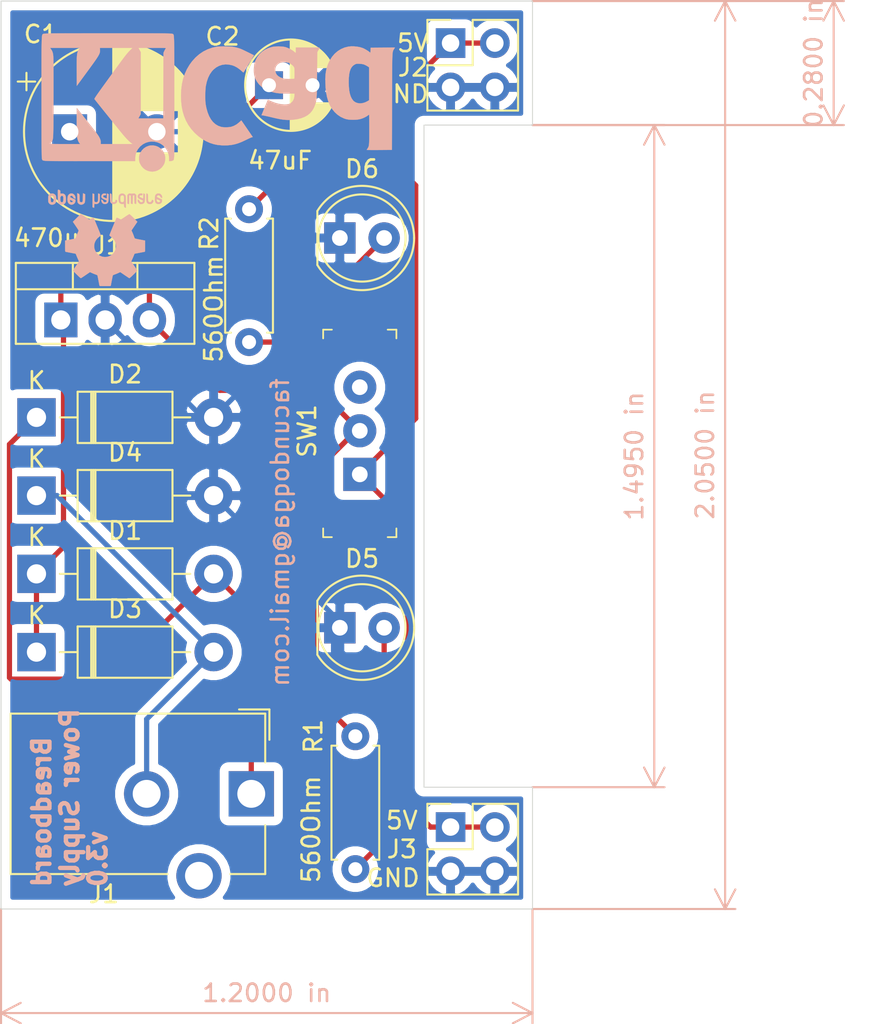
<source format=kicad_pcb>
(kicad_pcb (version 20171130) (host pcbnew "(5.1.12)-1")

  (general
    (thickness 1.6)
    (drawings 22)
    (tracks 62)
    (zones 0)
    (modules 17)
    (nets 11)
  )

  (page A4)
  (title_block
    (title "Breadboard Power Supply")
    (date 2022-01-25)
    (rev 3)
    (company IoTuc)
    (comment 1 "Designed by Facundo Quiroga")
  )

  (layers
    (0 F.Cu signal)
    (31 B.Cu signal)
    (32 B.Adhes user)
    (33 F.Adhes user)
    (34 B.Paste user)
    (35 F.Paste user)
    (36 B.SilkS user)
    (37 F.SilkS user)
    (38 B.Mask user)
    (39 F.Mask user)
    (40 Dwgs.User user)
    (41 Cmts.User user)
    (42 Eco1.User user)
    (43 Eco2.User user)
    (44 Edge.Cuts user)
    (45 Margin user)
    (46 B.CrtYd user)
    (47 F.CrtYd user)
    (48 B.Fab user)
    (49 F.Fab user)
  )

  (setup
    (last_trace_width 0.25)
    (user_trace_width 0.3)
    (trace_clearance 0.2)
    (zone_clearance 0.508)
    (zone_45_only no)
    (trace_min 0.2)
    (via_size 0.8)
    (via_drill 0.4)
    (via_min_size 0.4)
    (via_min_drill 0.3)
    (user_via 1 0.6)
    (uvia_size 0.3)
    (uvia_drill 0.1)
    (uvias_allowed no)
    (uvia_min_size 0.2)
    (uvia_min_drill 0.1)
    (edge_width 0.05)
    (segment_width 0.2)
    (pcb_text_width 0.3)
    (pcb_text_size 1.5 1.5)
    (mod_edge_width 0.12)
    (mod_text_size 1 1)
    (mod_text_width 0.15)
    (pad_size 1.524 1.524)
    (pad_drill 0.762)
    (pad_to_mask_clearance 0)
    (aux_axis_origin 0 0)
    (visible_elements 7FFFFFFF)
    (pcbplotparams
      (layerselection 0x010fc_ffffffff)
      (usegerberextensions true)
      (usegerberattributes true)
      (usegerberadvancedattributes true)
      (creategerberjobfile true)
      (excludeedgelayer true)
      (linewidth 0.100000)
      (plotframeref false)
      (viasonmask false)
      (mode 1)
      (useauxorigin false)
      (hpglpennumber 1)
      (hpglpenspeed 20)
      (hpglpendiameter 15.000000)
      (psnegative false)
      (psa4output false)
      (plotreference true)
      (plotvalue true)
      (plotinvisibletext false)
      (padsonsilk false)
      (subtractmaskfromsilk false)
      (outputformat 1)
      (mirror false)
      (drillshape 0)
      (scaleselection 1)
      (outputdirectory "Gerber/"))
  )

  (net 0 "")
  (net 1 /Vin)
  (net 2 /V-)
  (net 3 /Vout1)
  (net 4 /BJ_pin1)
  (net 5 /BJ_pin2)
  (net 6 "Net-(D5-Pad2)")
  (net 7 "Net-(D6-Pad2)")
  (net 8 "Net-(J1-Pad3)")
  (net 9 /Vout2)
  (net 10 "Net-(SW1-Pad3)")

  (net_class Default "This is the default net class."
    (clearance 0.2)
    (trace_width 0.25)
    (via_dia 0.8)
    (via_drill 0.4)
    (uvia_dia 0.3)
    (uvia_drill 0.1)
    (add_net /BJ_pin1)
    (add_net "Net-(D5-Pad2)")
    (add_net "Net-(D6-Pad2)")
    (add_net "Net-(J1-Pad3)")
    (add_net "Net-(SW1-Pad3)")
  )

  (net_class Power ""
    (clearance 0.3)
    (trace_width 0.3)
    (via_dia 1)
    (via_drill 0.5)
    (uvia_dia 0.3)
    (uvia_drill 0.1)
    (add_net /BJ_pin2)
    (add_net /V-)
    (add_net /Vin)
    (add_net /Vout1)
    (add_net /Vout2)
  )

  (module Symbol:OSHW-Logo2_7.3x6mm_SilkScreen (layer B.Cu) (tedit 0) (tstamp 61F078ED)
    (at 119.507 115.062)
    (descr "Open Source Hardware Symbol")
    (tags "Logo Symbol OSHW")
    (attr virtual)
    (fp_text reference REF** (at 0 0) (layer B.SilkS) hide
      (effects (font (size 1 1) (thickness 0.15)) (justify mirror))
    )
    (fp_text value OSHW-Logo2_7.3x6mm_SilkScreen (at 0.75 0) (layer B.Fab) hide
      (effects (font (size 1 1) (thickness 0.15)) (justify mirror))
    )
    (fp_poly (pts (xy 0.10391 2.757652) (xy 0.182454 2.757222) (xy 0.239298 2.756058) (xy 0.278105 2.753793)
      (xy 0.302538 2.75006) (xy 0.316262 2.744494) (xy 0.32294 2.736727) (xy 0.326236 2.726395)
      (xy 0.326556 2.725057) (xy 0.331562 2.700921) (xy 0.340829 2.653299) (xy 0.353392 2.587259)
      (xy 0.368287 2.507872) (xy 0.384551 2.420204) (xy 0.385119 2.417125) (xy 0.40141 2.331211)
      (xy 0.416652 2.255304) (xy 0.429861 2.193955) (xy 0.440054 2.151718) (xy 0.446248 2.133145)
      (xy 0.446543 2.132816) (xy 0.464788 2.123747) (xy 0.502405 2.108633) (xy 0.551271 2.090738)
      (xy 0.551543 2.090642) (xy 0.613093 2.067507) (xy 0.685657 2.038035) (xy 0.754057 2.008403)
      (xy 0.757294 2.006938) (xy 0.868702 1.956374) (xy 1.115399 2.12484) (xy 1.191077 2.176197)
      (xy 1.259631 2.222111) (xy 1.317088 2.25997) (xy 1.359476 2.287163) (xy 1.382825 2.301079)
      (xy 1.385042 2.302111) (xy 1.40201 2.297516) (xy 1.433701 2.275345) (xy 1.481352 2.234553)
      (xy 1.546198 2.174095) (xy 1.612397 2.109773) (xy 1.676214 2.046388) (xy 1.733329 1.988549)
      (xy 1.780305 1.939825) (xy 1.813703 1.90379) (xy 1.830085 1.884016) (xy 1.830694 1.882998)
      (xy 1.832505 1.869428) (xy 1.825683 1.847267) (xy 1.80854 1.813522) (xy 1.779393 1.7652)
      (xy 1.736555 1.699308) (xy 1.679448 1.614483) (xy 1.628766 1.539823) (xy 1.583461 1.47286)
      (xy 1.54615 1.417484) (xy 1.519452 1.37758) (xy 1.505985 1.357038) (xy 1.505137 1.355644)
      (xy 1.506781 1.335962) (xy 1.519245 1.297707) (xy 1.540048 1.248111) (xy 1.547462 1.232272)
      (xy 1.579814 1.16171) (xy 1.614328 1.081647) (xy 1.642365 1.012371) (xy 1.662568 0.960955)
      (xy 1.678615 0.921881) (xy 1.687888 0.901459) (xy 1.689041 0.899886) (xy 1.706096 0.897279)
      (xy 1.746298 0.890137) (xy 1.804302 0.879477) (xy 1.874763 0.866315) (xy 1.952335 0.851667)
      (xy 2.031672 0.836551) (xy 2.107431 0.821982) (xy 2.174264 0.808978) (xy 2.226828 0.798555)
      (xy 2.259776 0.79173) (xy 2.267857 0.789801) (xy 2.276205 0.785038) (xy 2.282506 0.774282)
      (xy 2.287045 0.753902) (xy 2.290104 0.720266) (xy 2.291967 0.669745) (xy 2.292918 0.598708)
      (xy 2.29324 0.503524) (xy 2.293257 0.464508) (xy 2.293257 0.147201) (xy 2.217057 0.132161)
      (xy 2.174663 0.124005) (xy 2.1114 0.112101) (xy 2.034962 0.097884) (xy 1.953043 0.08279)
      (xy 1.9304 0.078645) (xy 1.854806 0.063947) (xy 1.788953 0.049495) (xy 1.738366 0.036625)
      (xy 1.708574 0.026678) (xy 1.703612 0.023713) (xy 1.691426 0.002717) (xy 1.673953 -0.037967)
      (xy 1.654577 -0.090322) (xy 1.650734 -0.1016) (xy 1.625339 -0.171523) (xy 1.593817 -0.250418)
      (xy 1.562969 -0.321266) (xy 1.562817 -0.321595) (xy 1.511447 -0.432733) (xy 1.680399 -0.681253)
      (xy 1.849352 -0.929772) (xy 1.632429 -1.147058) (xy 1.566819 -1.211726) (xy 1.506979 -1.268733)
      (xy 1.456267 -1.315033) (xy 1.418046 -1.347584) (xy 1.395675 -1.363343) (xy 1.392466 -1.364343)
      (xy 1.373626 -1.356469) (xy 1.33518 -1.334578) (xy 1.28133 -1.301267) (xy 1.216276 -1.259131)
      (xy 1.14594 -1.211943) (xy 1.074555 -1.16381) (xy 1.010908 -1.121928) (xy 0.959041 -1.088871)
      (xy 0.922995 -1.067218) (xy 0.906867 -1.059543) (xy 0.887189 -1.066037) (xy 0.849875 -1.08315)
      (xy 0.802621 -1.107326) (xy 0.797612 -1.110013) (xy 0.733977 -1.141927) (xy 0.690341 -1.157579)
      (xy 0.663202 -1.157745) (xy 0.649057 -1.143204) (xy 0.648975 -1.143) (xy 0.641905 -1.125779)
      (xy 0.625042 -1.084899) (xy 0.599695 -1.023525) (xy 0.567171 -0.944819) (xy 0.528778 -0.851947)
      (xy 0.485822 -0.748072) (xy 0.444222 -0.647502) (xy 0.398504 -0.536516) (xy 0.356526 -0.433703)
      (xy 0.319548 -0.342215) (xy 0.288827 -0.265201) (xy 0.265622 -0.205815) (xy 0.25119 -0.167209)
      (xy 0.246743 -0.1528) (xy 0.257896 -0.136272) (xy 0.287069 -0.10993) (xy 0.325971 -0.080887)
      (xy 0.436757 0.010961) (xy 0.523351 0.116241) (xy 0.584716 0.232734) (xy 0.619815 0.358224)
      (xy 0.627608 0.490493) (xy 0.621943 0.551543) (xy 0.591078 0.678205) (xy 0.53792 0.790059)
      (xy 0.465767 0.885999) (xy 0.377917 0.964924) (xy 0.277665 1.02573) (xy 0.16831 1.067313)
      (xy 0.053147 1.088572) (xy -0.064525 1.088401) (xy -0.18141 1.065699) (xy -0.294211 1.019362)
      (xy -0.399631 0.948287) (xy -0.443632 0.908089) (xy -0.528021 0.804871) (xy -0.586778 0.692075)
      (xy -0.620296 0.57299) (xy -0.628965 0.450905) (xy -0.613177 0.329107) (xy -0.573322 0.210884)
      (xy -0.509793 0.099525) (xy -0.422979 -0.001684) (xy -0.325971 -0.080887) (xy -0.285563 -0.111162)
      (xy -0.257018 -0.137219) (xy -0.246743 -0.152825) (xy -0.252123 -0.169843) (xy -0.267425 -0.2105)
      (xy -0.291388 -0.271642) (xy -0.322756 -0.350119) (xy -0.360268 -0.44278) (xy -0.402667 -0.546472)
      (xy -0.444337 -0.647526) (xy -0.49031 -0.758607) (xy -0.532893 -0.861541) (xy -0.570779 -0.953165)
      (xy -0.60266 -1.030316) (xy -0.627229 -1.089831) (xy -0.64318 -1.128544) (xy -0.64909 -1.143)
      (xy -0.663052 -1.157685) (xy -0.69006 -1.157642) (xy -0.733587 -1.142099) (xy -0.79711 -1.110284)
      (xy -0.797612 -1.110013) (xy -0.84544 -1.085323) (xy -0.884103 -1.067338) (xy -0.905905 -1.059614)
      (xy -0.906867 -1.059543) (xy -0.923279 -1.067378) (xy -0.959513 -1.089165) (xy -1.011526 -1.122328)
      (xy -1.075275 -1.164291) (xy -1.14594 -1.211943) (xy -1.217884 -1.260191) (xy -1.282726 -1.302151)
      (xy -1.336265 -1.335227) (xy -1.374303 -1.356821) (xy -1.392467 -1.364343) (xy -1.409192 -1.354457)
      (xy -1.44282 -1.326826) (xy -1.48999 -1.284495) (xy -1.547342 -1.230505) (xy -1.611516 -1.167899)
      (xy -1.632503 -1.146983) (xy -1.849501 -0.929623) (xy -1.684332 -0.68722) (xy -1.634136 -0.612781)
      (xy -1.590081 -0.545972) (xy -1.554638 -0.490665) (xy -1.530281 -0.450729) (xy -1.519478 -0.430036)
      (xy -1.519162 -0.428563) (xy -1.524857 -0.409058) (xy -1.540174 -0.369822) (xy -1.562463 -0.31743)
      (xy -1.578107 -0.282355) (xy -1.607359 -0.215201) (xy -1.634906 -0.147358) (xy -1.656263 -0.090034)
      (xy -1.662065 -0.072572) (xy -1.678548 -0.025938) (xy -1.69466 0.010095) (xy -1.70351 0.023713)
      (xy -1.72304 0.032048) (xy -1.765666 0.043863) (xy -1.825855 0.057819) (xy -1.898078 0.072578)
      (xy -1.9304 0.078645) (xy -2.012478 0.093727) (xy -2.091205 0.108331) (xy -2.158891 0.12102)
      (xy -2.20784 0.130358) (xy -2.217057 0.132161) (xy -2.293257 0.147201) (xy -2.293257 0.464508)
      (xy -2.293086 0.568846) (xy -2.292384 0.647787) (xy -2.290866 0.704962) (xy -2.288251 0.744001)
      (xy -2.284254 0.768535) (xy -2.278591 0.782195) (xy -2.27098 0.788611) (xy -2.267857 0.789801)
      (xy -2.249022 0.79402) (xy -2.207412 0.802438) (xy -2.14837 0.814039) (xy -2.077243 0.827805)
      (xy -1.999375 0.84272) (xy -1.920113 0.857768) (xy -1.844802 0.871931) (xy -1.778787 0.884194)
      (xy -1.727413 0.893539) (xy -1.696025 0.89895) (xy -1.689041 0.899886) (xy -1.682715 0.912404)
      (xy -1.66871 0.945754) (xy -1.649645 0.993623) (xy -1.642366 1.012371) (xy -1.613004 1.084805)
      (xy -1.578429 1.16483) (xy -1.547463 1.232272) (xy -1.524677 1.283841) (xy -1.509518 1.326215)
      (xy -1.504458 1.352166) (xy -1.505264 1.355644) (xy -1.515959 1.372064) (xy -1.54038 1.408583)
      (xy -1.575905 1.461313) (xy -1.619913 1.526365) (xy -1.669783 1.599849) (xy -1.679644 1.614355)
      (xy -1.737508 1.700296) (xy -1.780044 1.765739) (xy -1.808946 1.813696) (xy -1.82591 1.84718)
      (xy -1.832633 1.869205) (xy -1.83081 1.882783) (xy -1.830764 1.882869) (xy -1.816414 1.900703)
      (xy -1.784677 1.935183) (xy -1.73899 1.982732) (xy -1.682796 2.039778) (xy -1.619532 2.102745)
      (xy -1.612398 2.109773) (xy -1.53267 2.18698) (xy -1.471143 2.24367) (xy -1.426579 2.28089)
      (xy -1.397743 2.299685) (xy -1.385042 2.302111) (xy -1.366506 2.291529) (xy -1.328039 2.267084)
      (xy -1.273614 2.231388) (xy -1.207202 2.187053) (xy -1.132775 2.136689) (xy -1.115399 2.12484)
      (xy -0.868703 1.956374) (xy -0.757294 2.006938) (xy -0.689543 2.036405) (xy -0.616817 2.066041)
      (xy -0.554297 2.08967) (xy -0.551543 2.090642) (xy -0.50264 2.108543) (xy -0.464943 2.12368)
      (xy -0.446575 2.13279) (xy -0.446544 2.132816) (xy -0.440715 2.149283) (xy -0.430808 2.189781)
      (xy -0.417805 2.249758) (xy -0.402691 2.32466) (xy -0.386448 2.409936) (xy -0.385119 2.417125)
      (xy -0.368825 2.504986) (xy -0.353867 2.58474) (xy -0.341209 2.651319) (xy -0.331814 2.699653)
      (xy -0.326646 2.724675) (xy -0.326556 2.725057) (xy -0.323411 2.735701) (xy -0.317296 2.743738)
      (xy -0.304547 2.749533) (xy -0.2815 2.753453) (xy -0.244491 2.755865) (xy -0.189856 2.757135)
      (xy -0.113933 2.757629) (xy -0.013056 2.757714) (xy 0 2.757714) (xy 0.10391 2.757652)) (layer B.SilkS) (width 0.01))
    (fp_poly (pts (xy 3.153595 -1.966966) (xy 3.211021 -2.004497) (xy 3.238719 -2.038096) (xy 3.260662 -2.099064)
      (xy 3.262405 -2.147308) (xy 3.258457 -2.211816) (xy 3.109686 -2.276934) (xy 3.037349 -2.310202)
      (xy 2.990084 -2.336964) (xy 2.965507 -2.360144) (xy 2.961237 -2.382667) (xy 2.974889 -2.407455)
      (xy 2.989943 -2.423886) (xy 3.033746 -2.450235) (xy 3.081389 -2.452081) (xy 3.125145 -2.431546)
      (xy 3.157289 -2.390752) (xy 3.163038 -2.376347) (xy 3.190576 -2.331356) (xy 3.222258 -2.312182)
      (xy 3.265714 -2.295779) (xy 3.265714 -2.357966) (xy 3.261872 -2.400283) (xy 3.246823 -2.435969)
      (xy 3.21528 -2.476943) (xy 3.210592 -2.482267) (xy 3.175506 -2.51872) (xy 3.145347 -2.538283)
      (xy 3.107615 -2.547283) (xy 3.076335 -2.55023) (xy 3.020385 -2.550965) (xy 2.980555 -2.54166)
      (xy 2.955708 -2.527846) (xy 2.916656 -2.497467) (xy 2.889625 -2.464613) (xy 2.872517 -2.423294)
      (xy 2.863238 -2.367521) (xy 2.859693 -2.291305) (xy 2.85941 -2.252622) (xy 2.860372 -2.206247)
      (xy 2.948007 -2.206247) (xy 2.949023 -2.231126) (xy 2.951556 -2.2352) (xy 2.968274 -2.229665)
      (xy 3.004249 -2.215017) (xy 3.052331 -2.19419) (xy 3.062386 -2.189714) (xy 3.123152 -2.158814)
      (xy 3.156632 -2.131657) (xy 3.16399 -2.10622) (xy 3.146391 -2.080481) (xy 3.131856 -2.069109)
      (xy 3.07941 -2.046364) (xy 3.030322 -2.050122) (xy 2.989227 -2.077884) (xy 2.960758 -2.127152)
      (xy 2.951631 -2.166257) (xy 2.948007 -2.206247) (xy 2.860372 -2.206247) (xy 2.861285 -2.162249)
      (xy 2.868196 -2.095384) (xy 2.881884 -2.046695) (xy 2.904096 -2.010849) (xy 2.936574 -1.982513)
      (xy 2.950733 -1.973355) (xy 3.015053 -1.949507) (xy 3.085473 -1.948006) (xy 3.153595 -1.966966)) (layer B.SilkS) (width 0.01))
    (fp_poly (pts (xy 2.6526 -1.958752) (xy 2.669948 -1.966334) (xy 2.711356 -1.999128) (xy 2.746765 -2.046547)
      (xy 2.768664 -2.097151) (xy 2.772229 -2.122098) (xy 2.760279 -2.156927) (xy 2.734067 -2.175357)
      (xy 2.705964 -2.186516) (xy 2.693095 -2.188572) (xy 2.686829 -2.173649) (xy 2.674456 -2.141175)
      (xy 2.669028 -2.126502) (xy 2.63859 -2.075744) (xy 2.59452 -2.050427) (xy 2.53801 -2.051206)
      (xy 2.533825 -2.052203) (xy 2.503655 -2.066507) (xy 2.481476 -2.094393) (xy 2.466327 -2.139287)
      (xy 2.45725 -2.204615) (xy 2.453286 -2.293804) (xy 2.452914 -2.341261) (xy 2.45273 -2.416071)
      (xy 2.451522 -2.467069) (xy 2.448309 -2.499471) (xy 2.442109 -2.518495) (xy 2.43194 -2.529356)
      (xy 2.416819 -2.537272) (xy 2.415946 -2.53767) (xy 2.386828 -2.549981) (xy 2.372403 -2.554514)
      (xy 2.370186 -2.540809) (xy 2.368289 -2.502925) (xy 2.366847 -2.445715) (xy 2.365998 -2.374027)
      (xy 2.365829 -2.321565) (xy 2.366692 -2.220047) (xy 2.37007 -2.143032) (xy 2.377142 -2.086023)
      (xy 2.389088 -2.044526) (xy 2.40709 -2.014043) (xy 2.432327 -1.99008) (xy 2.457247 -1.973355)
      (xy 2.517171 -1.951097) (xy 2.586911 -1.946076) (xy 2.6526 -1.958752)) (layer B.SilkS) (width 0.01))
    (fp_poly (pts (xy 2.144876 -1.956335) (xy 2.186667 -1.975344) (xy 2.219469 -1.998378) (xy 2.243503 -2.024133)
      (xy 2.260097 -2.057358) (xy 2.270577 -2.1028) (xy 2.276271 -2.165207) (xy 2.278507 -2.249327)
      (xy 2.278743 -2.304721) (xy 2.278743 -2.520826) (xy 2.241774 -2.53767) (xy 2.212656 -2.549981)
      (xy 2.198231 -2.554514) (xy 2.195472 -2.541025) (xy 2.193282 -2.504653) (xy 2.191942 -2.451542)
      (xy 2.191657 -2.409372) (xy 2.190434 -2.348447) (xy 2.187136 -2.300115) (xy 2.182321 -2.270518)
      (xy 2.178496 -2.264229) (xy 2.152783 -2.270652) (xy 2.112418 -2.287125) (xy 2.065679 -2.309458)
      (xy 2.020845 -2.333457) (xy 1.986193 -2.35493) (xy 1.970002 -2.369685) (xy 1.969938 -2.369845)
      (xy 1.97133 -2.397152) (xy 1.983818 -2.423219) (xy 2.005743 -2.444392) (xy 2.037743 -2.451474)
      (xy 2.065092 -2.450649) (xy 2.103826 -2.450042) (xy 2.124158 -2.459116) (xy 2.136369 -2.483092)
      (xy 2.137909 -2.487613) (xy 2.143203 -2.521806) (xy 2.129047 -2.542568) (xy 2.092148 -2.552462)
      (xy 2.052289 -2.554292) (xy 1.980562 -2.540727) (xy 1.943432 -2.521355) (xy 1.897576 -2.475845)
      (xy 1.873256 -2.419983) (xy 1.871073 -2.360957) (xy 1.891629 -2.305953) (xy 1.922549 -2.271486)
      (xy 1.95342 -2.252189) (xy 2.001942 -2.227759) (xy 2.058485 -2.202985) (xy 2.06791 -2.199199)
      (xy 2.130019 -2.171791) (xy 2.165822 -2.147634) (xy 2.177337 -2.123619) (xy 2.16658 -2.096635)
      (xy 2.148114 -2.075543) (xy 2.104469 -2.049572) (xy 2.056446 -2.047624) (xy 2.012406 -2.067637)
      (xy 1.980709 -2.107551) (xy 1.976549 -2.117848) (xy 1.952327 -2.155724) (xy 1.916965 -2.183842)
      (xy 1.872343 -2.206917) (xy 1.872343 -2.141485) (xy 1.874969 -2.101506) (xy 1.88623 -2.069997)
      (xy 1.911199 -2.036378) (xy 1.935169 -2.010484) (xy 1.972441 -1.973817) (xy 2.001401 -1.954121)
      (xy 2.032505 -1.94622) (xy 2.067713 -1.944914) (xy 2.144876 -1.956335)) (layer B.SilkS) (width 0.01))
    (fp_poly (pts (xy 1.779833 -1.958663) (xy 1.782048 -1.99685) (xy 1.783784 -2.054886) (xy 1.784899 -2.12818)
      (xy 1.785257 -2.205055) (xy 1.785257 -2.465196) (xy 1.739326 -2.511127) (xy 1.707675 -2.539429)
      (xy 1.67989 -2.550893) (xy 1.641915 -2.550168) (xy 1.62684 -2.548321) (xy 1.579726 -2.542948)
      (xy 1.540756 -2.539869) (xy 1.531257 -2.539585) (xy 1.499233 -2.541445) (xy 1.453432 -2.546114)
      (xy 1.435674 -2.548321) (xy 1.392057 -2.551735) (xy 1.362745 -2.54432) (xy 1.33368 -2.521427)
      (xy 1.323188 -2.511127) (xy 1.277257 -2.465196) (xy 1.277257 -1.978602) (xy 1.314226 -1.961758)
      (xy 1.346059 -1.949282) (xy 1.364683 -1.944914) (xy 1.369458 -1.958718) (xy 1.373921 -1.997286)
      (xy 1.377775 -2.056356) (xy 1.380722 -2.131663) (xy 1.382143 -2.195286) (xy 1.386114 -2.445657)
      (xy 1.420759 -2.450556) (xy 1.452268 -2.447131) (xy 1.467708 -2.436041) (xy 1.472023 -2.415308)
      (xy 1.475708 -2.371145) (xy 1.478469 -2.309146) (xy 1.480012 -2.234909) (xy 1.480235 -2.196706)
      (xy 1.480457 -1.976783) (xy 1.526166 -1.960849) (xy 1.558518 -1.950015) (xy 1.576115 -1.944962)
      (xy 1.576623 -1.944914) (xy 1.578388 -1.958648) (xy 1.580329 -1.99673) (xy 1.582282 -2.054482)
      (xy 1.584084 -2.127227) (xy 1.585343 -2.195286) (xy 1.589314 -2.445657) (xy 1.6764 -2.445657)
      (xy 1.680396 -2.21724) (xy 1.684392 -1.988822) (xy 1.726847 -1.966868) (xy 1.758192 -1.951793)
      (xy 1.776744 -1.944951) (xy 1.777279 -1.944914) (xy 1.779833 -1.958663)) (layer B.SilkS) (width 0.01))
    (fp_poly (pts (xy 1.190117 -2.065358) (xy 1.189933 -2.173837) (xy 1.189219 -2.257287) (xy 1.187675 -2.319704)
      (xy 1.185001 -2.365085) (xy 1.180894 -2.397429) (xy 1.175055 -2.420733) (xy 1.167182 -2.438995)
      (xy 1.161221 -2.449418) (xy 1.111855 -2.505945) (xy 1.049264 -2.541377) (xy 0.980013 -2.55409)
      (xy 0.910668 -2.542463) (xy 0.869375 -2.521568) (xy 0.826025 -2.485422) (xy 0.796481 -2.441276)
      (xy 0.778655 -2.383462) (xy 0.770463 -2.306313) (xy 0.769302 -2.249714) (xy 0.769458 -2.245647)
      (xy 0.870857 -2.245647) (xy 0.871476 -2.31055) (xy 0.874314 -2.353514) (xy 0.88084 -2.381622)
      (xy 0.892523 -2.401953) (xy 0.906483 -2.417288) (xy 0.953365 -2.44689) (xy 1.003701 -2.449419)
      (xy 1.051276 -2.424705) (xy 1.054979 -2.421356) (xy 1.070783 -2.403935) (xy 1.080693 -2.383209)
      (xy 1.086058 -2.352362) (xy 1.088228 -2.304577) (xy 1.088571 -2.251748) (xy 1.087827 -2.185381)
      (xy 1.084748 -2.141106) (xy 1.078061 -2.112009) (xy 1.066496 -2.091173) (xy 1.057013 -2.080107)
      (xy 1.01296 -2.052198) (xy 0.962224 -2.048843) (xy 0.913796 -2.070159) (xy 0.90445 -2.078073)
      (xy 0.88854 -2.095647) (xy 0.87861 -2.116587) (xy 0.873278 -2.147782) (xy 0.871163 -2.196122)
      (xy 0.870857 -2.245647) (xy 0.769458 -2.245647) (xy 0.77281 -2.158568) (xy 0.784726 -2.090086)
      (xy 0.807135 -2.0386) (xy 0.842124 -1.998443) (xy 0.869375 -1.977861) (xy 0.918907 -1.955625)
      (xy 0.976316 -1.945304) (xy 1.029682 -1.948067) (xy 1.059543 -1.959212) (xy 1.071261 -1.962383)
      (xy 1.079037 -1.950557) (xy 1.084465 -1.918866) (xy 1.088571 -1.870593) (xy 1.093067 -1.816829)
      (xy 1.099313 -1.784482) (xy 1.110676 -1.765985) (xy 1.130528 -1.75377) (xy 1.143 -1.748362)
      (xy 1.190171 -1.728601) (xy 1.190117 -2.065358)) (layer B.SilkS) (width 0.01))
    (fp_poly (pts (xy 0.529926 -1.949755) (xy 0.595858 -1.974084) (xy 0.649273 -2.017117) (xy 0.670164 -2.047409)
      (xy 0.692939 -2.102994) (xy 0.692466 -2.143186) (xy 0.668562 -2.170217) (xy 0.659717 -2.174813)
      (xy 0.62153 -2.189144) (xy 0.602028 -2.185472) (xy 0.595422 -2.161407) (xy 0.595086 -2.148114)
      (xy 0.582992 -2.09921) (xy 0.551471 -2.064999) (xy 0.507659 -2.048476) (xy 0.458695 -2.052634)
      (xy 0.418894 -2.074227) (xy 0.40545 -2.086544) (xy 0.395921 -2.101487) (xy 0.389485 -2.124075)
      (xy 0.385317 -2.159328) (xy 0.382597 -2.212266) (xy 0.380502 -2.287907) (xy 0.37996 -2.311857)
      (xy 0.377981 -2.39379) (xy 0.375731 -2.451455) (xy 0.372357 -2.489608) (xy 0.367006 -2.513004)
      (xy 0.358824 -2.526398) (xy 0.346959 -2.534545) (xy 0.339362 -2.538144) (xy 0.307102 -2.550452)
      (xy 0.288111 -2.554514) (xy 0.281836 -2.540948) (xy 0.278006 -2.499934) (xy 0.2766 -2.430999)
      (xy 0.277598 -2.333669) (xy 0.277908 -2.318657) (xy 0.280101 -2.229859) (xy 0.282693 -2.165019)
      (xy 0.286382 -2.119067) (xy 0.291864 -2.086935) (xy 0.299835 -2.063553) (xy 0.310993 -2.043852)
      (xy 0.31683 -2.03541) (xy 0.350296 -1.998057) (xy 0.387727 -1.969003) (xy 0.392309 -1.966467)
      (xy 0.459426 -1.946443) (xy 0.529926 -1.949755)) (layer B.SilkS) (width 0.01))
    (fp_poly (pts (xy 0.039744 -1.950968) (xy 0.096616 -1.972087) (xy 0.097267 -1.972493) (xy 0.13244 -1.99838)
      (xy 0.158407 -2.028633) (xy 0.17667 -2.068058) (xy 0.188732 -2.121462) (xy 0.196096 -2.193651)
      (xy 0.200264 -2.289432) (xy 0.200629 -2.303078) (xy 0.205876 -2.508842) (xy 0.161716 -2.531678)
      (xy 0.129763 -2.54711) (xy 0.11047 -2.554423) (xy 0.109578 -2.554514) (xy 0.106239 -2.541022)
      (xy 0.103587 -2.504626) (xy 0.101956 -2.451452) (xy 0.1016 -2.408393) (xy 0.101592 -2.338641)
      (xy 0.098403 -2.294837) (xy 0.087288 -2.273944) (xy 0.063501 -2.272925) (xy 0.022296 -2.288741)
      (xy -0.039914 -2.317815) (xy -0.085659 -2.341963) (xy -0.109187 -2.362913) (xy -0.116104 -2.385747)
      (xy -0.116114 -2.386877) (xy -0.104701 -2.426212) (xy -0.070908 -2.447462) (xy -0.019191 -2.450539)
      (xy 0.018061 -2.450006) (xy 0.037703 -2.460735) (xy 0.049952 -2.486505) (xy 0.057002 -2.519337)
      (xy 0.046842 -2.537966) (xy 0.043017 -2.540632) (xy 0.007001 -2.55134) (xy -0.043434 -2.552856)
      (xy -0.095374 -2.545759) (xy -0.132178 -2.532788) (xy -0.183062 -2.489585) (xy -0.211986 -2.429446)
      (xy -0.217714 -2.382462) (xy -0.213343 -2.340082) (xy -0.197525 -2.305488) (xy -0.166203 -2.274763)
      (xy -0.115322 -2.24399) (xy -0.040824 -2.209252) (xy -0.036286 -2.207288) (xy 0.030821 -2.176287)
      (xy 0.072232 -2.150862) (xy 0.089981 -2.128014) (xy 0.086107 -2.104745) (xy 0.062643 -2.078056)
      (xy 0.055627 -2.071914) (xy 0.00863 -2.0481) (xy -0.040067 -2.049103) (xy -0.082478 -2.072451)
      (xy -0.110616 -2.115675) (xy -0.113231 -2.12416) (xy -0.138692 -2.165308) (xy -0.170999 -2.185128)
      (xy -0.217714 -2.20477) (xy -0.217714 -2.15395) (xy -0.203504 -2.080082) (xy -0.161325 -2.012327)
      (xy -0.139376 -1.989661) (xy -0.089483 -1.960569) (xy -0.026033 -1.9474) (xy 0.039744 -1.950968)) (layer B.SilkS) (width 0.01))
    (fp_poly (pts (xy -0.624114 -1.851289) (xy -0.619861 -1.910613) (xy -0.614975 -1.945572) (xy -0.608205 -1.96082)
      (xy -0.598298 -1.961015) (xy -0.595086 -1.959195) (xy -0.552356 -1.946015) (xy -0.496773 -1.946785)
      (xy -0.440263 -1.960333) (xy -0.404918 -1.977861) (xy -0.368679 -2.005861) (xy -0.342187 -2.037549)
      (xy -0.324001 -2.077813) (xy -0.312678 -2.131543) (xy -0.306778 -2.203626) (xy -0.304857 -2.298951)
      (xy -0.304823 -2.317237) (xy -0.3048 -2.522646) (xy -0.350509 -2.53858) (xy -0.382973 -2.54942)
      (xy -0.400785 -2.554468) (xy -0.401309 -2.554514) (xy -0.403063 -2.540828) (xy -0.404556 -2.503076)
      (xy -0.405674 -2.446224) (xy -0.406303 -2.375234) (xy -0.4064 -2.332073) (xy -0.406602 -2.246973)
      (xy -0.407642 -2.185981) (xy -0.410169 -2.144177) (xy -0.414836 -2.116642) (xy -0.422293 -2.098456)
      (xy -0.433189 -2.084698) (xy -0.439993 -2.078073) (xy -0.486728 -2.051375) (xy -0.537728 -2.049375)
      (xy -0.583999 -2.071955) (xy -0.592556 -2.080107) (xy -0.605107 -2.095436) (xy -0.613812 -2.113618)
      (xy -0.619369 -2.139909) (xy -0.622474 -2.179562) (xy -0.623824 -2.237832) (xy -0.624114 -2.318173)
      (xy -0.624114 -2.522646) (xy -0.669823 -2.53858) (xy -0.702287 -2.54942) (xy -0.720099 -2.554468)
      (xy -0.720623 -2.554514) (xy -0.721963 -2.540623) (xy -0.723172 -2.501439) (xy -0.724199 -2.4407)
      (xy -0.724998 -2.362141) (xy -0.725519 -2.269498) (xy -0.725714 -2.166509) (xy -0.725714 -1.769342)
      (xy -0.678543 -1.749444) (xy -0.631371 -1.729547) (xy -0.624114 -1.851289)) (layer B.SilkS) (width 0.01))
    (fp_poly (pts (xy -1.831697 -1.931239) (xy -1.774473 -1.969735) (xy -1.730251 -2.025335) (xy -1.703833 -2.096086)
      (xy -1.69849 -2.148162) (xy -1.699097 -2.169893) (xy -1.704178 -2.186531) (xy -1.718145 -2.201437)
      (xy -1.745411 -2.217973) (xy -1.790388 -2.239498) (xy -1.857489 -2.269374) (xy -1.857829 -2.269524)
      (xy -1.919593 -2.297813) (xy -1.970241 -2.322933) (xy -2.004596 -2.342179) (xy -2.017482 -2.352848)
      (xy -2.017486 -2.352934) (xy -2.006128 -2.376166) (xy -1.979569 -2.401774) (xy -1.949077 -2.420221)
      (xy -1.93363 -2.423886) (xy -1.891485 -2.411212) (xy -1.855192 -2.379471) (xy -1.837483 -2.344572)
      (xy -1.820448 -2.318845) (xy -1.787078 -2.289546) (xy -1.747851 -2.264235) (xy -1.713244 -2.250471)
      (xy -1.706007 -2.249714) (xy -1.697861 -2.26216) (xy -1.69737 -2.293972) (xy -1.703357 -2.336866)
      (xy -1.714643 -2.382558) (xy -1.73005 -2.422761) (xy -1.730829 -2.424322) (xy -1.777196 -2.489062)
      (xy -1.837289 -2.533097) (xy -1.905535 -2.554711) (xy -1.976362 -2.552185) (xy -2.044196 -2.523804)
      (xy -2.047212 -2.521808) (xy -2.100573 -2.473448) (xy -2.13566 -2.410352) (xy -2.155078 -2.327387)
      (xy -2.157684 -2.304078) (xy -2.162299 -2.194055) (xy -2.156767 -2.142748) (xy -2.017486 -2.142748)
      (xy -2.015676 -2.174753) (xy -2.005778 -2.184093) (xy -1.981102 -2.177105) (xy -1.942205 -2.160587)
      (xy -1.898725 -2.139881) (xy -1.897644 -2.139333) (xy -1.860791 -2.119949) (xy -1.846 -2.107013)
      (xy -1.849647 -2.093451) (xy -1.865005 -2.075632) (xy -1.904077 -2.049845) (xy -1.946154 -2.04795)
      (xy -1.983897 -2.066717) (xy -2.009966 -2.102915) (xy -2.017486 -2.142748) (xy -2.156767 -2.142748)
      (xy -2.152806 -2.106027) (xy -2.12845 -2.036212) (xy -2.094544 -1.987302) (xy -2.033347 -1.937878)
      (xy -1.965937 -1.913359) (xy -1.89712 -1.911797) (xy -1.831697 -1.931239)) (layer B.SilkS) (width 0.01))
    (fp_poly (pts (xy -2.958885 -1.921962) (xy -2.890855 -1.957733) (xy -2.840649 -2.015301) (xy -2.822815 -2.052312)
      (xy -2.808937 -2.107882) (xy -2.801833 -2.178096) (xy -2.80116 -2.254727) (xy -2.806573 -2.329552)
      (xy -2.81773 -2.394342) (xy -2.834286 -2.440873) (xy -2.839374 -2.448887) (xy -2.899645 -2.508707)
      (xy -2.971231 -2.544535) (xy -3.048908 -2.55502) (xy -3.127452 -2.53881) (xy -3.149311 -2.529092)
      (xy -3.191878 -2.499143) (xy -3.229237 -2.459433) (xy -3.232768 -2.454397) (xy -3.247119 -2.430124)
      (xy -3.256606 -2.404178) (xy -3.26221 -2.370022) (xy -3.264914 -2.321119) (xy -3.265701 -2.250935)
      (xy -3.265714 -2.2352) (xy -3.265678 -2.230192) (xy -3.120571 -2.230192) (xy -3.119727 -2.29643)
      (xy -3.116404 -2.340386) (xy -3.109417 -2.368779) (xy -3.097584 -2.388325) (xy -3.091543 -2.394857)
      (xy -3.056814 -2.41968) (xy -3.023097 -2.418548) (xy -2.989005 -2.397016) (xy -2.968671 -2.374029)
      (xy -2.956629 -2.340478) (xy -2.949866 -2.287569) (xy -2.949402 -2.281399) (xy -2.948248 -2.185513)
      (xy -2.960312 -2.114299) (xy -2.98543 -2.068194) (xy -3.02344 -2.047635) (xy -3.037008 -2.046514)
      (xy -3.072636 -2.052152) (xy -3.097006 -2.071686) (xy -3.111907 -2.109042) (xy -3.119125 -2.16815)
      (xy -3.120571 -2.230192) (xy -3.265678 -2.230192) (xy -3.265174 -2.160413) (xy -3.262904 -2.108159)
      (xy -3.257932 -2.071949) (xy -3.249287 -2.045299) (xy -3.235995 -2.021722) (xy -3.233057 -2.017338)
      (xy -3.183687 -1.958249) (xy -3.129891 -1.923947) (xy -3.064398 -1.910331) (xy -3.042158 -1.909665)
      (xy -2.958885 -1.921962)) (layer B.SilkS) (width 0.01))
    (fp_poly (pts (xy -1.283907 -1.92778) (xy -1.237328 -1.954723) (xy -1.204943 -1.981466) (xy -1.181258 -2.009484)
      (xy -1.164941 -2.043748) (xy -1.154661 -2.089227) (xy -1.149086 -2.150892) (xy -1.146884 -2.233711)
      (xy -1.146629 -2.293246) (xy -1.146629 -2.512391) (xy -1.208314 -2.540044) (xy -1.27 -2.567697)
      (xy -1.277257 -2.32767) (xy -1.280256 -2.238028) (xy -1.283402 -2.172962) (xy -1.287299 -2.128026)
      (xy -1.292553 -2.09877) (xy -1.299769 -2.080748) (xy -1.30955 -2.069511) (xy -1.312688 -2.067079)
      (xy -1.360239 -2.048083) (xy -1.408303 -2.0556) (xy -1.436914 -2.075543) (xy -1.448553 -2.089675)
      (xy -1.456609 -2.10822) (xy -1.461729 -2.136334) (xy -1.464559 -2.179173) (xy -1.465744 -2.241895)
      (xy -1.465943 -2.307261) (xy -1.465982 -2.389268) (xy -1.467386 -2.447316) (xy -1.472086 -2.486465)
      (xy -1.482013 -2.51178) (xy -1.499097 -2.528323) (xy -1.525268 -2.541156) (xy -1.560225 -2.554491)
      (xy -1.598404 -2.569007) (xy -1.593859 -2.311389) (xy -1.592029 -2.218519) (xy -1.589888 -2.149889)
      (xy -1.586819 -2.100711) (xy -1.582206 -2.066198) (xy -1.575432 -2.041562) (xy -1.565881 -2.022016)
      (xy -1.554366 -2.00477) (xy -1.49881 -1.94968) (xy -1.43102 -1.917822) (xy -1.357287 -1.910191)
      (xy -1.283907 -1.92778)) (layer B.SilkS) (width 0.01))
    (fp_poly (pts (xy -2.400256 -1.919918) (xy -2.344799 -1.947568) (xy -2.295852 -1.99848) (xy -2.282371 -2.017338)
      (xy -2.267686 -2.042015) (xy -2.258158 -2.068816) (xy -2.252707 -2.104587) (xy -2.250253 -2.156169)
      (xy -2.249714 -2.224267) (xy -2.252148 -2.317588) (xy -2.260606 -2.387657) (xy -2.276826 -2.439931)
      (xy -2.302546 -2.479869) (xy -2.339503 -2.512929) (xy -2.342218 -2.514886) (xy -2.37864 -2.534908)
      (xy -2.422498 -2.544815) (xy -2.478276 -2.547257) (xy -2.568952 -2.547257) (xy -2.56899 -2.635283)
      (xy -2.569834 -2.684308) (xy -2.574976 -2.713065) (xy -2.588413 -2.730311) (xy -2.614142 -2.744808)
      (xy -2.620321 -2.747769) (xy -2.649236 -2.761648) (xy -2.671624 -2.770414) (xy -2.688271 -2.771171)
      (xy -2.699964 -2.761023) (xy -2.70749 -2.737073) (xy -2.711634 -2.696426) (xy -2.713185 -2.636186)
      (xy -2.712929 -2.553455) (xy -2.711651 -2.445339) (xy -2.711252 -2.413) (xy -2.709815 -2.301524)
      (xy -2.708528 -2.228603) (xy -2.569029 -2.228603) (xy -2.568245 -2.290499) (xy -2.56476 -2.330997)
      (xy -2.556876 -2.357708) (xy -2.542895 -2.378244) (xy -2.533403 -2.38826) (xy -2.494596 -2.417567)
      (xy -2.460237 -2.419952) (xy -2.424784 -2.39575) (xy -2.423886 -2.394857) (xy -2.409461 -2.376153)
      (xy -2.400687 -2.350732) (xy -2.396261 -2.311584) (xy -2.394882 -2.251697) (xy -2.394857 -2.23843)
      (xy -2.398188 -2.155901) (xy -2.409031 -2.098691) (xy -2.42866 -2.063766) (xy -2.45835 -2.048094)
      (xy -2.475509 -2.046514) (xy -2.516234 -2.053926) (xy -2.544168 -2.07833) (xy -2.560983 -2.12298)
      (xy -2.56835 -2.19113) (xy -2.569029 -2.228603) (xy -2.708528 -2.228603) (xy -2.708292 -2.215245)
      (xy -2.706323 -2.150333) (xy -2.70355 -2.102958) (xy -2.699612 -2.06929) (xy -2.694151 -2.045498)
      (xy -2.686808 -2.027753) (xy -2.677223 -2.012224) (xy -2.673113 -2.006381) (xy -2.618595 -1.951185)
      (xy -2.549664 -1.91989) (xy -2.469928 -1.911165) (xy -2.400256 -1.919918)) (layer B.SilkS) (width 0.01))
  )

  (module Symbol:KiCad-Logo_8mm_SilkScreen (layer B.Cu) (tedit 0) (tstamp 61F07774)
    (at 125.984 107.315)
    (descr "KiCad Logo")
    (tags "Logo KiCad")
    (attr virtual)
    (fp_text reference REF** (at 0 6.35) (layer B.SilkS) hide
      (effects (font (size 1 1) (thickness 0.15)) (justify mirror))
    )
    (fp_text value KiCad-Logo_8mm_SilkScreen (at 0 -6.35) (layer B.Fab) hide
      (effects (font (size 1 1) (thickness 0.15)) (justify mirror))
    )
    (fp_poly (pts (xy -3.602318 3.916067) (xy -3.466071 3.868828) (xy -3.339221 3.794473) (xy -3.225933 3.693013)
      (xy -3.130372 3.564457) (xy -3.087446 3.483428) (xy -3.050295 3.370092) (xy -3.032288 3.239249)
      (xy -3.034283 3.104735) (xy -3.056423 2.982842) (xy -3.116936 2.833893) (xy -3.204686 2.704691)
      (xy -3.315212 2.597777) (xy -3.444054 2.515694) (xy -3.586753 2.460984) (xy -3.738849 2.43619)
      (xy -3.895881 2.443853) (xy -3.973286 2.460228) (xy -4.124141 2.518911) (xy -4.258125 2.608457)
      (xy -4.372006 2.726107) (xy -4.462552 2.869098) (xy -4.470212 2.884714) (xy -4.496694 2.943314)
      (xy -4.513322 2.992666) (xy -4.52235 3.04473) (xy -4.526032 3.111461) (xy -4.526643 3.184071)
      (xy -4.525633 3.271309) (xy -4.521072 3.334376) (xy -4.510666 3.385364) (xy -4.492121 3.436367)
      (xy -4.46923 3.486687) (xy -4.383846 3.62953) (xy -4.278699 3.74519) (xy -4.157955 3.833675)
      (xy -4.025779 3.894995) (xy -3.886337 3.929161) (xy -3.743795 3.936182) (xy -3.602318 3.916067)) (layer B.SilkS) (width 0.01))
    (fp_poly (pts (xy 9.041571 2.699911) (xy 9.195876 2.699277) (xy 9.248321 2.698958) (xy 9.9695 2.694214)
      (xy 9.978571 -0.072572) (xy 9.979769 -0.447756) (xy 9.980832 -0.788417) (xy 9.981827 -1.096318)
      (xy 9.982823 -1.373221) (xy 9.983888 -1.620888) (xy 9.985091 -1.841081) (xy 9.986499 -2.035562)
      (xy 9.988182 -2.206094) (xy 9.990206 -2.35444) (xy 9.992641 -2.482361) (xy 9.995554 -2.59162)
      (xy 9.999015 -2.683979) (xy 10.00309 -2.7612) (xy 10.007849 -2.825046) (xy 10.01336 -2.877278)
      (xy 10.019691 -2.91966) (xy 10.02691 -2.953953) (xy 10.035085 -2.98192) (xy 10.044285 -3.005324)
      (xy 10.054577 -3.025925) (xy 10.066031 -3.045487) (xy 10.078715 -3.065772) (xy 10.092695 -3.088543)
      (xy 10.095561 -3.093393) (xy 10.14364 -3.175433) (xy 8.753928 -3.165929) (xy 8.744857 -3.013295)
      (xy 8.739918 -2.940045) (xy 8.734771 -2.897696) (xy 8.727786 -2.880892) (xy 8.717337 -2.884277)
      (xy 8.708571 -2.89396) (xy 8.670388 -2.929229) (xy 8.608155 -2.974563) (xy 8.530641 -3.024546)
      (xy 8.446613 -3.073761) (xy 8.364839 -3.116791) (xy 8.302052 -3.145101) (xy 8.154954 -3.191624)
      (xy 7.98618 -3.224579) (xy 7.808191 -3.242707) (xy 7.633447 -3.24475) (xy 7.474407 -3.229447)
      (xy 7.471788 -3.229009) (xy 7.254168 -3.174402) (xy 7.050455 -3.087401) (xy 6.862613 -2.969876)
      (xy 6.692607 -2.823697) (xy 6.542402 -2.650734) (xy 6.413964 -2.452857) (xy 6.309257 -2.231936)
      (xy 6.252246 -2.068286) (xy 6.214651 -1.931375) (xy 6.186771 -1.798798) (xy 6.167753 -1.662502)
      (xy 6.156745 -1.514433) (xy 6.152895 -1.346537) (xy 6.1546 -1.20944) (xy 7.493359 -1.20944)
      (xy 7.499694 -1.439329) (xy 7.519679 -1.637111) (xy 7.553927 -1.804539) (xy 7.603055 -1.943369)
      (xy 7.667676 -2.055358) (xy 7.748405 -2.142259) (xy 7.841591 -2.203692) (xy 7.89008 -2.226626)
      (xy 7.932134 -2.240375) (xy 7.97902 -2.246666) (xy 8.042004 -2.247222) (xy 8.109857 -2.244773)
      (xy 8.243295 -2.233004) (xy 8.348832 -2.209955) (xy 8.382 -2.19841) (xy 8.457735 -2.164311)
      (xy 8.537614 -2.121491) (xy 8.5725 -2.100057) (xy 8.663214 -2.040556) (xy 8.663214 -0.154584)
      (xy 8.563428 -0.094771) (xy 8.424267 -0.027185) (xy 8.282087 0.012786) (xy 8.14209 0.025378)
      (xy 8.009474 0.010827) (xy 7.88944 -0.030632) (xy 7.787188 -0.098763) (xy 7.754195 -0.131466)
      (xy 7.674667 -0.238619) (xy 7.610299 -0.368327) (xy 7.560553 -0.522814) (xy 7.524891 -0.704302)
      (xy 7.502775 -0.915015) (xy 7.493667 -1.157175) (xy 7.493359 -1.20944) (xy 6.1546 -1.20944)
      (xy 6.15531 -1.152374) (xy 6.170605 -0.853713) (xy 6.201358 -0.584325) (xy 6.248381 -0.340285)
      (xy 6.312482 -0.11767) (xy 6.394472 0.087444) (xy 6.42373 0.148254) (xy 6.541581 0.34656)
      (xy 6.683996 0.522788) (xy 6.847629 0.674092) (xy 7.029131 0.797629) (xy 7.225153 0.890553)
      (xy 7.342655 0.928885) (xy 7.458054 0.951641) (xy 7.596907 0.96518) (xy 7.747574 0.969508)
      (xy 7.898413 0.964632) (xy 8.037785 0.950556) (xy 8.149691 0.928475) (xy 8.282884 0.885172)
      (xy 8.411979 0.829489) (xy 8.524928 0.767064) (xy 8.585043 0.724697) (xy 8.62651 0.693193)
      (xy 8.655545 0.67401) (xy 8.66215 0.671286) (xy 8.664198 0.688837) (xy 8.666107 0.739125)
      (xy 8.667836 0.8186) (xy 8.669341 0.923714) (xy 8.670581 1.050917) (xy 8.671513 1.196661)
      (xy 8.672095 1.357397) (xy 8.672286 1.521116) (xy 8.672179 1.730812) (xy 8.671658 1.907604)
      (xy 8.670416 2.054874) (xy 8.668148 2.176003) (xy 8.66455 2.274373) (xy 8.659317 2.353366)
      (xy 8.652144 2.416362) (xy 8.642726 2.466745) (xy 8.630758 2.507895) (xy 8.615935 2.543194)
      (xy 8.597952 2.576023) (xy 8.576505 2.609765) (xy 8.573745 2.613943) (xy 8.546083 2.657644)
      (xy 8.529382 2.687695) (xy 8.527143 2.694033) (xy 8.544643 2.696033) (xy 8.594574 2.69766)
      (xy 8.673085 2.698888) (xy 8.776323 2.699689) (xy 8.900436 2.700039) (xy 9.041571 2.699911)) (layer B.SilkS) (width 0.01))
    (fp_poly (pts (xy 4.185632 0.97227) (xy 4.275523 0.965465) (xy 4.532715 0.931247) (xy 4.760485 0.876669)
      (xy 4.959943 0.80098) (xy 5.132197 0.70343) (xy 5.278359 0.583268) (xy 5.399536 0.439742)
      (xy 5.496839 0.272102) (xy 5.567891 0.090714) (xy 5.585927 0.032854) (xy 5.601632 -0.021329)
      (xy 5.615192 -0.074752) (xy 5.626792 -0.130333) (xy 5.636617 -0.190988) (xy 5.644853 -0.259635)
      (xy 5.651684 -0.33919) (xy 5.657295 -0.432572) (xy 5.661872 -0.542696) (xy 5.6656 -0.672481)
      (xy 5.668665 -0.824842) (xy 5.67125 -1.002698) (xy 5.673542 -1.208965) (xy 5.675725 -1.446561)
      (xy 5.677286 -1.632857) (xy 5.687785 -2.911929) (xy 5.755821 -3.035018) (xy 5.788038 -3.094317)
      (xy 5.812012 -3.140377) (xy 5.82345 -3.164893) (xy 5.823857 -3.166553) (xy 5.806375 -3.168454)
      (xy 5.756574 -3.170205) (xy 5.678421 -3.171758) (xy 5.575882 -3.173062) (xy 5.452922 -3.17407)
      (xy 5.31351 -3.174731) (xy 5.161611 -3.174997) (xy 5.1435 -3.175) (xy 4.463143 -3.175)
      (xy 4.463143 -3.020786) (xy 4.461982 -2.951094) (xy 4.458887 -2.897794) (xy 4.454432 -2.869217)
      (xy 4.452463 -2.866572) (xy 4.434455 -2.877653) (xy 4.397393 -2.906736) (xy 4.349222 -2.947579)
      (xy 4.348141 -2.948524) (xy 4.260235 -3.013971) (xy 4.149217 -3.079688) (xy 4.027631 -3.139219)
      (xy 3.908021 -3.186109) (xy 3.855357 -3.202133) (xy 3.750551 -3.222485) (xy 3.62195 -3.235472)
      (xy 3.481325 -3.240909) (xy 3.340448 -3.238611) (xy 3.211093 -3.228392) (xy 3.120571 -3.213689)
      (xy 2.89858 -3.148499) (xy 2.698729 -3.055594) (xy 2.522319 -2.936126) (xy 2.37065 -2.791247)
      (xy 2.245024 -2.62211) (xy 2.146741 -2.429867) (xy 2.104341 -2.313214) (xy 2.077768 -2.199833)
      (xy 2.060158 -2.063722) (xy 2.05201 -1.917437) (xy 2.052278 -1.896151) (xy 3.279321 -1.896151)
      (xy 3.289496 -2.00485) (xy 3.323378 -2.095185) (xy 3.386 -2.178995) (xy 3.410052 -2.203571)
      (xy 3.495551 -2.270011) (xy 3.594373 -2.312574) (xy 3.712768 -2.333177) (xy 3.837445 -2.334694)
      (xy 3.955698 -2.324677) (xy 4.046239 -2.305085) (xy 4.08556 -2.29037) (xy 4.156432 -2.250265)
      (xy 4.231525 -2.193863) (xy 4.300038 -2.130561) (xy 4.351172 -2.069755) (xy 4.36475 -2.047449)
      (xy 4.375305 -2.016212) (xy 4.38281 -1.966507) (xy 4.387613 -1.893587) (xy 4.390065 -1.792703)
      (xy 4.390571 -1.696689) (xy 4.390228 -1.58475) (xy 4.388843 -1.503809) (xy 4.385881 -1.448585)
      (xy 4.380808 -1.413794) (xy 4.37309 -1.394154) (xy 4.362192 -1.38438) (xy 4.358821 -1.382824)
      (xy 4.329529 -1.378029) (xy 4.271756 -1.374108) (xy 4.193304 -1.371414) (xy 4.101974 -1.370299)
      (xy 4.082143 -1.370298) (xy 3.960063 -1.372246) (xy 3.865749 -1.378041) (xy 3.790807 -1.388475)
      (xy 3.728903 -1.403714) (xy 3.575349 -1.461784) (xy 3.454932 -1.533179) (xy 3.36661 -1.619039)
      (xy 3.309339 -1.720507) (xy 3.282078 -1.838725) (xy 3.279321 -1.896151) (xy 2.052278 -1.896151)
      (xy 2.053823 -1.773533) (xy 2.066096 -1.644565) (xy 2.07567 -1.59246) (xy 2.136801 -1.398997)
      (xy 2.229757 -1.220993) (xy 2.352783 -1.060155) (xy 2.504124 -0.91819) (xy 2.682025 -0.796806)
      (xy 2.884732 -0.697709) (xy 3.057071 -0.637533) (xy 3.172253 -0.605919) (xy 3.282423 -0.581354)
      (xy 3.394719 -0.563039) (xy 3.516275 -0.550178) (xy 3.654229 -0.541972) (xy 3.815715 -0.537624)
      (xy 3.961715 -0.5364) (xy 4.394645 -0.535215) (xy 4.386351 -0.40508) (xy 4.362801 -0.263883)
      (xy 4.312703 -0.142518) (xy 4.238191 -0.044017) (xy 4.141399 0.028591) (xy 4.056171 0.064021)
      (xy 3.934056 0.08635) (xy 3.788683 0.089557) (xy 3.626867 0.074823) (xy 3.455422 0.04333)
      (xy 3.281163 -0.00374) (xy 3.110904 -0.065203) (xy 2.987176 -0.121417) (xy 2.927647 -0.150283)
      (xy 2.882242 -0.170443) (xy 2.85915 -0.17831) (xy 2.857897 -0.178058) (xy 2.849929 -0.160437)
      (xy 2.830031 -0.113733) (xy 2.800077 -0.042418) (xy 2.761939 0.049031) (xy 2.717488 0.156141)
      (xy 2.672305 0.265451) (xy 2.491667 0.70326) (xy 2.620155 0.724364) (xy 2.675846 0.734953)
      (xy 2.759564 0.752737) (xy 2.864139 0.776102) (xy 2.982399 0.803435) (xy 3.107172 0.833119)
      (xy 3.156857 0.845182) (xy 3.371807 0.895038) (xy 3.559995 0.932416) (xy 3.728446 0.958073)
      (xy 3.884186 0.972765) (xy 4.03424 0.977245) (xy 4.185632 0.97227)) (layer B.SilkS) (width 0.01))
    (fp_poly (pts (xy 0.581378 2.430769) (xy 0.777019 2.409351) (xy 0.966562 2.371015) (xy 1.157717 2.313762)
      (xy 1.358196 2.235591) (xy 1.575708 2.134504) (xy 1.61488 2.114924) (xy 1.704772 2.070638)
      (xy 1.789553 2.030761) (xy 1.860855 1.999102) (xy 1.91031 1.979468) (xy 1.917908 1.976996)
      (xy 1.990714 1.955183) (xy 1.664803 1.481056) (xy 1.585123 1.365177) (xy 1.512272 1.259306)
      (xy 1.44873 1.167038) (xy 1.396972 1.091967) (xy 1.359477 1.037687) (xy 1.338723 1.007793)
      (xy 1.335351 1.003059) (xy 1.321655 1.012958) (xy 1.287943 1.042715) (xy 1.240244 1.086927)
      (xy 1.21392 1.111916) (xy 1.064772 1.230544) (xy 0.897268 1.320687) (xy 0.752928 1.370064)
      (xy 0.666283 1.385571) (xy 0.557796 1.395021) (xy 0.440227 1.398239) (xy 0.326334 1.395049)
      (xy 0.228879 1.385276) (xy 0.18999 1.377791) (xy 0.014712 1.317488) (xy -0.143235 1.22541)
      (xy -0.283732 1.101727) (xy -0.406665 0.946607) (xy -0.511915 0.760219) (xy -0.599365 0.54273)
      (xy -0.6689 0.294308) (xy -0.710225 0.081643) (xy -0.721006 -0.012241) (xy -0.728352 -0.133524)
      (xy -0.732333 -0.273493) (xy -0.733021 -0.423431) (xy -0.730486 -0.574622) (xy -0.7248 -0.718351)
      (xy -0.716033 -0.845903) (xy -0.704256 -0.948562) (xy -0.701707 -0.964401) (xy -0.645519 -1.219536)
      (xy -0.568964 -1.445342) (xy -0.471574 -1.642831) (xy -0.352886 -1.813014) (xy -0.268637 -1.905022)
      (xy -0.11723 -2.029943) (xy 0.048817 -2.12254) (xy 0.226701 -2.182309) (xy 0.413622 -2.208746)
      (xy 0.606778 -2.201348) (xy 0.803369 -2.159611) (xy 0.919597 -2.118771) (xy 1.080438 -2.03699)
      (xy 1.246213 -1.919678) (xy 1.339073 -1.840345) (xy 1.391214 -1.794429) (xy 1.43218 -1.760742)
      (xy 1.455498 -1.74451) (xy 1.458393 -1.744015) (xy 1.4688 -1.760601) (xy 1.495767 -1.804432)
      (xy 1.536996 -1.871748) (xy 1.590189 -1.958794) (xy 1.65305 -2.06181) (xy 1.723281 -2.177041)
      (xy 1.762372 -2.241231) (xy 2.060964 -2.731677) (xy 1.688161 -2.915915) (xy 1.553369 -2.982093)
      (xy 1.444175 -3.034278) (xy 1.353907 -3.07506) (xy 1.275888 -3.107033) (xy 1.203444 -3.132787)
      (xy 1.129901 -3.154914) (xy 1.048584 -3.176007) (xy 0.970643 -3.19453) (xy 0.901366 -3.208863)
      (xy 0.828917 -3.219694) (xy 0.746042 -3.227626) (xy 0.645488 -3.233258) (xy 0.520003 -3.237192)
      (xy 0.435428 -3.238891) (xy 0.314754 -3.24005) (xy 0.199042 -3.239465) (xy 0.095951 -3.237304)
      (xy 0.013138 -3.233732) (xy -0.04174 -3.228917) (xy -0.044992 -3.228437) (xy -0.329957 -3.166786)
      (xy -0.597558 -3.073285) (xy -0.847703 -2.947993) (xy -1.080296 -2.790974) (xy -1.295243 -2.602289)
      (xy -1.49245 -2.382) (xy -1.635273 -2.186214) (xy -1.78732 -1.929949) (xy -1.910227 -1.659317)
      (xy -2.00459 -1.372149) (xy -2.071001 -1.066276) (xy -2.110056 -0.739528) (xy -2.12236 -0.407739)
      (xy -2.112241 -0.086779) (xy -2.080439 0.209354) (xy -2.025946 0.485655) (xy -1.94775 0.747119)
      (xy -1.844841 0.998742) (xy -1.832553 1.02481) (xy -1.69718 1.268493) (xy -1.530911 1.500382)
      (xy -1.338459 1.715677) (xy -1.124534 1.909578) (xy -0.893845 2.077285) (xy -0.678891 2.200304)
      (xy -0.461742 2.296655) (xy -0.244132 2.366449) (xy -0.017638 2.411587) (xy 0.226166 2.433969)
      (xy 0.371928 2.437269) (xy 0.581378 2.430769)) (layer B.SilkS) (width 0.01))
    (fp_poly (pts (xy -7.870089 3.33834) (xy -7.52054 3.338293) (xy -7.35783 3.338286) (xy -4.753429 3.338285)
      (xy -4.753429 3.184762) (xy -4.737043 2.997937) (xy -4.687588 2.825633) (xy -4.60462 2.666825)
      (xy -4.487695 2.52049) (xy -4.448136 2.480968) (xy -4.30583 2.368862) (xy -4.148922 2.287101)
      (xy -3.982072 2.235647) (xy -3.809939 2.214463) (xy -3.637185 2.223513) (xy -3.46847 2.262758)
      (xy -3.308454 2.332162) (xy -3.161798 2.431689) (xy -3.095932 2.491735) (xy -2.973192 2.638957)
      (xy -2.883188 2.800853) (xy -2.826706 2.975573) (xy -2.804529 3.161265) (xy -2.804234 3.179533)
      (xy -2.803072 3.33828) (xy -2.7333 3.338283) (xy -2.671405 3.329882) (xy -2.614865 3.309444)
      (xy -2.611128 3.307333) (xy -2.598358 3.300707) (xy -2.586632 3.295546) (xy -2.575906 3.290349)
      (xy -2.566139 3.28361) (xy -2.557288 3.273829) (xy -2.549311 3.2595) (xy -2.542165 3.239122)
      (xy -2.535808 3.211192) (xy -2.530198 3.174205) (xy -2.525293 3.12666) (xy -2.521049 3.067053)
      (xy -2.517424 2.993881) (xy -2.514377 2.905641) (xy -2.511864 2.80083) (xy -2.509844 2.677945)
      (xy -2.508274 2.535483) (xy -2.507112 2.37194) (xy -2.506314 2.185814) (xy -2.50584 1.975602)
      (xy -2.505646 1.7398) (xy -2.50569 1.476906) (xy -2.50593 1.185416) (xy -2.506323 0.863828)
      (xy -2.506827 0.510638) (xy -2.5074 0.124343) (xy -2.507999 -0.29656) (xy -2.508068 -0.34784)
      (xy -2.508605 -0.771426) (xy -2.509061 -1.16023) (xy -2.509484 -1.515753) (xy -2.509921 -1.839498)
      (xy -2.510422 -2.132966) (xy -2.511035 -2.397661) (xy -2.511808 -2.635085) (xy -2.512789 -2.84674)
      (xy -2.514026 -3.034129) (xy -2.515568 -3.198754) (xy -2.517463 -3.342117) (xy -2.519759 -3.46572)
      (xy -2.522504 -3.571067) (xy -2.525747 -3.659659) (xy -2.529536 -3.733) (xy -2.533919 -3.79259)
      (xy -2.538945 -3.839933) (xy -2.544661 -3.876531) (xy -2.551116 -3.903886) (xy -2.558359 -3.923502)
      (xy -2.566437 -3.936879) (xy -2.575398 -3.945521) (xy -2.585292 -3.95093) (xy -2.596165 -3.954608)
      (xy -2.608067 -3.958058) (xy -2.621046 -3.962782) (xy -2.624217 -3.96422) (xy -2.634181 -3.967451)
      (xy -2.650859 -3.97042) (xy -2.675707 -3.973137) (xy -2.71018 -3.975613) (xy -2.755736 -3.977858)
      (xy -2.81383 -3.979883) (xy -2.885919 -3.981698) (xy -2.973458 -3.983315) (xy -3.077905 -3.984743)
      (xy -3.200715 -3.985993) (xy -3.343345 -3.987076) (xy -3.507251 -3.988002) (xy -3.69389 -3.988782)
      (xy -3.904716 -3.989426) (xy -4.141188 -3.989946) (xy -4.404761 -3.990351) (xy -4.69689 -3.990652)
      (xy -5.019034 -3.99086) (xy -5.372647 -3.990985) (xy -5.759186 -3.991038) (xy -6.180108 -3.991029)
      (xy -6.316456 -3.991016) (xy -6.746716 -3.990947) (xy -7.142164 -3.990834) (xy -7.504273 -3.990665)
      (xy -7.834517 -3.99043) (xy -8.134371 -3.990116) (xy -8.405308 -3.989713) (xy -8.6488 -3.989207)
      (xy -8.866323 -3.988589) (xy -9.05935 -3.987846) (xy -9.229354 -3.986968) (xy -9.37781 -3.985941)
      (xy -9.50619 -3.984756) (xy -9.615969 -3.9834) (xy -9.70862 -3.981862) (xy -9.785617 -3.98013)
      (xy -9.848434 -3.978194) (xy -9.898544 -3.97604) (xy -9.937421 -3.973659) (xy -9.966538 -3.971037)
      (xy -9.987371 -3.968165) (xy -10.001391 -3.96503) (xy -10.009034 -3.962159) (xy -10.022618 -3.95643)
      (xy -10.03509 -3.952206) (xy -10.046498 -3.947985) (xy -10.056889 -3.942268) (xy -10.066309 -3.933555)
      (xy -10.074808 -3.920345) (xy -10.08243 -3.901137) (xy -10.089225 -3.874433) (xy -10.095238 -3.83873)
      (xy -10.100517 -3.79253) (xy -10.10511 -3.734332) (xy -10.109064 -3.662635) (xy -10.112425 -3.57594)
      (xy -10.115241 -3.472746) (xy -10.11756 -3.351553) (xy -10.119428 -3.21086) (xy -10.119916 -3.156857)
      (xy -9.635704 -3.156857) (xy -7.924256 -3.156857) (xy -7.957187 -3.106964) (xy -7.989947 -3.055693)
      (xy -8.017689 -3.006869) (xy -8.040807 -2.957076) (xy -8.059697 -2.902898) (xy -8.074751 -2.840916)
      (xy -8.086367 -2.767715) (xy -8.094936 -2.679878) (xy -8.100856 -2.573988) (xy -8.104519 -2.446628)
      (xy -8.106321 -2.294381) (xy -8.106656 -2.113832) (xy -8.105919 -1.901562) (xy -8.105501 -1.822755)
      (xy -8.100786 -0.977911) (xy -7.565572 -1.706557) (xy -7.413946 -1.913265) (xy -7.282581 -2.09326)
      (xy -7.170057 -2.248925) (xy -7.074957 -2.382647) (xy -6.995862 -2.496809) (xy -6.931353 -2.593797)
      (xy -6.880012 -2.675994) (xy -6.84042 -2.745786) (xy -6.81116 -2.805558) (xy -6.790812 -2.857693)
      (xy -6.777958 -2.904576) (xy -6.771181 -2.948593) (xy -6.76906 -2.992127) (xy -6.770179 -3.037564)
      (xy -6.770464 -3.043275) (xy -6.776357 -3.156933) (xy -4.900771 -3.156857) (xy -5.040278 -3.016189)
      (xy -5.078135 -2.977715) (xy -5.114047 -2.940279) (xy -5.149593 -2.901814) (xy -5.186347 -2.860258)
      (xy -5.225886 -2.813545) (xy -5.269786 -2.75961) (xy -5.319623 -2.69639) (xy -5.376972 -2.621818)
      (xy -5.443411 -2.533832) (xy -5.520515 -2.430365) (xy -5.609861 -2.309354) (xy -5.713024 -2.168734)
      (xy -5.83158 -2.00644) (xy -5.967105 -1.820407) (xy -6.121177 -1.608571) (xy -6.247462 -1.434804)
      (xy -6.405954 -1.216501) (xy -6.544216 -1.025629) (xy -6.663499 -0.860374) (xy -6.765057 -0.718926)
      (xy -6.850141 -0.599471) (xy -6.920005 -0.500198) (xy -6.9759 -0.419295) (xy -7.01908 -0.354949)
      (xy -7.050797 -0.305347) (xy -7.072302 -0.268679) (xy -7.08485 -0.243132) (xy -7.089692 -0.226893)
      (xy -7.088237 -0.218355) (xy -7.070599 -0.195635) (xy -7.032466 -0.147543) (xy -6.976138 -0.076938)
      (xy -6.903916 0.013322) (xy -6.818101 0.120379) (xy -6.720994 0.241373) (xy -6.614896 0.373446)
      (xy -6.502109 0.51374) (xy -6.384932 0.659397) (xy -6.265667 0.807556) (xy -6.200067 0.889)
      (xy -4.571314 0.889) (xy -4.503621 0.766535) (xy -4.435929 0.644071) (xy -4.435929 -2.911929)
      (xy -4.503621 -3.034393) (xy -4.571314 -3.156857) (xy -3.770559 -3.156857) (xy -3.579398 -3.156802)
      (xy -3.421501 -3.156551) (xy -3.293848 -3.155979) (xy -3.193419 -3.154959) (xy -3.117193 -3.153365)
      (xy -3.062148 -3.15107) (xy -3.025264 -3.14795) (xy -3.003521 -3.143877) (xy -2.993898 -3.138725)
      (xy -2.993373 -3.132367) (xy -2.998926 -3.124679) (xy -2.998984 -3.124615) (xy -3.02186 -3.091524)
      (xy -3.052151 -3.037719) (xy -3.078903 -2.984008) (xy -3.129643 -2.875643) (xy -3.134818 -0.993322)
      (xy -3.139993 0.889) (xy -4.571314 0.889) (xy -6.200067 0.889) (xy -6.146615 0.955361)
      (xy -6.030077 1.099953) (xy -5.918354 1.238472) (xy -5.813746 1.368061) (xy -5.718556 1.48586)
      (xy -5.635083 1.589012) (xy -5.565629 1.674657) (xy -5.512494 1.739938) (xy -5.481285 1.778)
      (xy -5.360097 1.92033) (xy -5.243507 2.04877) (xy -5.135603 2.159114) (xy -5.04047 2.247159)
      (xy -4.972957 2.301138) (xy -4.893127 2.358571) (xy -6.729108 2.358571) (xy -6.728592 2.250835)
      (xy -6.733724 2.171628) (xy -6.753015 2.098195) (xy -6.782877 2.028585) (xy -6.802288 1.989259)
      (xy -6.823159 1.950293) (xy -6.847396 1.909099) (xy -6.876906 1.863092) (xy -6.913594 1.809683)
      (xy -6.959368 1.746286) (xy -7.016135 1.670315) (xy -7.0858 1.579183) (xy -7.17027 1.470302)
      (xy -7.271453 1.341086) (xy -7.391253 1.188948) (xy -7.531579 1.011302) (xy -7.547429 0.991258)
      (xy -8.100786 0.291492) (xy -8.106143 1.066496) (xy -8.107221 1.298632) (xy -8.106992 1.495154)
      (xy -8.105443 1.656708) (xy -8.102563 1.783944) (xy -8.098341 1.877508) (xy -8.092766 1.938048)
      (xy -8.090893 1.949532) (xy -8.061495 2.070501) (xy -8.022978 2.179554) (xy -7.979026 2.267237)
      (xy -7.952621 2.304426) (xy -7.90706 2.358571) (xy -8.77153 2.358571) (xy -8.977745 2.358395)
      (xy -9.150188 2.357821) (xy -9.291373 2.356783) (xy -9.403812 2.355213) (xy -9.490017 2.353046)
      (xy -9.552502 2.350212) (xy -9.593779 2.346647) (xy -9.61636 2.342282) (xy -9.622759 2.337051)
      (xy -9.622317 2.335893) (xy -9.603991 2.308231) (xy -9.573396 2.264385) (xy -9.557567 2.242209)
      (xy -9.541202 2.22008) (xy -9.526492 2.200291) (xy -9.513344 2.180894) (xy -9.501667 2.159942)
      (xy -9.491368 2.135488) (xy -9.482354 2.105584) (xy -9.474532 2.068283) (xy -9.467809 2.021637)
      (xy -9.462094 1.963699) (xy -9.457293 1.892521) (xy -9.453315 1.806156) (xy -9.450065 1.702656)
      (xy -9.447452 1.580075) (xy -9.445383 1.436463) (xy -9.443766 1.269875) (xy -9.442507 1.078363)
      (xy -9.441515 0.859978) (xy -9.440696 0.612774) (xy -9.439958 0.334804) (xy -9.439209 0.024119)
      (xy -9.438508 -0.2613) (xy -9.437847 -0.579492) (xy -9.437503 -0.883077) (xy -9.437468 -1.170115)
      (xy -9.437732 -1.438669) (xy -9.438285 -1.686798) (xy -9.43912 -1.912563) (xy -9.440227 -2.114026)
      (xy -9.441596 -2.289246) (xy -9.443219 -2.436286) (xy -9.445087 -2.553206) (xy -9.447189 -2.638067)
      (xy -9.449518 -2.688929) (xy -9.449959 -2.694304) (xy -9.466008 -2.817613) (xy -9.491064 -2.916644)
      (xy -9.529221 -3.00307) (xy -9.584572 -3.088565) (xy -9.591496 -3.097893) (xy -9.635704 -3.156857)
      (xy -10.119916 -3.156857) (xy -10.120892 -3.049168) (xy -10.122001 -2.864976) (xy -10.122801 -2.656784)
      (xy -10.123339 -2.423091) (xy -10.123662 -2.162398) (xy -10.123817 -1.873204) (xy -10.123854 -1.554009)
      (xy -10.123817 -1.203313) (xy -10.123755 -0.819614) (xy -10.123715 -0.401414) (xy -10.123714 -0.318393)
      (xy -10.123691 0.104211) (xy -10.123612 0.492019) (xy -10.123467 0.84652) (xy -10.123244 1.169203)
      (xy -10.122931 1.461558) (xy -10.122517 1.725073) (xy -10.121991 1.961238) (xy -10.12134 2.171542)
      (xy -10.120553 2.357474) (xy -10.119619 2.520525) (xy -10.118526 2.662182) (xy -10.117263 2.783936)
      (xy -10.115817 2.887275) (xy -10.114179 2.973689) (xy -10.112334 3.044667) (xy -10.110274 3.101699)
      (xy -10.107985 3.146273) (xy -10.105456 3.179879) (xy -10.102676 3.204007) (xy -10.099633 3.220144)
      (xy -10.096316 3.229782) (xy -10.096193 3.230022) (xy -10.08936 3.244745) (xy -10.08367 3.258074)
      (xy -10.077374 3.270078) (xy -10.068728 3.280827) (xy -10.055986 3.290389) (xy -10.0374 3.298833)
      (xy -10.011226 3.306229) (xy -9.975716 3.312646) (xy -9.929125 3.318152) (xy -9.869707 3.322817)
      (xy -9.795715 3.326709) (xy -9.705403 3.329898) (xy -9.597025 3.332453) (xy -9.468835 3.334442)
      (xy -9.319087 3.335935) (xy -9.146034 3.337002) (xy -8.947931 3.337709) (xy -8.723031 3.338128)
      (xy -8.469588 3.338327) (xy -8.185856 3.338374) (xy -7.870089 3.33834)) (layer B.SilkS) (width 0.01))
  )

  (module Capacitor_THT:CP_Radial_D10.0mm_P5.00mm (layer F.Cu) (tedit 5AE50EF1) (tstamp 61EFF66A)
    (at 117.475 108.966)
    (descr "CP, Radial series, Radial, pin pitch=5.00mm, , diameter=10mm, Electrolytic Capacitor")
    (tags "CP Radial series Radial pin pitch 5.00mm  diameter 10mm Electrolytic Capacitor")
    (path /61EBC3EF)
    (fp_text reference C1 (at -1.651 -5.588) (layer F.SilkS)
      (effects (font (size 1 1) (thickness 0.15)))
    )
    (fp_text value CP (at 2.5 6.25) (layer F.Fab)
      (effects (font (size 1 1) (thickness 0.15)))
    )
    (fp_circle (center 2.5 0) (end 7.5 0) (layer F.Fab) (width 0.1))
    (fp_circle (center 2.5 0) (end 7.62 0) (layer F.SilkS) (width 0.12))
    (fp_circle (center 2.5 0) (end 7.75 0) (layer F.CrtYd) (width 0.05))
    (fp_line (start -1.788861 -2.1875) (end -0.788861 -2.1875) (layer F.Fab) (width 0.1))
    (fp_line (start -1.288861 -2.6875) (end -1.288861 -1.6875) (layer F.Fab) (width 0.1))
    (fp_line (start 2.5 -5.08) (end 2.5 5.08) (layer F.SilkS) (width 0.12))
    (fp_line (start 2.54 -5.08) (end 2.54 5.08) (layer F.SilkS) (width 0.12))
    (fp_line (start 2.58 -5.08) (end 2.58 5.08) (layer F.SilkS) (width 0.12))
    (fp_line (start 2.62 -5.079) (end 2.62 5.079) (layer F.SilkS) (width 0.12))
    (fp_line (start 2.66 -5.078) (end 2.66 5.078) (layer F.SilkS) (width 0.12))
    (fp_line (start 2.7 -5.077) (end 2.7 5.077) (layer F.SilkS) (width 0.12))
    (fp_line (start 2.74 -5.075) (end 2.74 5.075) (layer F.SilkS) (width 0.12))
    (fp_line (start 2.78 -5.073) (end 2.78 5.073) (layer F.SilkS) (width 0.12))
    (fp_line (start 2.82 -5.07) (end 2.82 5.07) (layer F.SilkS) (width 0.12))
    (fp_line (start 2.86 -5.068) (end 2.86 5.068) (layer F.SilkS) (width 0.12))
    (fp_line (start 2.9 -5.065) (end 2.9 5.065) (layer F.SilkS) (width 0.12))
    (fp_line (start 2.94 -5.062) (end 2.94 5.062) (layer F.SilkS) (width 0.12))
    (fp_line (start 2.98 -5.058) (end 2.98 5.058) (layer F.SilkS) (width 0.12))
    (fp_line (start 3.02 -5.054) (end 3.02 5.054) (layer F.SilkS) (width 0.12))
    (fp_line (start 3.06 -5.05) (end 3.06 5.05) (layer F.SilkS) (width 0.12))
    (fp_line (start 3.1 -5.045) (end 3.1 5.045) (layer F.SilkS) (width 0.12))
    (fp_line (start 3.14 -5.04) (end 3.14 5.04) (layer F.SilkS) (width 0.12))
    (fp_line (start 3.18 -5.035) (end 3.18 5.035) (layer F.SilkS) (width 0.12))
    (fp_line (start 3.221 -5.03) (end 3.221 5.03) (layer F.SilkS) (width 0.12))
    (fp_line (start 3.261 -5.024) (end 3.261 5.024) (layer F.SilkS) (width 0.12))
    (fp_line (start 3.301 -5.018) (end 3.301 5.018) (layer F.SilkS) (width 0.12))
    (fp_line (start 3.341 -5.011) (end 3.341 5.011) (layer F.SilkS) (width 0.12))
    (fp_line (start 3.381 -5.004) (end 3.381 5.004) (layer F.SilkS) (width 0.12))
    (fp_line (start 3.421 -4.997) (end 3.421 4.997) (layer F.SilkS) (width 0.12))
    (fp_line (start 3.461 -4.99) (end 3.461 4.99) (layer F.SilkS) (width 0.12))
    (fp_line (start 3.501 -4.982) (end 3.501 4.982) (layer F.SilkS) (width 0.12))
    (fp_line (start 3.541 -4.974) (end 3.541 4.974) (layer F.SilkS) (width 0.12))
    (fp_line (start 3.581 -4.965) (end 3.581 4.965) (layer F.SilkS) (width 0.12))
    (fp_line (start 3.621 -4.956) (end 3.621 4.956) (layer F.SilkS) (width 0.12))
    (fp_line (start 3.661 -4.947) (end 3.661 4.947) (layer F.SilkS) (width 0.12))
    (fp_line (start 3.701 -4.938) (end 3.701 4.938) (layer F.SilkS) (width 0.12))
    (fp_line (start 3.741 -4.928) (end 3.741 4.928) (layer F.SilkS) (width 0.12))
    (fp_line (start 3.781 -4.918) (end 3.781 -1.241) (layer F.SilkS) (width 0.12))
    (fp_line (start 3.781 1.241) (end 3.781 4.918) (layer F.SilkS) (width 0.12))
    (fp_line (start 3.821 -4.907) (end 3.821 -1.241) (layer F.SilkS) (width 0.12))
    (fp_line (start 3.821 1.241) (end 3.821 4.907) (layer F.SilkS) (width 0.12))
    (fp_line (start 3.861 -4.897) (end 3.861 -1.241) (layer F.SilkS) (width 0.12))
    (fp_line (start 3.861 1.241) (end 3.861 4.897) (layer F.SilkS) (width 0.12))
    (fp_line (start 3.901 -4.885) (end 3.901 -1.241) (layer F.SilkS) (width 0.12))
    (fp_line (start 3.901 1.241) (end 3.901 4.885) (layer F.SilkS) (width 0.12))
    (fp_line (start 3.941 -4.874) (end 3.941 -1.241) (layer F.SilkS) (width 0.12))
    (fp_line (start 3.941 1.241) (end 3.941 4.874) (layer F.SilkS) (width 0.12))
    (fp_line (start 3.981 -4.862) (end 3.981 -1.241) (layer F.SilkS) (width 0.12))
    (fp_line (start 3.981 1.241) (end 3.981 4.862) (layer F.SilkS) (width 0.12))
    (fp_line (start 4.021 -4.85) (end 4.021 -1.241) (layer F.SilkS) (width 0.12))
    (fp_line (start 4.021 1.241) (end 4.021 4.85) (layer F.SilkS) (width 0.12))
    (fp_line (start 4.061 -4.837) (end 4.061 -1.241) (layer F.SilkS) (width 0.12))
    (fp_line (start 4.061 1.241) (end 4.061 4.837) (layer F.SilkS) (width 0.12))
    (fp_line (start 4.101 -4.824) (end 4.101 -1.241) (layer F.SilkS) (width 0.12))
    (fp_line (start 4.101 1.241) (end 4.101 4.824) (layer F.SilkS) (width 0.12))
    (fp_line (start 4.141 -4.811) (end 4.141 -1.241) (layer F.SilkS) (width 0.12))
    (fp_line (start 4.141 1.241) (end 4.141 4.811) (layer F.SilkS) (width 0.12))
    (fp_line (start 4.181 -4.797) (end 4.181 -1.241) (layer F.SilkS) (width 0.12))
    (fp_line (start 4.181 1.241) (end 4.181 4.797) (layer F.SilkS) (width 0.12))
    (fp_line (start 4.221 -4.783) (end 4.221 -1.241) (layer F.SilkS) (width 0.12))
    (fp_line (start 4.221 1.241) (end 4.221 4.783) (layer F.SilkS) (width 0.12))
    (fp_line (start 4.261 -4.768) (end 4.261 -1.241) (layer F.SilkS) (width 0.12))
    (fp_line (start 4.261 1.241) (end 4.261 4.768) (layer F.SilkS) (width 0.12))
    (fp_line (start 4.301 -4.754) (end 4.301 -1.241) (layer F.SilkS) (width 0.12))
    (fp_line (start 4.301 1.241) (end 4.301 4.754) (layer F.SilkS) (width 0.12))
    (fp_line (start 4.341 -4.738) (end 4.341 -1.241) (layer F.SilkS) (width 0.12))
    (fp_line (start 4.341 1.241) (end 4.341 4.738) (layer F.SilkS) (width 0.12))
    (fp_line (start 4.381 -4.723) (end 4.381 -1.241) (layer F.SilkS) (width 0.12))
    (fp_line (start 4.381 1.241) (end 4.381 4.723) (layer F.SilkS) (width 0.12))
    (fp_line (start 4.421 -4.707) (end 4.421 -1.241) (layer F.SilkS) (width 0.12))
    (fp_line (start 4.421 1.241) (end 4.421 4.707) (layer F.SilkS) (width 0.12))
    (fp_line (start 4.461 -4.69) (end 4.461 -1.241) (layer F.SilkS) (width 0.12))
    (fp_line (start 4.461 1.241) (end 4.461 4.69) (layer F.SilkS) (width 0.12))
    (fp_line (start 4.501 -4.674) (end 4.501 -1.241) (layer F.SilkS) (width 0.12))
    (fp_line (start 4.501 1.241) (end 4.501 4.674) (layer F.SilkS) (width 0.12))
    (fp_line (start 4.541 -4.657) (end 4.541 -1.241) (layer F.SilkS) (width 0.12))
    (fp_line (start 4.541 1.241) (end 4.541 4.657) (layer F.SilkS) (width 0.12))
    (fp_line (start 4.581 -4.639) (end 4.581 -1.241) (layer F.SilkS) (width 0.12))
    (fp_line (start 4.581 1.241) (end 4.581 4.639) (layer F.SilkS) (width 0.12))
    (fp_line (start 4.621 -4.621) (end 4.621 -1.241) (layer F.SilkS) (width 0.12))
    (fp_line (start 4.621 1.241) (end 4.621 4.621) (layer F.SilkS) (width 0.12))
    (fp_line (start 4.661 -4.603) (end 4.661 -1.241) (layer F.SilkS) (width 0.12))
    (fp_line (start 4.661 1.241) (end 4.661 4.603) (layer F.SilkS) (width 0.12))
    (fp_line (start 4.701 -4.584) (end 4.701 -1.241) (layer F.SilkS) (width 0.12))
    (fp_line (start 4.701 1.241) (end 4.701 4.584) (layer F.SilkS) (width 0.12))
    (fp_line (start 4.741 -4.564) (end 4.741 -1.241) (layer F.SilkS) (width 0.12))
    (fp_line (start 4.741 1.241) (end 4.741 4.564) (layer F.SilkS) (width 0.12))
    (fp_line (start 4.781 -4.545) (end 4.781 -1.241) (layer F.SilkS) (width 0.12))
    (fp_line (start 4.781 1.241) (end 4.781 4.545) (layer F.SilkS) (width 0.12))
    (fp_line (start 4.821 -4.525) (end 4.821 -1.241) (layer F.SilkS) (width 0.12))
    (fp_line (start 4.821 1.241) (end 4.821 4.525) (layer F.SilkS) (width 0.12))
    (fp_line (start 4.861 -4.504) (end 4.861 -1.241) (layer F.SilkS) (width 0.12))
    (fp_line (start 4.861 1.241) (end 4.861 4.504) (layer F.SilkS) (width 0.12))
    (fp_line (start 4.901 -4.483) (end 4.901 -1.241) (layer F.SilkS) (width 0.12))
    (fp_line (start 4.901 1.241) (end 4.901 4.483) (layer F.SilkS) (width 0.12))
    (fp_line (start 4.941 -4.462) (end 4.941 -1.241) (layer F.SilkS) (width 0.12))
    (fp_line (start 4.941 1.241) (end 4.941 4.462) (layer F.SilkS) (width 0.12))
    (fp_line (start 4.981 -4.44) (end 4.981 -1.241) (layer F.SilkS) (width 0.12))
    (fp_line (start 4.981 1.241) (end 4.981 4.44) (layer F.SilkS) (width 0.12))
    (fp_line (start 5.021 -4.417) (end 5.021 -1.241) (layer F.SilkS) (width 0.12))
    (fp_line (start 5.021 1.241) (end 5.021 4.417) (layer F.SilkS) (width 0.12))
    (fp_line (start 5.061 -4.395) (end 5.061 -1.241) (layer F.SilkS) (width 0.12))
    (fp_line (start 5.061 1.241) (end 5.061 4.395) (layer F.SilkS) (width 0.12))
    (fp_line (start 5.101 -4.371) (end 5.101 -1.241) (layer F.SilkS) (width 0.12))
    (fp_line (start 5.101 1.241) (end 5.101 4.371) (layer F.SilkS) (width 0.12))
    (fp_line (start 5.141 -4.347) (end 5.141 -1.241) (layer F.SilkS) (width 0.12))
    (fp_line (start 5.141 1.241) (end 5.141 4.347) (layer F.SilkS) (width 0.12))
    (fp_line (start 5.181 -4.323) (end 5.181 -1.241) (layer F.SilkS) (width 0.12))
    (fp_line (start 5.181 1.241) (end 5.181 4.323) (layer F.SilkS) (width 0.12))
    (fp_line (start 5.221 -4.298) (end 5.221 -1.241) (layer F.SilkS) (width 0.12))
    (fp_line (start 5.221 1.241) (end 5.221 4.298) (layer F.SilkS) (width 0.12))
    (fp_line (start 5.261 -4.273) (end 5.261 -1.241) (layer F.SilkS) (width 0.12))
    (fp_line (start 5.261 1.241) (end 5.261 4.273) (layer F.SilkS) (width 0.12))
    (fp_line (start 5.301 -4.247) (end 5.301 -1.241) (layer F.SilkS) (width 0.12))
    (fp_line (start 5.301 1.241) (end 5.301 4.247) (layer F.SilkS) (width 0.12))
    (fp_line (start 5.341 -4.221) (end 5.341 -1.241) (layer F.SilkS) (width 0.12))
    (fp_line (start 5.341 1.241) (end 5.341 4.221) (layer F.SilkS) (width 0.12))
    (fp_line (start 5.381 -4.194) (end 5.381 -1.241) (layer F.SilkS) (width 0.12))
    (fp_line (start 5.381 1.241) (end 5.381 4.194) (layer F.SilkS) (width 0.12))
    (fp_line (start 5.421 -4.166) (end 5.421 -1.241) (layer F.SilkS) (width 0.12))
    (fp_line (start 5.421 1.241) (end 5.421 4.166) (layer F.SilkS) (width 0.12))
    (fp_line (start 5.461 -4.138) (end 5.461 -1.241) (layer F.SilkS) (width 0.12))
    (fp_line (start 5.461 1.241) (end 5.461 4.138) (layer F.SilkS) (width 0.12))
    (fp_line (start 5.501 -4.11) (end 5.501 -1.241) (layer F.SilkS) (width 0.12))
    (fp_line (start 5.501 1.241) (end 5.501 4.11) (layer F.SilkS) (width 0.12))
    (fp_line (start 5.541 -4.08) (end 5.541 -1.241) (layer F.SilkS) (width 0.12))
    (fp_line (start 5.541 1.241) (end 5.541 4.08) (layer F.SilkS) (width 0.12))
    (fp_line (start 5.581 -4.05) (end 5.581 -1.241) (layer F.SilkS) (width 0.12))
    (fp_line (start 5.581 1.241) (end 5.581 4.05) (layer F.SilkS) (width 0.12))
    (fp_line (start 5.621 -4.02) (end 5.621 -1.241) (layer F.SilkS) (width 0.12))
    (fp_line (start 5.621 1.241) (end 5.621 4.02) (layer F.SilkS) (width 0.12))
    (fp_line (start 5.661 -3.989) (end 5.661 -1.241) (layer F.SilkS) (width 0.12))
    (fp_line (start 5.661 1.241) (end 5.661 3.989) (layer F.SilkS) (width 0.12))
    (fp_line (start 5.701 -3.957) (end 5.701 -1.241) (layer F.SilkS) (width 0.12))
    (fp_line (start 5.701 1.241) (end 5.701 3.957) (layer F.SilkS) (width 0.12))
    (fp_line (start 5.741 -3.925) (end 5.741 -1.241) (layer F.SilkS) (width 0.12))
    (fp_line (start 5.741 1.241) (end 5.741 3.925) (layer F.SilkS) (width 0.12))
    (fp_line (start 5.781 -3.892) (end 5.781 -1.241) (layer F.SilkS) (width 0.12))
    (fp_line (start 5.781 1.241) (end 5.781 3.892) (layer F.SilkS) (width 0.12))
    (fp_line (start 5.821 -3.858) (end 5.821 -1.241) (layer F.SilkS) (width 0.12))
    (fp_line (start 5.821 1.241) (end 5.821 3.858) (layer F.SilkS) (width 0.12))
    (fp_line (start 5.861 -3.824) (end 5.861 -1.241) (layer F.SilkS) (width 0.12))
    (fp_line (start 5.861 1.241) (end 5.861 3.824) (layer F.SilkS) (width 0.12))
    (fp_line (start 5.901 -3.789) (end 5.901 -1.241) (layer F.SilkS) (width 0.12))
    (fp_line (start 5.901 1.241) (end 5.901 3.789) (layer F.SilkS) (width 0.12))
    (fp_line (start 5.941 -3.753) (end 5.941 -1.241) (layer F.SilkS) (width 0.12))
    (fp_line (start 5.941 1.241) (end 5.941 3.753) (layer F.SilkS) (width 0.12))
    (fp_line (start 5.981 -3.716) (end 5.981 -1.241) (layer F.SilkS) (width 0.12))
    (fp_line (start 5.981 1.241) (end 5.981 3.716) (layer F.SilkS) (width 0.12))
    (fp_line (start 6.021 -3.679) (end 6.021 -1.241) (layer F.SilkS) (width 0.12))
    (fp_line (start 6.021 1.241) (end 6.021 3.679) (layer F.SilkS) (width 0.12))
    (fp_line (start 6.061 -3.64) (end 6.061 -1.241) (layer F.SilkS) (width 0.12))
    (fp_line (start 6.061 1.241) (end 6.061 3.64) (layer F.SilkS) (width 0.12))
    (fp_line (start 6.101 -3.601) (end 6.101 -1.241) (layer F.SilkS) (width 0.12))
    (fp_line (start 6.101 1.241) (end 6.101 3.601) (layer F.SilkS) (width 0.12))
    (fp_line (start 6.141 -3.561) (end 6.141 -1.241) (layer F.SilkS) (width 0.12))
    (fp_line (start 6.141 1.241) (end 6.141 3.561) (layer F.SilkS) (width 0.12))
    (fp_line (start 6.181 -3.52) (end 6.181 -1.241) (layer F.SilkS) (width 0.12))
    (fp_line (start 6.181 1.241) (end 6.181 3.52) (layer F.SilkS) (width 0.12))
    (fp_line (start 6.221 -3.478) (end 6.221 -1.241) (layer F.SilkS) (width 0.12))
    (fp_line (start 6.221 1.241) (end 6.221 3.478) (layer F.SilkS) (width 0.12))
    (fp_line (start 6.261 -3.436) (end 6.261 3.436) (layer F.SilkS) (width 0.12))
    (fp_line (start 6.301 -3.392) (end 6.301 3.392) (layer F.SilkS) (width 0.12))
    (fp_line (start 6.341 -3.347) (end 6.341 3.347) (layer F.SilkS) (width 0.12))
    (fp_line (start 6.381 -3.301) (end 6.381 3.301) (layer F.SilkS) (width 0.12))
    (fp_line (start 6.421 -3.254) (end 6.421 3.254) (layer F.SilkS) (width 0.12))
    (fp_line (start 6.461 -3.206) (end 6.461 3.206) (layer F.SilkS) (width 0.12))
    (fp_line (start 6.501 -3.156) (end 6.501 3.156) (layer F.SilkS) (width 0.12))
    (fp_line (start 6.541 -3.106) (end 6.541 3.106) (layer F.SilkS) (width 0.12))
    (fp_line (start 6.581 -3.054) (end 6.581 3.054) (layer F.SilkS) (width 0.12))
    (fp_line (start 6.621 -3) (end 6.621 3) (layer F.SilkS) (width 0.12))
    (fp_line (start 6.661 -2.945) (end 6.661 2.945) (layer F.SilkS) (width 0.12))
    (fp_line (start 6.701 -2.889) (end 6.701 2.889) (layer F.SilkS) (width 0.12))
    (fp_line (start 6.741 -2.83) (end 6.741 2.83) (layer F.SilkS) (width 0.12))
    (fp_line (start 6.781 -2.77) (end 6.781 2.77) (layer F.SilkS) (width 0.12))
    (fp_line (start 6.821 -2.709) (end 6.821 2.709) (layer F.SilkS) (width 0.12))
    (fp_line (start 6.861 -2.645) (end 6.861 2.645) (layer F.SilkS) (width 0.12))
    (fp_line (start 6.901 -2.579) (end 6.901 2.579) (layer F.SilkS) (width 0.12))
    (fp_line (start 6.941 -2.51) (end 6.941 2.51) (layer F.SilkS) (width 0.12))
    (fp_line (start 6.981 -2.439) (end 6.981 2.439) (layer F.SilkS) (width 0.12))
    (fp_line (start 7.021 -2.365) (end 7.021 2.365) (layer F.SilkS) (width 0.12))
    (fp_line (start 7.061 -2.289) (end 7.061 2.289) (layer F.SilkS) (width 0.12))
    (fp_line (start 7.101 -2.209) (end 7.101 2.209) (layer F.SilkS) (width 0.12))
    (fp_line (start 7.141 -2.125) (end 7.141 2.125) (layer F.SilkS) (width 0.12))
    (fp_line (start 7.181 -2.037) (end 7.181 2.037) (layer F.SilkS) (width 0.12))
    (fp_line (start 7.221 -1.944) (end 7.221 1.944) (layer F.SilkS) (width 0.12))
    (fp_line (start 7.261 -1.846) (end 7.261 1.846) (layer F.SilkS) (width 0.12))
    (fp_line (start 7.301 -1.742) (end 7.301 1.742) (layer F.SilkS) (width 0.12))
    (fp_line (start 7.341 -1.63) (end 7.341 1.63) (layer F.SilkS) (width 0.12))
    (fp_line (start 7.381 -1.51) (end 7.381 1.51) (layer F.SilkS) (width 0.12))
    (fp_line (start 7.421 -1.378) (end 7.421 1.378) (layer F.SilkS) (width 0.12))
    (fp_line (start 7.461 -1.23) (end 7.461 1.23) (layer F.SilkS) (width 0.12))
    (fp_line (start 7.501 -1.062) (end 7.501 1.062) (layer F.SilkS) (width 0.12))
    (fp_line (start 7.541 -0.862) (end 7.541 0.862) (layer F.SilkS) (width 0.12))
    (fp_line (start 7.581 -0.599) (end 7.581 0.599) (layer F.SilkS) (width 0.12))
    (fp_line (start -2.979646 -2.875) (end -1.979646 -2.875) (layer F.SilkS) (width 0.12))
    (fp_line (start -2.479646 -3.375) (end -2.479646 -2.375) (layer F.SilkS) (width 0.12))
    (fp_text user %R (at 2.5 0) (layer F.Fab)
      (effects (font (size 1 1) (thickness 0.15)))
    )
    (pad 1 thru_hole rect (at 0 0) (size 2 2) (drill 1) (layers *.Cu *.Mask)
      (net 1 /Vin))
    (pad 2 thru_hole circle (at 5 0) (size 2 2) (drill 1) (layers *.Cu *.Mask)
      (net 2 /V-))
    (model ${KISYS3DMOD}/Capacitor_THT.3dshapes/CP_Radial_D10.0mm_P5.00mm.wrl
      (at (xyz 0 0 0))
      (scale (xyz 1 1 1))
      (rotate (xyz 0 0 0))
    )
  )

  (module Capacitor_THT:CP_Radial_D5.0mm_P2.50mm (layer F.Cu) (tedit 5AE50EF0) (tstamp 61EFF6EE)
    (at 128.905 106.299)
    (descr "CP, Radial series, Radial, pin pitch=2.50mm, , diameter=5mm, Electrolytic Capacitor")
    (tags "CP Radial series Radial pin pitch 2.50mm  diameter 5mm Electrolytic Capacitor")
    (path /61EBCD70)
    (fp_text reference C2 (at -2.667 -2.794) (layer F.SilkS)
      (effects (font (size 1 1) (thickness 0.15)))
    )
    (fp_text value CP (at 1.25 3.75) (layer F.Fab)
      (effects (font (size 1 1) (thickness 0.15)))
    )
    (fp_circle (center 1.25 0) (end 3.75 0) (layer F.Fab) (width 0.1))
    (fp_circle (center 1.25 0) (end 3.87 0) (layer F.SilkS) (width 0.12))
    (fp_circle (center 1.25 0) (end 4 0) (layer F.CrtYd) (width 0.05))
    (fp_line (start -0.883605 -1.0875) (end -0.383605 -1.0875) (layer F.Fab) (width 0.1))
    (fp_line (start -0.633605 -1.3375) (end -0.633605 -0.8375) (layer F.Fab) (width 0.1))
    (fp_line (start 1.25 -2.58) (end 1.25 2.58) (layer F.SilkS) (width 0.12))
    (fp_line (start 1.29 -2.58) (end 1.29 2.58) (layer F.SilkS) (width 0.12))
    (fp_line (start 1.33 -2.579) (end 1.33 2.579) (layer F.SilkS) (width 0.12))
    (fp_line (start 1.37 -2.578) (end 1.37 2.578) (layer F.SilkS) (width 0.12))
    (fp_line (start 1.41 -2.576) (end 1.41 2.576) (layer F.SilkS) (width 0.12))
    (fp_line (start 1.45 -2.573) (end 1.45 2.573) (layer F.SilkS) (width 0.12))
    (fp_line (start 1.49 -2.569) (end 1.49 -1.04) (layer F.SilkS) (width 0.12))
    (fp_line (start 1.49 1.04) (end 1.49 2.569) (layer F.SilkS) (width 0.12))
    (fp_line (start 1.53 -2.565) (end 1.53 -1.04) (layer F.SilkS) (width 0.12))
    (fp_line (start 1.53 1.04) (end 1.53 2.565) (layer F.SilkS) (width 0.12))
    (fp_line (start 1.57 -2.561) (end 1.57 -1.04) (layer F.SilkS) (width 0.12))
    (fp_line (start 1.57 1.04) (end 1.57 2.561) (layer F.SilkS) (width 0.12))
    (fp_line (start 1.61 -2.556) (end 1.61 -1.04) (layer F.SilkS) (width 0.12))
    (fp_line (start 1.61 1.04) (end 1.61 2.556) (layer F.SilkS) (width 0.12))
    (fp_line (start 1.65 -2.55) (end 1.65 -1.04) (layer F.SilkS) (width 0.12))
    (fp_line (start 1.65 1.04) (end 1.65 2.55) (layer F.SilkS) (width 0.12))
    (fp_line (start 1.69 -2.543) (end 1.69 -1.04) (layer F.SilkS) (width 0.12))
    (fp_line (start 1.69 1.04) (end 1.69 2.543) (layer F.SilkS) (width 0.12))
    (fp_line (start 1.73 -2.536) (end 1.73 -1.04) (layer F.SilkS) (width 0.12))
    (fp_line (start 1.73 1.04) (end 1.73 2.536) (layer F.SilkS) (width 0.12))
    (fp_line (start 1.77 -2.528) (end 1.77 -1.04) (layer F.SilkS) (width 0.12))
    (fp_line (start 1.77 1.04) (end 1.77 2.528) (layer F.SilkS) (width 0.12))
    (fp_line (start 1.81 -2.52) (end 1.81 -1.04) (layer F.SilkS) (width 0.12))
    (fp_line (start 1.81 1.04) (end 1.81 2.52) (layer F.SilkS) (width 0.12))
    (fp_line (start 1.85 -2.511) (end 1.85 -1.04) (layer F.SilkS) (width 0.12))
    (fp_line (start 1.85 1.04) (end 1.85 2.511) (layer F.SilkS) (width 0.12))
    (fp_line (start 1.89 -2.501) (end 1.89 -1.04) (layer F.SilkS) (width 0.12))
    (fp_line (start 1.89 1.04) (end 1.89 2.501) (layer F.SilkS) (width 0.12))
    (fp_line (start 1.93 -2.491) (end 1.93 -1.04) (layer F.SilkS) (width 0.12))
    (fp_line (start 1.93 1.04) (end 1.93 2.491) (layer F.SilkS) (width 0.12))
    (fp_line (start 1.971 -2.48) (end 1.971 -1.04) (layer F.SilkS) (width 0.12))
    (fp_line (start 1.971 1.04) (end 1.971 2.48) (layer F.SilkS) (width 0.12))
    (fp_line (start 2.011 -2.468) (end 2.011 -1.04) (layer F.SilkS) (width 0.12))
    (fp_line (start 2.011 1.04) (end 2.011 2.468) (layer F.SilkS) (width 0.12))
    (fp_line (start 2.051 -2.455) (end 2.051 -1.04) (layer F.SilkS) (width 0.12))
    (fp_line (start 2.051 1.04) (end 2.051 2.455) (layer F.SilkS) (width 0.12))
    (fp_line (start 2.091 -2.442) (end 2.091 -1.04) (layer F.SilkS) (width 0.12))
    (fp_line (start 2.091 1.04) (end 2.091 2.442) (layer F.SilkS) (width 0.12))
    (fp_line (start 2.131 -2.428) (end 2.131 -1.04) (layer F.SilkS) (width 0.12))
    (fp_line (start 2.131 1.04) (end 2.131 2.428) (layer F.SilkS) (width 0.12))
    (fp_line (start 2.171 -2.414) (end 2.171 -1.04) (layer F.SilkS) (width 0.12))
    (fp_line (start 2.171 1.04) (end 2.171 2.414) (layer F.SilkS) (width 0.12))
    (fp_line (start 2.211 -2.398) (end 2.211 -1.04) (layer F.SilkS) (width 0.12))
    (fp_line (start 2.211 1.04) (end 2.211 2.398) (layer F.SilkS) (width 0.12))
    (fp_line (start 2.251 -2.382) (end 2.251 -1.04) (layer F.SilkS) (width 0.12))
    (fp_line (start 2.251 1.04) (end 2.251 2.382) (layer F.SilkS) (width 0.12))
    (fp_line (start 2.291 -2.365) (end 2.291 -1.04) (layer F.SilkS) (width 0.12))
    (fp_line (start 2.291 1.04) (end 2.291 2.365) (layer F.SilkS) (width 0.12))
    (fp_line (start 2.331 -2.348) (end 2.331 -1.04) (layer F.SilkS) (width 0.12))
    (fp_line (start 2.331 1.04) (end 2.331 2.348) (layer F.SilkS) (width 0.12))
    (fp_line (start 2.371 -2.329) (end 2.371 -1.04) (layer F.SilkS) (width 0.12))
    (fp_line (start 2.371 1.04) (end 2.371 2.329) (layer F.SilkS) (width 0.12))
    (fp_line (start 2.411 -2.31) (end 2.411 -1.04) (layer F.SilkS) (width 0.12))
    (fp_line (start 2.411 1.04) (end 2.411 2.31) (layer F.SilkS) (width 0.12))
    (fp_line (start 2.451 -2.29) (end 2.451 -1.04) (layer F.SilkS) (width 0.12))
    (fp_line (start 2.451 1.04) (end 2.451 2.29) (layer F.SilkS) (width 0.12))
    (fp_line (start 2.491 -2.268) (end 2.491 -1.04) (layer F.SilkS) (width 0.12))
    (fp_line (start 2.491 1.04) (end 2.491 2.268) (layer F.SilkS) (width 0.12))
    (fp_line (start 2.531 -2.247) (end 2.531 -1.04) (layer F.SilkS) (width 0.12))
    (fp_line (start 2.531 1.04) (end 2.531 2.247) (layer F.SilkS) (width 0.12))
    (fp_line (start 2.571 -2.224) (end 2.571 -1.04) (layer F.SilkS) (width 0.12))
    (fp_line (start 2.571 1.04) (end 2.571 2.224) (layer F.SilkS) (width 0.12))
    (fp_line (start 2.611 -2.2) (end 2.611 -1.04) (layer F.SilkS) (width 0.12))
    (fp_line (start 2.611 1.04) (end 2.611 2.2) (layer F.SilkS) (width 0.12))
    (fp_line (start 2.651 -2.175) (end 2.651 -1.04) (layer F.SilkS) (width 0.12))
    (fp_line (start 2.651 1.04) (end 2.651 2.175) (layer F.SilkS) (width 0.12))
    (fp_line (start 2.691 -2.149) (end 2.691 -1.04) (layer F.SilkS) (width 0.12))
    (fp_line (start 2.691 1.04) (end 2.691 2.149) (layer F.SilkS) (width 0.12))
    (fp_line (start 2.731 -2.122) (end 2.731 -1.04) (layer F.SilkS) (width 0.12))
    (fp_line (start 2.731 1.04) (end 2.731 2.122) (layer F.SilkS) (width 0.12))
    (fp_line (start 2.771 -2.095) (end 2.771 -1.04) (layer F.SilkS) (width 0.12))
    (fp_line (start 2.771 1.04) (end 2.771 2.095) (layer F.SilkS) (width 0.12))
    (fp_line (start 2.811 -2.065) (end 2.811 -1.04) (layer F.SilkS) (width 0.12))
    (fp_line (start 2.811 1.04) (end 2.811 2.065) (layer F.SilkS) (width 0.12))
    (fp_line (start 2.851 -2.035) (end 2.851 -1.04) (layer F.SilkS) (width 0.12))
    (fp_line (start 2.851 1.04) (end 2.851 2.035) (layer F.SilkS) (width 0.12))
    (fp_line (start 2.891 -2.004) (end 2.891 -1.04) (layer F.SilkS) (width 0.12))
    (fp_line (start 2.891 1.04) (end 2.891 2.004) (layer F.SilkS) (width 0.12))
    (fp_line (start 2.931 -1.971) (end 2.931 -1.04) (layer F.SilkS) (width 0.12))
    (fp_line (start 2.931 1.04) (end 2.931 1.971) (layer F.SilkS) (width 0.12))
    (fp_line (start 2.971 -1.937) (end 2.971 -1.04) (layer F.SilkS) (width 0.12))
    (fp_line (start 2.971 1.04) (end 2.971 1.937) (layer F.SilkS) (width 0.12))
    (fp_line (start 3.011 -1.901) (end 3.011 -1.04) (layer F.SilkS) (width 0.12))
    (fp_line (start 3.011 1.04) (end 3.011 1.901) (layer F.SilkS) (width 0.12))
    (fp_line (start 3.051 -1.864) (end 3.051 -1.04) (layer F.SilkS) (width 0.12))
    (fp_line (start 3.051 1.04) (end 3.051 1.864) (layer F.SilkS) (width 0.12))
    (fp_line (start 3.091 -1.826) (end 3.091 -1.04) (layer F.SilkS) (width 0.12))
    (fp_line (start 3.091 1.04) (end 3.091 1.826) (layer F.SilkS) (width 0.12))
    (fp_line (start 3.131 -1.785) (end 3.131 -1.04) (layer F.SilkS) (width 0.12))
    (fp_line (start 3.131 1.04) (end 3.131 1.785) (layer F.SilkS) (width 0.12))
    (fp_line (start 3.171 -1.743) (end 3.171 -1.04) (layer F.SilkS) (width 0.12))
    (fp_line (start 3.171 1.04) (end 3.171 1.743) (layer F.SilkS) (width 0.12))
    (fp_line (start 3.211 -1.699) (end 3.211 -1.04) (layer F.SilkS) (width 0.12))
    (fp_line (start 3.211 1.04) (end 3.211 1.699) (layer F.SilkS) (width 0.12))
    (fp_line (start 3.251 -1.653) (end 3.251 -1.04) (layer F.SilkS) (width 0.12))
    (fp_line (start 3.251 1.04) (end 3.251 1.653) (layer F.SilkS) (width 0.12))
    (fp_line (start 3.291 -1.605) (end 3.291 -1.04) (layer F.SilkS) (width 0.12))
    (fp_line (start 3.291 1.04) (end 3.291 1.605) (layer F.SilkS) (width 0.12))
    (fp_line (start 3.331 -1.554) (end 3.331 -1.04) (layer F.SilkS) (width 0.12))
    (fp_line (start 3.331 1.04) (end 3.331 1.554) (layer F.SilkS) (width 0.12))
    (fp_line (start 3.371 -1.5) (end 3.371 -1.04) (layer F.SilkS) (width 0.12))
    (fp_line (start 3.371 1.04) (end 3.371 1.5) (layer F.SilkS) (width 0.12))
    (fp_line (start 3.411 -1.443) (end 3.411 -1.04) (layer F.SilkS) (width 0.12))
    (fp_line (start 3.411 1.04) (end 3.411 1.443) (layer F.SilkS) (width 0.12))
    (fp_line (start 3.451 -1.383) (end 3.451 -1.04) (layer F.SilkS) (width 0.12))
    (fp_line (start 3.451 1.04) (end 3.451 1.383) (layer F.SilkS) (width 0.12))
    (fp_line (start 3.491 -1.319) (end 3.491 -1.04) (layer F.SilkS) (width 0.12))
    (fp_line (start 3.491 1.04) (end 3.491 1.319) (layer F.SilkS) (width 0.12))
    (fp_line (start 3.531 -1.251) (end 3.531 -1.04) (layer F.SilkS) (width 0.12))
    (fp_line (start 3.531 1.04) (end 3.531 1.251) (layer F.SilkS) (width 0.12))
    (fp_line (start 3.571 -1.178) (end 3.571 1.178) (layer F.SilkS) (width 0.12))
    (fp_line (start 3.611 -1.098) (end 3.611 1.098) (layer F.SilkS) (width 0.12))
    (fp_line (start 3.651 -1.011) (end 3.651 1.011) (layer F.SilkS) (width 0.12))
    (fp_line (start 3.691 -0.915) (end 3.691 0.915) (layer F.SilkS) (width 0.12))
    (fp_line (start 3.731 -0.805) (end 3.731 0.805) (layer F.SilkS) (width 0.12))
    (fp_line (start 3.771 -0.677) (end 3.771 0.677) (layer F.SilkS) (width 0.12))
    (fp_line (start 3.811 -0.518) (end 3.811 0.518) (layer F.SilkS) (width 0.12))
    (fp_line (start 3.851 -0.284) (end 3.851 0.284) (layer F.SilkS) (width 0.12))
    (fp_line (start -1.554775 -1.475) (end -1.054775 -1.475) (layer F.SilkS) (width 0.12))
    (fp_line (start -1.304775 -1.725) (end -1.304775 -1.225) (layer F.SilkS) (width 0.12))
    (fp_text user %R (at 1.25 0) (layer F.Fab)
      (effects (font (size 1 1) (thickness 0.15)))
    )
    (pad 1 thru_hole rect (at 0 0) (size 1.6 1.6) (drill 0.8) (layers *.Cu *.Mask)
      (net 3 /Vout1))
    (pad 2 thru_hole circle (at 2.5 0) (size 1.6 1.6) (drill 0.8) (layers *.Cu *.Mask)
      (net 2 /V-))
    (model ${KISYS3DMOD}/Capacitor_THT.3dshapes/CP_Radial_D5.0mm_P2.50mm.wrl
      (at (xyz 0 0 0))
      (scale (xyz 1 1 1))
      (rotate (xyz 0 0 0))
    )
  )

  (module Diode_THT:D_DO-41_SOD81_P10.16mm_Horizontal (layer F.Cu) (tedit 5AE50CD5) (tstamp 61EFF70D)
    (at 115.57 134.323666)
    (descr "Diode, DO-41_SOD81 series, Axial, Horizontal, pin pitch=10.16mm, , length*diameter=5.2*2.7mm^2, , http://www.diodes.com/_files/packages/DO-41%20(Plastic).pdf")
    (tags "Diode DO-41_SOD81 series Axial Horizontal pin pitch 10.16mm  length 5.2mm diameter 2.7mm")
    (path /61EB846D)
    (fp_text reference D1 (at 5.08 -2.47) (layer F.SilkS)
      (effects (font (size 1 1) (thickness 0.15)))
    )
    (fp_text value 1N4007 (at 5.08 2.47) (layer F.Fab)
      (effects (font (size 1 1) (thickness 0.15)))
    )
    (fp_line (start 2.48 -1.35) (end 2.48 1.35) (layer F.Fab) (width 0.1))
    (fp_line (start 2.48 1.35) (end 7.68 1.35) (layer F.Fab) (width 0.1))
    (fp_line (start 7.68 1.35) (end 7.68 -1.35) (layer F.Fab) (width 0.1))
    (fp_line (start 7.68 -1.35) (end 2.48 -1.35) (layer F.Fab) (width 0.1))
    (fp_line (start 0 0) (end 2.48 0) (layer F.Fab) (width 0.1))
    (fp_line (start 10.16 0) (end 7.68 0) (layer F.Fab) (width 0.1))
    (fp_line (start 3.26 -1.35) (end 3.26 1.35) (layer F.Fab) (width 0.1))
    (fp_line (start 3.36 -1.35) (end 3.36 1.35) (layer F.Fab) (width 0.1))
    (fp_line (start 3.16 -1.35) (end 3.16 1.35) (layer F.Fab) (width 0.1))
    (fp_line (start 2.36 -1.47) (end 2.36 1.47) (layer F.SilkS) (width 0.12))
    (fp_line (start 2.36 1.47) (end 7.8 1.47) (layer F.SilkS) (width 0.12))
    (fp_line (start 7.8 1.47) (end 7.8 -1.47) (layer F.SilkS) (width 0.12))
    (fp_line (start 7.8 -1.47) (end 2.36 -1.47) (layer F.SilkS) (width 0.12))
    (fp_line (start 1.34 0) (end 2.36 0) (layer F.SilkS) (width 0.12))
    (fp_line (start 8.82 0) (end 7.8 0) (layer F.SilkS) (width 0.12))
    (fp_line (start 3.26 -1.47) (end 3.26 1.47) (layer F.SilkS) (width 0.12))
    (fp_line (start 3.38 -1.47) (end 3.38 1.47) (layer F.SilkS) (width 0.12))
    (fp_line (start 3.14 -1.47) (end 3.14 1.47) (layer F.SilkS) (width 0.12))
    (fp_line (start -1.35 -1.6) (end -1.35 1.6) (layer F.CrtYd) (width 0.05))
    (fp_line (start -1.35 1.6) (end 11.51 1.6) (layer F.CrtYd) (width 0.05))
    (fp_line (start 11.51 1.6) (end 11.51 -1.6) (layer F.CrtYd) (width 0.05))
    (fp_line (start 11.51 -1.6) (end -1.35 -1.6) (layer F.CrtYd) (width 0.05))
    (fp_text user %R (at 5.47 0) (layer F.Fab)
      (effects (font (size 1 1) (thickness 0.15)))
    )
    (fp_text user K (at 0 -2.1) (layer F.Fab)
      (effects (font (size 1 1) (thickness 0.15)))
    )
    (fp_text user K (at 0 -2.1) (layer F.SilkS)
      (effects (font (size 1 1) (thickness 0.15)))
    )
    (pad 1 thru_hole rect (at 0 0) (size 2.2 2.2) (drill 1.1) (layers *.Cu *.Mask)
      (net 1 /Vin))
    (pad 2 thru_hole oval (at 10.16 0) (size 2.2 2.2) (drill 1.1) (layers *.Cu *.Mask)
      (net 4 /BJ_pin1))
    (model ${KISYS3DMOD}/Diode_THT.3dshapes/D_DO-41_SOD81_P10.16mm_Horizontal.wrl
      (at (xyz 0 0 0))
      (scale (xyz 1 1 1))
      (rotate (xyz 0 0 0))
    )
  )

  (module Diode_THT:D_DO-41_SOD81_P10.16mm_Horizontal (layer F.Cu) (tedit 5AE50CD5) (tstamp 61EFF72C)
    (at 115.57 125.349)
    (descr "Diode, DO-41_SOD81 series, Axial, Horizontal, pin pitch=10.16mm, , length*diameter=5.2*2.7mm^2, , http://www.diodes.com/_files/packages/DO-41%20(Plastic).pdf")
    (tags "Diode DO-41_SOD81 series Axial Horizontal pin pitch 10.16mm  length 5.2mm diameter 2.7mm")
    (path /61EBB928)
    (fp_text reference D2 (at 5.08 -2.47) (layer F.SilkS)
      (effects (font (size 1 1) (thickness 0.15)))
    )
    (fp_text value 1N4007 (at 5.08 2.47) (layer F.Fab)
      (effects (font (size 1 1) (thickness 0.15)))
    )
    (fp_line (start 2.48 -1.35) (end 2.48 1.35) (layer F.Fab) (width 0.1))
    (fp_line (start 2.48 1.35) (end 7.68 1.35) (layer F.Fab) (width 0.1))
    (fp_line (start 7.68 1.35) (end 7.68 -1.35) (layer F.Fab) (width 0.1))
    (fp_line (start 7.68 -1.35) (end 2.48 -1.35) (layer F.Fab) (width 0.1))
    (fp_line (start 0 0) (end 2.48 0) (layer F.Fab) (width 0.1))
    (fp_line (start 10.16 0) (end 7.68 0) (layer F.Fab) (width 0.1))
    (fp_line (start 3.26 -1.35) (end 3.26 1.35) (layer F.Fab) (width 0.1))
    (fp_line (start 3.36 -1.35) (end 3.36 1.35) (layer F.Fab) (width 0.1))
    (fp_line (start 3.16 -1.35) (end 3.16 1.35) (layer F.Fab) (width 0.1))
    (fp_line (start 2.36 -1.47) (end 2.36 1.47) (layer F.SilkS) (width 0.12))
    (fp_line (start 2.36 1.47) (end 7.8 1.47) (layer F.SilkS) (width 0.12))
    (fp_line (start 7.8 1.47) (end 7.8 -1.47) (layer F.SilkS) (width 0.12))
    (fp_line (start 7.8 -1.47) (end 2.36 -1.47) (layer F.SilkS) (width 0.12))
    (fp_line (start 1.34 0) (end 2.36 0) (layer F.SilkS) (width 0.12))
    (fp_line (start 8.82 0) (end 7.8 0) (layer F.SilkS) (width 0.12))
    (fp_line (start 3.26 -1.47) (end 3.26 1.47) (layer F.SilkS) (width 0.12))
    (fp_line (start 3.38 -1.47) (end 3.38 1.47) (layer F.SilkS) (width 0.12))
    (fp_line (start 3.14 -1.47) (end 3.14 1.47) (layer F.SilkS) (width 0.12))
    (fp_line (start -1.35 -1.6) (end -1.35 1.6) (layer F.CrtYd) (width 0.05))
    (fp_line (start -1.35 1.6) (end 11.51 1.6) (layer F.CrtYd) (width 0.05))
    (fp_line (start 11.51 1.6) (end 11.51 -1.6) (layer F.CrtYd) (width 0.05))
    (fp_line (start 11.51 -1.6) (end -1.35 -1.6) (layer F.CrtYd) (width 0.05))
    (fp_text user %R (at 5.528 0) (layer F.Fab)
      (effects (font (size 1 1) (thickness 0.15)))
    )
    (fp_text user K (at 0 -2.1) (layer F.Fab)
      (effects (font (size 1 1) (thickness 0.15)))
    )
    (fp_text user K (at 0 -2.1) (layer F.SilkS)
      (effects (font (size 1 1) (thickness 0.15)))
    )
    (pad 1 thru_hole rect (at 0 0) (size 2.2 2.2) (drill 1.1) (layers *.Cu *.Mask)
      (net 4 /BJ_pin1))
    (pad 2 thru_hole oval (at 10.16 0) (size 2.2 2.2) (drill 1.1) (layers *.Cu *.Mask)
      (net 2 /V-))
    (model ${KISYS3DMOD}/Diode_THT.3dshapes/D_DO-41_SOD81_P10.16mm_Horizontal.wrl
      (at (xyz 0 0 0))
      (scale (xyz 1 1 1))
      (rotate (xyz 0 0 0))
    )
  )

  (module Diode_THT:D_DO-41_SOD81_P10.16mm_Horizontal (layer F.Cu) (tedit 5AE50CD5) (tstamp 61EFF74B)
    (at 115.57 138.811)
    (descr "Diode, DO-41_SOD81 series, Axial, Horizontal, pin pitch=10.16mm, , length*diameter=5.2*2.7mm^2, , http://www.diodes.com/_files/packages/DO-41%20(Plastic).pdf")
    (tags "Diode DO-41_SOD81 series Axial Horizontal pin pitch 10.16mm  length 5.2mm diameter 2.7mm")
    (path /61EBAD8D)
    (fp_text reference D3 (at 5.08 -2.47) (layer F.SilkS)
      (effects (font (size 1 1) (thickness 0.15)))
    )
    (fp_text value 1N4007 (at 5.08 2.47) (layer F.Fab)
      (effects (font (size 1 1) (thickness 0.15)))
    )
    (fp_line (start 11.51 -1.6) (end -1.35 -1.6) (layer F.CrtYd) (width 0.05))
    (fp_line (start 11.51 1.6) (end 11.51 -1.6) (layer F.CrtYd) (width 0.05))
    (fp_line (start -1.35 1.6) (end 11.51 1.6) (layer F.CrtYd) (width 0.05))
    (fp_line (start -1.35 -1.6) (end -1.35 1.6) (layer F.CrtYd) (width 0.05))
    (fp_line (start 3.14 -1.47) (end 3.14 1.47) (layer F.SilkS) (width 0.12))
    (fp_line (start 3.38 -1.47) (end 3.38 1.47) (layer F.SilkS) (width 0.12))
    (fp_line (start 3.26 -1.47) (end 3.26 1.47) (layer F.SilkS) (width 0.12))
    (fp_line (start 8.82 0) (end 7.8 0) (layer F.SilkS) (width 0.12))
    (fp_line (start 1.34 0) (end 2.36 0) (layer F.SilkS) (width 0.12))
    (fp_line (start 7.8 -1.47) (end 2.36 -1.47) (layer F.SilkS) (width 0.12))
    (fp_line (start 7.8 1.47) (end 7.8 -1.47) (layer F.SilkS) (width 0.12))
    (fp_line (start 2.36 1.47) (end 7.8 1.47) (layer F.SilkS) (width 0.12))
    (fp_line (start 2.36 -1.47) (end 2.36 1.47) (layer F.SilkS) (width 0.12))
    (fp_line (start 3.16 -1.35) (end 3.16 1.35) (layer F.Fab) (width 0.1))
    (fp_line (start 3.36 -1.35) (end 3.36 1.35) (layer F.Fab) (width 0.1))
    (fp_line (start 3.26 -1.35) (end 3.26 1.35) (layer F.Fab) (width 0.1))
    (fp_line (start 10.16 0) (end 7.68 0) (layer F.Fab) (width 0.1))
    (fp_line (start 0 0) (end 2.48 0) (layer F.Fab) (width 0.1))
    (fp_line (start 7.68 -1.35) (end 2.48 -1.35) (layer F.Fab) (width 0.1))
    (fp_line (start 7.68 1.35) (end 7.68 -1.35) (layer F.Fab) (width 0.1))
    (fp_line (start 2.48 1.35) (end 7.68 1.35) (layer F.Fab) (width 0.1))
    (fp_line (start 2.48 -1.35) (end 2.48 1.35) (layer F.Fab) (width 0.1))
    (fp_text user K (at 0 -2.1) (layer F.SilkS)
      (effects (font (size 1 1) (thickness 0.15)))
    )
    (fp_text user K (at 0 -2.1) (layer F.Fab)
      (effects (font (size 1 1) (thickness 0.15)))
    )
    (fp_text user %R (at 5.47 0) (layer F.Fab)
      (effects (font (size 1 1) (thickness 0.15)))
    )
    (pad 2 thru_hole oval (at 10.16 0) (size 2.2 2.2) (drill 1.1) (layers *.Cu *.Mask)
      (net 5 /BJ_pin2))
    (pad 1 thru_hole rect (at 0 0) (size 2.2 2.2) (drill 1.1) (layers *.Cu *.Mask)
      (net 1 /Vin))
    (model ${KISYS3DMOD}/Diode_THT.3dshapes/D_DO-41_SOD81_P10.16mm_Horizontal.wrl
      (at (xyz 0 0 0))
      (scale (xyz 1 1 1))
      (rotate (xyz 0 0 0))
    )
  )

  (module Diode_THT:D_DO-41_SOD81_P10.16mm_Horizontal (layer F.Cu) (tedit 5AE50CD5) (tstamp 61EFF76A)
    (at 115.57 129.836333)
    (descr "Diode, DO-41_SOD81 series, Axial, Horizontal, pin pitch=10.16mm, , length*diameter=5.2*2.7mm^2, , http://www.diodes.com/_files/packages/DO-41%20(Plastic).pdf")
    (tags "Diode DO-41_SOD81 series Axial Horizontal pin pitch 10.16mm  length 5.2mm diameter 2.7mm")
    (path /61EBBD9B)
    (fp_text reference D4 (at 5.08 -2.47) (layer F.SilkS)
      (effects (font (size 1 1) (thickness 0.15)))
    )
    (fp_text value 1N4007 (at 5.08 2.47) (layer F.Fab)
      (effects (font (size 1 1) (thickness 0.15)))
    )
    (fp_line (start 11.51 -1.6) (end -1.35 -1.6) (layer F.CrtYd) (width 0.05))
    (fp_line (start 11.51 1.6) (end 11.51 -1.6) (layer F.CrtYd) (width 0.05))
    (fp_line (start -1.35 1.6) (end 11.51 1.6) (layer F.CrtYd) (width 0.05))
    (fp_line (start -1.35 -1.6) (end -1.35 1.6) (layer F.CrtYd) (width 0.05))
    (fp_line (start 3.14 -1.47) (end 3.14 1.47) (layer F.SilkS) (width 0.12))
    (fp_line (start 3.38 -1.47) (end 3.38 1.47) (layer F.SilkS) (width 0.12))
    (fp_line (start 3.26 -1.47) (end 3.26 1.47) (layer F.SilkS) (width 0.12))
    (fp_line (start 8.82 0) (end 7.8 0) (layer F.SilkS) (width 0.12))
    (fp_line (start 1.34 0) (end 2.36 0) (layer F.SilkS) (width 0.12))
    (fp_line (start 7.8 -1.47) (end 2.36 -1.47) (layer F.SilkS) (width 0.12))
    (fp_line (start 7.8 1.47) (end 7.8 -1.47) (layer F.SilkS) (width 0.12))
    (fp_line (start 2.36 1.47) (end 7.8 1.47) (layer F.SilkS) (width 0.12))
    (fp_line (start 2.36 -1.47) (end 2.36 1.47) (layer F.SilkS) (width 0.12))
    (fp_line (start 3.16 -1.35) (end 3.16 1.35) (layer F.Fab) (width 0.1))
    (fp_line (start 3.36 -1.35) (end 3.36 1.35) (layer F.Fab) (width 0.1))
    (fp_line (start 3.26 -1.35) (end 3.26 1.35) (layer F.Fab) (width 0.1))
    (fp_line (start 10.16 0) (end 7.68 0) (layer F.Fab) (width 0.1))
    (fp_line (start 0 0) (end 2.48 0) (layer F.Fab) (width 0.1))
    (fp_line (start 7.68 -1.35) (end 2.48 -1.35) (layer F.Fab) (width 0.1))
    (fp_line (start 7.68 1.35) (end 7.68 -1.35) (layer F.Fab) (width 0.1))
    (fp_line (start 2.48 1.35) (end 7.68 1.35) (layer F.Fab) (width 0.1))
    (fp_line (start 2.48 -1.35) (end 2.48 1.35) (layer F.Fab) (width 0.1))
    (fp_text user K (at 0 -2.1) (layer F.SilkS)
      (effects (font (size 1 1) (thickness 0.15)))
    )
    (fp_text user K (at 0 -2.1) (layer F.Fab)
      (effects (font (size 1 1) (thickness 0.15)))
    )
    (fp_text user %R (at 5.47 0) (layer F.Fab)
      (effects (font (size 1 1) (thickness 0.15)))
    )
    (pad 2 thru_hole oval (at 10.16 0) (size 2.2 2.2) (drill 1.1) (layers *.Cu *.Mask)
      (net 2 /V-))
    (pad 1 thru_hole rect (at 0 0) (size 2.2 2.2) (drill 1.1) (layers *.Cu *.Mask)
      (net 5 /BJ_pin2))
    (model ${KISYS3DMOD}/Diode_THT.3dshapes/D_DO-41_SOD81_P10.16mm_Horizontal.wrl
      (at (xyz 0 0 0))
      (scale (xyz 1 1 1))
      (rotate (xyz 0 0 0))
    )
  )

  (module LED_THT:LED_D5.0mm locked (layer F.Cu) (tedit 5995936A) (tstamp 61F01492)
    (at 132.969 137.414)
    (descr "LED, diameter 5.0mm, 2 pins, http://cdn-reichelt.de/documents/datenblatt/A500/LL-504BC2E-009.pdf")
    (tags "LED diameter 5.0mm 2 pins")
    (path /61EBD38B)
    (fp_text reference D5 (at 1.27 -3.96) (layer F.SilkS)
      (effects (font (size 1 1) (thickness 0.15)))
    )
    (fp_text value LED (at 1.27 3.96) (layer F.Fab)
      (effects (font (size 1 1) (thickness 0.15)))
    )
    (fp_circle (center 1.27 0) (end 3.77 0) (layer F.Fab) (width 0.1))
    (fp_circle (center 1.27 0) (end 3.77 0) (layer F.SilkS) (width 0.12))
    (fp_line (start -1.23 -1.469694) (end -1.23 1.469694) (layer F.Fab) (width 0.1))
    (fp_line (start -1.29 -1.545) (end -1.29 1.545) (layer F.SilkS) (width 0.12))
    (fp_line (start -1.95 -3.25) (end -1.95 3.25) (layer F.CrtYd) (width 0.05))
    (fp_line (start -1.95 3.25) (end 4.5 3.25) (layer F.CrtYd) (width 0.05))
    (fp_line (start 4.5 3.25) (end 4.5 -3.25) (layer F.CrtYd) (width 0.05))
    (fp_line (start 4.5 -3.25) (end -1.95 -3.25) (layer F.CrtYd) (width 0.05))
    (fp_arc (start 1.27 0) (end -1.23 -1.469694) (angle 299.1) (layer F.Fab) (width 0.1))
    (fp_arc (start 1.27 0) (end -1.29 -1.54483) (angle 148.9) (layer F.SilkS) (width 0.12))
    (fp_arc (start 1.27 0) (end -1.29 1.54483) (angle -148.9) (layer F.SilkS) (width 0.12))
    (fp_text user %R (at 1.25 0) (layer F.Fab)
      (effects (font (size 0.8 0.8) (thickness 0.2)))
    )
    (pad 1 thru_hole rect (at 0 0) (size 1.8 1.8) (drill 0.9) (layers *.Cu *.Mask)
      (net 2 /V-))
    (pad 2 thru_hole circle (at 2.54 0) (size 1.8 1.8) (drill 0.9) (layers *.Cu *.Mask)
      (net 6 "Net-(D5-Pad2)"))
    (model ${KISYS3DMOD}/LED_THT.3dshapes/LED_D5.0mm.wrl
      (at (xyz 0 0 0))
      (scale (xyz 1 1 1))
      (rotate (xyz 0 0 0))
    )
  )

  (module LED_THT:LED_D5.0mm locked (layer F.Cu) (tedit 5995936A) (tstamp 61EFF78E)
    (at 132.969 115.062)
    (descr "LED, diameter 5.0mm, 2 pins, http://cdn-reichelt.de/documents/datenblatt/A500/LL-504BC2E-009.pdf")
    (tags "LED diameter 5.0mm 2 pins")
    (path /61EBE082)
    (fp_text reference D6 (at 1.27 -3.96) (layer F.SilkS)
      (effects (font (size 1 1) (thickness 0.15)))
    )
    (fp_text value LED (at 1.27 3.96) (layer F.Fab)
      (effects (font (size 1 1) (thickness 0.15)))
    )
    (fp_line (start 4.5 -3.25) (end -1.95 -3.25) (layer F.CrtYd) (width 0.05))
    (fp_line (start 4.5 3.25) (end 4.5 -3.25) (layer F.CrtYd) (width 0.05))
    (fp_line (start -1.95 3.25) (end 4.5 3.25) (layer F.CrtYd) (width 0.05))
    (fp_line (start -1.95 -3.25) (end -1.95 3.25) (layer F.CrtYd) (width 0.05))
    (fp_line (start -1.29 -1.545) (end -1.29 1.545) (layer F.SilkS) (width 0.12))
    (fp_line (start -1.23 -1.469694) (end -1.23 1.469694) (layer F.Fab) (width 0.1))
    (fp_circle (center 1.27 0) (end 3.77 0) (layer F.SilkS) (width 0.12))
    (fp_circle (center 1.27 0) (end 3.77 0) (layer F.Fab) (width 0.1))
    (fp_text user %R (at 1.25 0) (layer F.Fab)
      (effects (font (size 0.8 0.8) (thickness 0.2)))
    )
    (fp_arc (start 1.27 0) (end -1.29 1.54483) (angle -148.9) (layer F.SilkS) (width 0.12))
    (fp_arc (start 1.27 0) (end -1.29 -1.54483) (angle 148.9) (layer F.SilkS) (width 0.12))
    (fp_arc (start 1.27 0) (end -1.23 -1.469694) (angle 299.1) (layer F.Fab) (width 0.1))
    (pad 2 thru_hole circle (at 2.54 0) (size 1.8 1.8) (drill 0.9) (layers *.Cu *.Mask)
      (net 7 "Net-(D6-Pad2)"))
    (pad 1 thru_hole rect (at 0 0) (size 1.8 1.8) (drill 0.9) (layers *.Cu *.Mask)
      (net 2 /V-))
    (model ${KISYS3DMOD}/LED_THT.3dshapes/LED_D5.0mm.wrl
      (at (xyz 0 0 0))
      (scale (xyz 1 1 1))
      (rotate (xyz 0 0 0))
    )
  )

  (module Connector_BarrelJack:BarrelJack_CUI_PJ-102AH_Horizontal (layer F.Cu) (tedit 5A1DBF38) (tstamp 61EFF7B0)
    (at 127.889 146.939 270)
    (descr "Thin-pin DC Barrel Jack, https://cdn-shop.adafruit.com/datasheets/21mmdcjackDatasheet.pdf")
    (tags "Power Jack")
    (path /61EC0DF2)
    (fp_text reference J1 (at 5.75 8.45) (layer F.SilkS)
      (effects (font (size 1 1) (thickness 0.15)))
    )
    (fp_text value Barrel_Jack_Switch (at -5.5 6.2) (layer F.Fab)
      (effects (font (size 1 1) (thickness 0.15)))
    )
    (fp_line (start 1.8 -1.8) (end 1.8 -1.2) (layer F.CrtYd) (width 0.05))
    (fp_line (start 1.8 -1.2) (end 5 -1.2) (layer F.CrtYd) (width 0.05))
    (fp_line (start 5 -1.2) (end 5 1.2) (layer F.CrtYd) (width 0.05))
    (fp_line (start 5 1.2) (end 6.5 1.2) (layer F.CrtYd) (width 0.05))
    (fp_line (start 6.5 1.2) (end 6.5 4.8) (layer F.CrtYd) (width 0.05))
    (fp_line (start 6.5 4.8) (end 5 4.8) (layer F.CrtYd) (width 0.05))
    (fp_line (start 5 4.8) (end 5 14.2) (layer F.CrtYd) (width 0.05))
    (fp_line (start 5 14.2) (end -5 14.2) (layer F.CrtYd) (width 0.05))
    (fp_line (start -5 14.2) (end -5 -1.2) (layer F.CrtYd) (width 0.05))
    (fp_line (start -5 -1.2) (end -1.8 -1.2) (layer F.CrtYd) (width 0.05))
    (fp_line (start -1.8 -1.2) (end -1.8 -1.8) (layer F.CrtYd) (width 0.05))
    (fp_line (start -1.8 -1.8) (end 1.8 -1.8) (layer F.CrtYd) (width 0.05))
    (fp_line (start 4.6 4.8) (end 4.6 13.8) (layer F.SilkS) (width 0.12))
    (fp_line (start 4.6 13.8) (end -4.6 13.8) (layer F.SilkS) (width 0.12))
    (fp_line (start -4.6 13.8) (end -4.6 -0.8) (layer F.SilkS) (width 0.12))
    (fp_line (start -4.6 -0.8) (end -1.8 -0.8) (layer F.SilkS) (width 0.12))
    (fp_line (start 1.8 -0.8) (end 4.6 -0.8) (layer F.SilkS) (width 0.12))
    (fp_line (start 4.6 -0.8) (end 4.6 1.2) (layer F.SilkS) (width 0.12))
    (fp_line (start -4.84 0.7) (end -4.84 -1.04) (layer F.SilkS) (width 0.12))
    (fp_line (start -4.84 -1.04) (end -3.1 -1.04) (layer F.SilkS) (width 0.12))
    (fp_line (start 4.5 -0.7) (end 4.5 13.7) (layer F.Fab) (width 0.1))
    (fp_line (start 4.5 13.7) (end -4.5 13.7) (layer F.Fab) (width 0.1))
    (fp_line (start -4.5 13.7) (end -4.5 0.3) (layer F.Fab) (width 0.1))
    (fp_line (start -4.5 0.3) (end -3.5 -0.7) (layer F.Fab) (width 0.1))
    (fp_line (start -3.5 -0.7) (end 4.5 -0.7) (layer F.Fab) (width 0.1))
    (fp_line (start -4.5 10.2) (end 4.5 10.2) (layer F.Fab) (width 0.1))
    (fp_text user %R (at 0 6.5 90) (layer F.Fab)
      (effects (font (size 1 1) (thickness 0.15)))
    )
    (pad 1 thru_hole rect (at 0 0 270) (size 2.6 2.6) (drill 1.6) (layers *.Cu *.Mask)
      (net 4 /BJ_pin1))
    (pad 2 thru_hole circle (at 0 6 270) (size 2.6 2.6) (drill 1.6) (layers *.Cu *.Mask)
      (net 5 /BJ_pin2))
    (pad 3 thru_hole circle (at 4.7 3 270) (size 2.6 2.6) (drill 1.6) (layers *.Cu *.Mask)
      (net 8 "Net-(J1-Pad3)"))
    (model ${KISYS3DMOD}/Connector_BarrelJack.3dshapes/BarrelJack_CUI_PJ-102AH_Horizontal.wrl
      (at (xyz 0 0 0))
      (scale (xyz 1 1 1))
      (rotate (xyz 0 0 0))
    )
  )

  (module Connector_PinHeader_2.54mm:PinHeader_2x02_P2.54mm_Vertical locked (layer F.Cu) (tedit 59FED5CC) (tstamp 61EFF7CA)
    (at 139.319 103.884)
    (descr "Through hole straight pin header, 2x02, 2.54mm pitch, double rows")
    (tags "Through hole pin header THT 2x02 2.54mm double row")
    (path /61EBFEA7)
    (fp_text reference J2 (at -2.159 1.399) (layer F.SilkS)
      (effects (font (size 1 1) (thickness 0.15)))
    )
    (fp_text value Conn_02x02_Odd_Even (at 1.27 4.87) (layer F.Fab)
      (effects (font (size 1 1) (thickness 0.15)))
    )
    (fp_line (start 0 -1.27) (end 3.81 -1.27) (layer F.Fab) (width 0.1))
    (fp_line (start 3.81 -1.27) (end 3.81 3.81) (layer F.Fab) (width 0.1))
    (fp_line (start 3.81 3.81) (end -1.27 3.81) (layer F.Fab) (width 0.1))
    (fp_line (start -1.27 3.81) (end -1.27 0) (layer F.Fab) (width 0.1))
    (fp_line (start -1.27 0) (end 0 -1.27) (layer F.Fab) (width 0.1))
    (fp_line (start -1.33 3.87) (end 3.87 3.87) (layer F.SilkS) (width 0.12))
    (fp_line (start -1.33 1.27) (end -1.33 3.87) (layer F.SilkS) (width 0.12))
    (fp_line (start 3.87 -1.33) (end 3.87 3.87) (layer F.SilkS) (width 0.12))
    (fp_line (start -1.33 1.27) (end 1.27 1.27) (layer F.SilkS) (width 0.12))
    (fp_line (start 1.27 1.27) (end 1.27 -1.33) (layer F.SilkS) (width 0.12))
    (fp_line (start 1.27 -1.33) (end 3.87 -1.33) (layer F.SilkS) (width 0.12))
    (fp_line (start -1.33 0) (end -1.33 -1.33) (layer F.SilkS) (width 0.12))
    (fp_line (start -1.33 -1.33) (end 0 -1.33) (layer F.SilkS) (width 0.12))
    (fp_line (start -1.8 -1.8) (end -1.8 4.35) (layer F.CrtYd) (width 0.05))
    (fp_line (start -1.8 4.35) (end 4.35 4.35) (layer F.CrtYd) (width 0.05))
    (fp_line (start 4.35 4.35) (end 4.35 -1.8) (layer F.CrtYd) (width 0.05))
    (fp_line (start 4.35 -1.8) (end -1.8 -1.8) (layer F.CrtYd) (width 0.05))
    (fp_text user %R (at 3.778999 2.816999 90) (layer F.Fab)
      (effects (font (size 1 1) (thickness 0.15)))
    )
    (pad 1 thru_hole rect (at 0 0) (size 1.7 1.7) (drill 1) (layers *.Cu *.Mask)
      (net 9 /Vout2))
    (pad 2 thru_hole oval (at 2.54 0) (size 1.7 1.7) (drill 1) (layers *.Cu *.Mask)
      (net 9 /Vout2))
    (pad 3 thru_hole oval (at 0 2.54) (size 1.7 1.7) (drill 1) (layers *.Cu *.Mask)
      (net 2 /V-))
    (pad 4 thru_hole oval (at 2.54 2.54) (size 1.7 1.7) (drill 1) (layers *.Cu *.Mask)
      (net 2 /V-))
    (model ${KISYS3DMOD}/Connector_PinHeader_2.54mm.3dshapes/PinHeader_2x02_P2.54mm_Vertical.wrl
      (at (xyz 0 0 0))
      (scale (xyz 1 1 1))
      (rotate (xyz 0 0 0))
    )
  )

  (module Connector_PinHeader_2.54mm:PinHeader_2x02_P2.54mm_Vertical locked (layer F.Cu) (tedit 59FED5CC) (tstamp 61F009AB)
    (at 139.319 148.844)
    (descr "Through hole straight pin header, 2x02, 2.54mm pitch, double rows")
    (tags "Through hole pin header THT 2x02 2.54mm double row")
    (path /61EC0899)
    (fp_text reference J3 (at -2.794 1.27) (layer F.SilkS)
      (effects (font (size 1 1) (thickness 0.15)))
    )
    (fp_text value Conn_02x02_Odd_Even (at 1.27 4.87) (layer F.Fab)
      (effects (font (size 1 1) (thickness 0.15)))
    )
    (fp_line (start 4.35 -1.8) (end -1.8 -1.8) (layer F.CrtYd) (width 0.05))
    (fp_line (start 4.35 4.35) (end 4.35 -1.8) (layer F.CrtYd) (width 0.05))
    (fp_line (start -1.8 4.35) (end 4.35 4.35) (layer F.CrtYd) (width 0.05))
    (fp_line (start -1.8 -1.8) (end -1.8 4.35) (layer F.CrtYd) (width 0.05))
    (fp_line (start -1.33 -1.33) (end 0 -1.33) (layer F.SilkS) (width 0.12))
    (fp_line (start -1.33 0) (end -1.33 -1.33) (layer F.SilkS) (width 0.12))
    (fp_line (start 1.27 -1.33) (end 3.87 -1.33) (layer F.SilkS) (width 0.12))
    (fp_line (start 1.27 1.27) (end 1.27 -1.33) (layer F.SilkS) (width 0.12))
    (fp_line (start -1.33 1.27) (end 1.27 1.27) (layer F.SilkS) (width 0.12))
    (fp_line (start 3.87 -1.33) (end 3.87 3.87) (layer F.SilkS) (width 0.12))
    (fp_line (start -1.33 1.27) (end -1.33 3.87) (layer F.SilkS) (width 0.12))
    (fp_line (start -1.33 3.87) (end 3.87 3.87) (layer F.SilkS) (width 0.12))
    (fp_line (start -1.27 0) (end 0 -1.27) (layer F.Fab) (width 0.1))
    (fp_line (start -1.27 3.81) (end -1.27 0) (layer F.Fab) (width 0.1))
    (fp_line (start 3.81 3.81) (end -1.27 3.81) (layer F.Fab) (width 0.1))
    (fp_line (start 3.81 -1.27) (end 3.81 3.81) (layer F.Fab) (width 0.1))
    (fp_line (start 0 -1.27) (end 3.81 -1.27) (layer F.Fab) (width 0.1))
    (fp_text user %R (at 1.27 1.27 90) (layer F.Fab)
      (effects (font (size 1 1) (thickness 0.15)))
    )
    (pad 4 thru_hole oval (at 2.54 2.54) (size 1.7 1.7) (drill 1) (layers *.Cu *.Mask)
      (net 2 /V-))
    (pad 3 thru_hole oval (at 0 2.54) (size 1.7 1.7) (drill 1) (layers *.Cu *.Mask)
      (net 2 /V-))
    (pad 2 thru_hole oval (at 2.54 0) (size 1.7 1.7) (drill 1) (layers *.Cu *.Mask)
      (net 9 /Vout2))
    (pad 1 thru_hole rect (at 0 0) (size 1.7 1.7) (drill 1) (layers *.Cu *.Mask)
      (net 9 /Vout2))
    (model ${KISYS3DMOD}/Connector_PinHeader_2.54mm.3dshapes/PinHeader_2x02_P2.54mm_Vertical.wrl
      (at (xyz 0 0 0))
      (scale (xyz 1 1 1))
      (rotate (xyz 0 0 0))
    )
  )

  (module Resistor_THT:R_Axial_DIN0207_L6.3mm_D2.5mm_P7.62mm_Horizontal (layer F.Cu) (tedit 5AE5139B) (tstamp 61EFF7FB)
    (at 133.858 151.257 90)
    (descr "Resistor, Axial_DIN0207 series, Axial, Horizontal, pin pitch=7.62mm, 0.25W = 1/4W, length*diameter=6.3*2.5mm^2, http://cdn-reichelt.de/documents/datenblatt/B400/1_4W%23YAG.pdf")
    (tags "Resistor Axial_DIN0207 series Axial Horizontal pin pitch 7.62mm 0.25W = 1/4W length 6.3mm diameter 2.5mm")
    (path /61EBE548)
    (fp_text reference R1 (at 7.62 -2.413 90) (layer F.SilkS)
      (effects (font (size 1 1) (thickness 0.15)))
    )
    (fp_text value R (at 3.81 2.37 90) (layer F.Fab)
      (effects (font (size 1 1) (thickness 0.15)))
    )
    (fp_line (start 0.66 -1.25) (end 0.66 1.25) (layer F.Fab) (width 0.1))
    (fp_line (start 0.66 1.25) (end 6.96 1.25) (layer F.Fab) (width 0.1))
    (fp_line (start 6.96 1.25) (end 6.96 -1.25) (layer F.Fab) (width 0.1))
    (fp_line (start 6.96 -1.25) (end 0.66 -1.25) (layer F.Fab) (width 0.1))
    (fp_line (start 0 0) (end 0.66 0) (layer F.Fab) (width 0.1))
    (fp_line (start 7.62 0) (end 6.96 0) (layer F.Fab) (width 0.1))
    (fp_line (start 0.54 -1.04) (end 0.54 -1.37) (layer F.SilkS) (width 0.12))
    (fp_line (start 0.54 -1.37) (end 7.08 -1.37) (layer F.SilkS) (width 0.12))
    (fp_line (start 7.08 -1.37) (end 7.08 -1.04) (layer F.SilkS) (width 0.12))
    (fp_line (start 0.54 1.04) (end 0.54 1.37) (layer F.SilkS) (width 0.12))
    (fp_line (start 0.54 1.37) (end 7.08 1.37) (layer F.SilkS) (width 0.12))
    (fp_line (start 7.08 1.37) (end 7.08 1.04) (layer F.SilkS) (width 0.12))
    (fp_line (start -1.05 -1.5) (end -1.05 1.5) (layer F.CrtYd) (width 0.05))
    (fp_line (start -1.05 1.5) (end 8.67 1.5) (layer F.CrtYd) (width 0.05))
    (fp_line (start 8.67 1.5) (end 8.67 -1.5) (layer F.CrtYd) (width 0.05))
    (fp_line (start 8.67 -1.5) (end -1.05 -1.5) (layer F.CrtYd) (width 0.05))
    (fp_text user %R (at 3.81 0 90) (layer F.Fab)
      (effects (font (size 1 1) (thickness 0.15)))
    )
    (pad 1 thru_hole circle (at 0 0 90) (size 1.6 1.6) (drill 0.8) (layers *.Cu *.Mask)
      (net 6 "Net-(D5-Pad2)"))
    (pad 2 thru_hole oval (at 7.62 0 90) (size 1.6 1.6) (drill 0.8) (layers *.Cu *.Mask)
      (net 3 /Vout1))
    (model ${KISYS3DMOD}/Resistor_THT.3dshapes/R_Axial_DIN0207_L6.3mm_D2.5mm_P7.62mm_Horizontal.wrl
      (at (xyz 0 0 0))
      (scale (xyz 1 1 1))
      (rotate (xyz 0 0 0))
    )
  )

  (module Resistor_THT:R_Axial_DIN0207_L6.3mm_D2.5mm_P7.62mm_Horizontal (layer F.Cu) (tedit 5AE5139B) (tstamp 61EFF812)
    (at 127.762 121.031 90)
    (descr "Resistor, Axial_DIN0207 series, Axial, Horizontal, pin pitch=7.62mm, 0.25W = 1/4W, length*diameter=6.3*2.5mm^2, http://cdn-reichelt.de/documents/datenblatt/B400/1_4W%23YAG.pdf")
    (tags "Resistor Axial_DIN0207 series Axial Horizontal pin pitch 7.62mm 0.25W = 1/4W length 6.3mm diameter 2.5mm")
    (path /61EBED20)
    (fp_text reference R2 (at 6.223 -2.286 90) (layer F.SilkS)
      (effects (font (size 1 1) (thickness 0.15)))
    )
    (fp_text value R (at 3.81 2.37 90) (layer F.Fab)
      (effects (font (size 1 1) (thickness 0.15)))
    )
    (fp_line (start 8.67 -1.5) (end -1.05 -1.5) (layer F.CrtYd) (width 0.05))
    (fp_line (start 8.67 1.5) (end 8.67 -1.5) (layer F.CrtYd) (width 0.05))
    (fp_line (start -1.05 1.5) (end 8.67 1.5) (layer F.CrtYd) (width 0.05))
    (fp_line (start -1.05 -1.5) (end -1.05 1.5) (layer F.CrtYd) (width 0.05))
    (fp_line (start 7.08 1.37) (end 7.08 1.04) (layer F.SilkS) (width 0.12))
    (fp_line (start 0.54 1.37) (end 7.08 1.37) (layer F.SilkS) (width 0.12))
    (fp_line (start 0.54 1.04) (end 0.54 1.37) (layer F.SilkS) (width 0.12))
    (fp_line (start 7.08 -1.37) (end 7.08 -1.04) (layer F.SilkS) (width 0.12))
    (fp_line (start 0.54 -1.37) (end 7.08 -1.37) (layer F.SilkS) (width 0.12))
    (fp_line (start 0.54 -1.04) (end 0.54 -1.37) (layer F.SilkS) (width 0.12))
    (fp_line (start 7.62 0) (end 6.96 0) (layer F.Fab) (width 0.1))
    (fp_line (start 0 0) (end 0.66 0) (layer F.Fab) (width 0.1))
    (fp_line (start 6.96 -1.25) (end 0.66 -1.25) (layer F.Fab) (width 0.1))
    (fp_line (start 6.96 1.25) (end 6.96 -1.25) (layer F.Fab) (width 0.1))
    (fp_line (start 0.66 1.25) (end 6.96 1.25) (layer F.Fab) (width 0.1))
    (fp_line (start 0.66 -1.25) (end 0.66 1.25) (layer F.Fab) (width 0.1))
    (fp_text user %R (at 3.81 0 90) (layer F.Fab)
      (effects (font (size 1 1) (thickness 0.15)))
    )
    (pad 2 thru_hole oval (at 7.62 0 90) (size 1.6 1.6) (drill 0.8) (layers *.Cu *.Mask)
      (net 9 /Vout2))
    (pad 1 thru_hole circle (at 0 0 90) (size 1.6 1.6) (drill 0.8) (layers *.Cu *.Mask)
      (net 7 "Net-(D6-Pad2)"))
    (model ${KISYS3DMOD}/Resistor_THT.3dshapes/R_Axial_DIN0207_L6.3mm_D2.5mm_P7.62mm_Horizontal.wrl
      (at (xyz 0 0 0))
      (scale (xyz 1 1 1))
      (rotate (xyz 0 0 0))
    )
  )

  (module digikey-footprints:Switch_Slide_11.6x4mm_EG1218 locked (layer F.Cu) (tedit 5A1EC915) (tstamp 61EFF82A)
    (at 134.112 128.618 90)
    (descr http://spec_sheets.e-switch.com/specs/P040040.pdf)
    (path /61EBF1F0)
    (fp_text reference SW1 (at 2.49 -3.02 90) (layer F.SilkS)
      (effects (font (size 1 1) (thickness 0.15)))
    )
    (fp_text value SW_DPDT_x2 (at 2.11 3.14 90) (layer F.Fab)
      (effects (font (size 1 1) (thickness 0.15)))
    )
    (fp_line (start -3.67 2.25) (end -3.67 -2.25) (layer F.CrtYd) (width 0.05))
    (fp_line (start -3.67 2.25) (end 8.43 2.25) (layer F.CrtYd) (width 0.05))
    (fp_line (start 8.43 2.25) (end 8.43 -2.25) (layer F.CrtYd) (width 0.05))
    (fp_line (start -3.67 -2.25) (end 8.43 -2.25) (layer F.CrtYd) (width 0.05))
    (fp_line (start 8.3 2.1) (end 7.8 2.1) (layer F.SilkS) (width 0.1))
    (fp_line (start 8.3 2.1) (end 8.3 1.6) (layer F.SilkS) (width 0.1))
    (fp_line (start -3.6 2.1) (end -3.1 2.1) (layer F.SilkS) (width 0.1))
    (fp_line (start -3.6 2.1) (end -3.6 1.6) (layer F.SilkS) (width 0.1))
    (fp_line (start -3.6 -2.1) (end -3.1 -2.1) (layer F.SilkS) (width 0.1))
    (fp_line (start -3.6 -2.1) (end -3.6 -1.6) (layer F.SilkS) (width 0.1))
    (fp_line (start 8.3 -2.1) (end 8.3 -1.6) (layer F.SilkS) (width 0.1))
    (fp_line (start 8.3 -2.1) (end 7.8 -2.1) (layer F.SilkS) (width 0.1))
    (fp_line (start -3.42 2) (end 8.18 2) (layer F.Fab) (width 0.1))
    (fp_line (start 8.18 2) (end 8.18 -2) (layer F.Fab) (width 0.1))
    (fp_line (start -3.42 2) (end -3.42 -2) (layer F.Fab) (width 0.1))
    (fp_line (start -3.42 -2) (end 8.18 -2) (layer F.Fab) (width 0.1))
    (fp_text user %R (at 2.5 0 90) (layer F.Fab)
      (effects (font (size 1 1) (thickness 0.15)))
    )
    (pad 1 thru_hole rect (at 0 0 90) (size 1.9 1.9) (drill 0.9) (layers *.Cu *.Mask)
      (net 9 /Vout2))
    (pad 2 thru_hole circle (at 2.5 0 90) (size 1.9 1.9) (drill 0.9) (layers *.Cu *.Mask)
      (net 3 /Vout1))
    (pad 3 thru_hole circle (at 5 0 90) (size 1.9 1.9) (drill 0.9) (layers *.Cu *.Mask)
      (net 10 "Net-(SW1-Pad3)"))
  )

  (module Package_TO_SOT_THT:TO-220-3_Vertical (layer F.Cu) (tedit 5AC8BA0D) (tstamp 61EFF844)
    (at 116.967 119.761)
    (descr "TO-220-3, Vertical, RM 2.54mm, see https://www.vishay.com/docs/66542/to-220-1.pdf")
    (tags "TO-220-3 Vertical RM 2.54mm")
    (path /61EB66F0)
    (fp_text reference U1 (at 2.54 -4.27) (layer F.SilkS)
      (effects (font (size 1 1) (thickness 0.15)))
    )
    (fp_text value LM7805_TO220 (at 2.54 2.5) (layer F.Fab)
      (effects (font (size 1 1) (thickness 0.15)))
    )
    (fp_line (start -2.46 -3.15) (end -2.46 1.25) (layer F.Fab) (width 0.1))
    (fp_line (start -2.46 1.25) (end 7.54 1.25) (layer F.Fab) (width 0.1))
    (fp_line (start 7.54 1.25) (end 7.54 -3.15) (layer F.Fab) (width 0.1))
    (fp_line (start 7.54 -3.15) (end -2.46 -3.15) (layer F.Fab) (width 0.1))
    (fp_line (start -2.46 -1.88) (end 7.54 -1.88) (layer F.Fab) (width 0.1))
    (fp_line (start 0.69 -3.15) (end 0.69 -1.88) (layer F.Fab) (width 0.1))
    (fp_line (start 4.39 -3.15) (end 4.39 -1.88) (layer F.Fab) (width 0.1))
    (fp_line (start -2.58 -3.27) (end 7.66 -3.27) (layer F.SilkS) (width 0.12))
    (fp_line (start -2.58 1.371) (end 7.66 1.371) (layer F.SilkS) (width 0.12))
    (fp_line (start -2.58 -3.27) (end -2.58 1.371) (layer F.SilkS) (width 0.12))
    (fp_line (start 7.66 -3.27) (end 7.66 1.371) (layer F.SilkS) (width 0.12))
    (fp_line (start -2.58 -1.76) (end 7.66 -1.76) (layer F.SilkS) (width 0.12))
    (fp_line (start 0.69 -3.27) (end 0.69 -1.76) (layer F.SilkS) (width 0.12))
    (fp_line (start 4.391 -3.27) (end 4.391 -1.76) (layer F.SilkS) (width 0.12))
    (fp_line (start -2.71 -3.4) (end -2.71 1.51) (layer F.CrtYd) (width 0.05))
    (fp_line (start -2.71 1.51) (end 7.79 1.51) (layer F.CrtYd) (width 0.05))
    (fp_line (start 7.79 1.51) (end 7.79 -3.4) (layer F.CrtYd) (width 0.05))
    (fp_line (start 7.79 -3.4) (end -2.71 -3.4) (layer F.CrtYd) (width 0.05))
    (fp_text user %R (at 2.54 -4.27) (layer F.Fab)
      (effects (font (size 1 1) (thickness 0.15)))
    )
    (pad 1 thru_hole rect (at 0 0) (size 1.905 2) (drill 1.1) (layers *.Cu *.Mask)
      (net 1 /Vin))
    (pad 2 thru_hole oval (at 2.54 0) (size 1.905 2) (drill 1.1) (layers *.Cu *.Mask)
      (net 2 /V-))
    (pad 3 thru_hole oval (at 5.08 0) (size 1.905 2) (drill 1.1) (layers *.Cu *.Mask)
      (net 3 /Vout1))
    (model ${KISYS3DMOD}/Package_TO_SOT_THT.3dshapes/TO-220-3_Vertical.wrl
      (at (xyz 0 0 0))
      (scale (xyz 1 1 1))
      (rotate (xyz 0 0 0))
    )
  )

  (dimension 30.48 (width 0.12) (layer B.SilkS)
    (gr_text "30.480 mm" (at 128.778 160.782) (layer B.SilkS)
      (effects (font (size 1 1) (thickness 0.15)))
    )
    (feature1 (pts (xy 144.018 153.543) (xy 144.018 160.098421)))
    (feature2 (pts (xy 113.538 153.543) (xy 113.538 160.098421)))
    (crossbar (pts (xy 113.538 159.512) (xy 144.018 159.512)))
    (arrow1a (pts (xy 144.018 159.512) (xy 142.891496 160.098421)))
    (arrow1b (pts (xy 144.018 159.512) (xy 142.891496 158.925579)))
    (arrow2a (pts (xy 113.538 159.512) (xy 114.664504 160.098421)))
    (arrow2b (pts (xy 113.538 159.512) (xy 114.664504 158.925579)))
  )
  (gr_text 560Ohm (at 131.318 148.971 90) (layer F.SilkS) (tstamp 61F07C82)
    (effects (font (size 1 1) (thickness 0.15)))
  )
  (gr_text 560Ohm (at 125.73 119.126 90) (layer F.SilkS) (tstamp 61F07C66)
    (effects (font (size 1 1) (thickness 0.15)))
  )
  (gr_text 47uF (at 129.54 110.617) (layer F.SilkS) (tstamp 61F07C51)
    (effects (font (size 1 1) (thickness 0.15)))
  )
  (gr_text 470uF (at 116.586 115.062) (layer F.SilkS)
    (effects (font (size 1 1) (thickness 0.15)))
  )
  (dimension 7.112 (width 0.12) (layer B.SilkS)
    (gr_text "7.112 mm" (at 162.56 105.029 90) (layer B.SilkS)
      (effects (font (size 1 1) (thickness 0.15)))
    )
    (feature1 (pts (xy 144.018 101.473) (xy 161.876421 101.473)))
    (feature2 (pts (xy 144.018 108.585) (xy 161.876421 108.585)))
    (crossbar (pts (xy 161.29 108.585) (xy 161.29 101.473)))
    (arrow1a (pts (xy 161.29 101.473) (xy 161.876421 102.599504)))
    (arrow1b (pts (xy 161.29 101.473) (xy 160.703579 102.599504)))
    (arrow2a (pts (xy 161.29 108.585) (xy 161.876421 107.458496)))
    (arrow2b (pts (xy 161.29 108.585) (xy 160.703579 107.458496)))
  )
  (dimension 37.973 (width 0.12) (layer B.SilkS)
    (gr_text "37.973 mm" (at 152.273 127.5715 90) (layer B.SilkS)
      (effects (font (size 1 1) (thickness 0.15)))
    )
    (feature1 (pts (xy 144.018 108.585) (xy 151.589421 108.585)))
    (feature2 (pts (xy 144.018 146.558) (xy 151.589421 146.558)))
    (crossbar (pts (xy 151.003 146.558) (xy 151.003 108.585)))
    (arrow1a (pts (xy 151.003 108.585) (xy 151.589421 109.711504)))
    (arrow1b (pts (xy 151.003 108.585) (xy 150.416579 109.711504)))
    (arrow2a (pts (xy 151.003 146.558) (xy 151.589421 145.431496)))
    (arrow2b (pts (xy 151.003 146.558) (xy 150.416579 145.431496)))
  )
  (dimension 52.07 (width 0.12) (layer B.SilkS)
    (gr_text "52.070 mm" (at 156.337 127.508 90) (layer B.SilkS)
      (effects (font (size 1 1) (thickness 0.15)))
    )
    (feature1 (pts (xy 144.018 101.473) (xy 155.653421 101.473)))
    (feature2 (pts (xy 144.018 153.543) (xy 155.653421 153.543)))
    (crossbar (pts (xy 155.067 153.543) (xy 155.067 101.473)))
    (arrow1a (pts (xy 155.067 101.473) (xy 155.653421 102.599504)))
    (arrow1b (pts (xy 155.067 101.473) (xy 154.480579 102.599504)))
    (arrow2a (pts (xy 155.067 153.543) (xy 155.653421 152.416496)))
    (arrow2b (pts (xy 155.067 153.543) (xy 154.480579 152.416496)))
  )
  (gr_text GND (at 136.017 151.765) (layer F.SilkS) (tstamp 61F07B31)
    (effects (font (size 1 1) (thickness 0.15)))
  )
  (gr_text GND (at 136.525 106.807) (layer F.SilkS)
    (effects (font (size 1 1) (thickness 0.15)))
  )
  (gr_text 5V (at 137.16 103.886) (layer F.SilkS) (tstamp 61F07B0B)
    (effects (font (size 1 1) (thickness 0.15)))
  )
  (gr_text 5V (at 136.525 148.463) (layer F.SilkS)
    (effects (font (size 1 1) (thickness 0.15)))
  )
  (gr_text facundoqga@gmail.com (at 129.54 131.953 90) (layer B.SilkS)
    (effects (font (size 1 1) (thickness 0.15)) (justify mirror))
  )
  (gr_text "Breadboard\nPower Supply\nv3.0" (at 117.475 152.4 90) (layer B.SilkS)
    (effects (font (size 1 1) (thickness 0.25)) (justify right mirror))
  )
  (gr_line (start 144.018 101.473) (end 113.538 101.473) (layer Edge.Cuts) (width 0.05) (tstamp 61F00020))
  (gr_line (start 144.018 108.585) (end 144.018 101.473) (layer Edge.Cuts) (width 0.05))
  (gr_line (start 137.795 108.585) (end 144.018 108.585) (layer Edge.Cuts) (width 0.05))
  (gr_line (start 137.795 146.558) (end 137.795 108.585) (layer Edge.Cuts) (width 0.05))
  (gr_line (start 144.018 146.558) (end 137.795 146.558) (layer Edge.Cuts) (width 0.05))
  (gr_line (start 144.018 153.543) (end 144.018 146.558) (layer Edge.Cuts) (width 0.05))
  (gr_line (start 113.538 153.543) (end 144.018 153.543) (layer Edge.Cuts) (width 0.05))
  (gr_line (start 113.538 101.473) (end 113.538 153.543) (layer Edge.Cuts) (width 0.05))

  (segment (start 117.120001 132.773665) (end 115.57 134.323666) (width 0.3) (layer F.Cu) (net 1))
  (segment (start 117.120001 119.914001) (end 117.120001 132.773665) (width 0.3) (layer F.Cu) (net 1))
  (segment (start 116.967 119.761) (end 117.120001 119.914001) (width 0.3) (layer F.Cu) (net 1))
  (segment (start 115.57 134.323666) (end 115.57 138.811) (width 0.3) (layer F.Cu) (net 1))
  (segment (start 116.967 109.474) (end 117.475 108.966) (width 0.3) (layer F.Cu) (net 1))
  (segment (start 116.967 119.761) (end 116.967 109.474) (width 0.3) (layer F.Cu) (net 1))
  (segment (start 141.859 151.384) (end 139.319 151.384) (width 0.3) (layer B.Cu) (net 2))
  (segment (start 139.319 151.384) (end 136.398 151.384) (width 0.3) (layer B.Cu) (net 2))
  (segment (start 132.607999 137.775001) (end 132.969 137.414) (width 0.3) (layer B.Cu) (net 2))
  (segment (start 132.607999 147.593999) (end 132.607999 137.775001) (width 0.3) (layer B.Cu) (net 2))
  (segment (start 136.398 151.384) (end 132.607999 147.593999) (width 0.3) (layer B.Cu) (net 2))
  (segment (start 132.969 137.075333) (end 125.73 129.836333) (width 0.3) (layer B.Cu) (net 2))
  (segment (start 132.969 137.414) (end 132.969 137.075333) (width 0.3) (layer B.Cu) (net 2))
  (segment (start 125.73 125.349) (end 125.73 129.836333) (width 0.3) (layer B.Cu) (net 2))
  (segment (start 132.969 118.11) (end 125.73 125.349) (width 0.3) (layer B.Cu) (net 2))
  (segment (start 132.969 115.062) (end 132.969 118.11) (width 0.3) (layer B.Cu) (net 2))
  (segment (start 125.095 125.349) (end 125.73 125.349) (width 0.3) (layer B.Cu) (net 2))
  (segment (start 119.507 119.761) (end 125.095 125.349) (width 0.3) (layer B.Cu) (net 2))
  (segment (start 119.507 111.934) (end 122.475 108.966) (width 0.3) (layer B.Cu) (net 2))
  (segment (start 119.507 119.761) (end 119.507 111.934) (width 0.3) (layer B.Cu) (net 2))
  (segment (start 128.738 108.966) (end 131.405 106.299) (width 0.3) (layer B.Cu) (net 2))
  (segment (start 122.475 108.966) (end 128.738 108.966) (width 0.3) (layer B.Cu) (net 2))
  (segment (start 141.859 106.424) (end 139.319 106.424) (width 0.3) (layer B.Cu) (net 2))
  (segment (start 131.53 106.424) (end 131.405 106.299) (width 0.3) (layer B.Cu) (net 2))
  (segment (start 139.319 106.424) (end 131.53 106.424) (width 0.3) (layer B.Cu) (net 2))
  (segment (start 131.618999 141.397999) (end 133.858 143.637) (width 0.3) (layer F.Cu) (net 3))
  (segment (start 131.618999 128.400999) (end 131.618999 141.397999) (width 0.3) (layer F.Cu) (net 3))
  (segment (start 133.901998 126.118) (end 131.618999 128.400999) (width 0.3) (layer F.Cu) (net 3))
  (segment (start 134.112 126.118) (end 133.901998 126.118) (width 0.3) (layer F.Cu) (net 3))
  (segment (start 131.792999 123.798999) (end 126.084999 123.798999) (width 0.3) (layer F.Cu) (net 3))
  (segment (start 126.084999 123.798999) (end 122.047 119.761) (width 0.3) (layer F.Cu) (net 3))
  (segment (start 134.112 126.118) (end 131.792999 123.798999) (width 0.3) (layer F.Cu) (net 3))
  (segment (start 122.047 113.157) (end 122.047 119.761) (width 0.3) (layer F.Cu) (net 3))
  (segment (start 128.905 106.299) (end 122.047 113.157) (width 0.3) (layer F.Cu) (net 3))
  (segment (start 127.889 136.482666) (end 125.73 134.323666) (width 0.3) (layer F.Cu) (net 4))
  (segment (start 127.889 146.939) (end 127.889 136.482666) (width 0.3) (layer F.Cu) (net 4))
  (segment (start 114.019999 140.271001) (end 114.019999 126.899001) (width 0.3) (layer F.Cu) (net 4))
  (segment (start 114.019999 126.899001) (end 115.57 125.349) (width 0.3) (layer F.Cu) (net 4))
  (segment (start 114.109999 140.361001) (end 114.019999 140.271001) (width 0.3) (layer F.Cu) (net 4))
  (segment (start 119.692665 140.361001) (end 114.109999 140.361001) (width 0.3) (layer F.Cu) (net 4))
  (segment (start 125.73 134.323666) (end 119.692665 140.361001) (width 0.3) (layer F.Cu) (net 4))
  (segment (start 121.889 142.652) (end 125.73 138.811) (width 0.3) (layer B.Cu) (net 5))
  (segment (start 121.889 146.939) (end 121.889 142.652) (width 0.3) (layer B.Cu) (net 5))
  (segment (start 116.755333 129.836333) (end 115.57 129.836333) (width 0.3) (layer B.Cu) (net 5))
  (segment (start 125.73 138.811) (end 116.755333 129.836333) (width 0.3) (layer B.Cu) (net 5))
  (segment (start 135.509 149.606) (end 133.858 151.257) (width 0.3) (layer F.Cu) (net 6))
  (segment (start 135.509 137.414) (end 135.509 149.606) (width 0.3) (layer F.Cu) (net 6))
  (segment (start 129.54 121.031) (end 127.762 121.031) (width 0.3) (layer F.Cu) (net 7))
  (segment (start 135.509 115.062) (end 129.54 121.031) (width 0.3) (layer F.Cu) (net 7))
  (segment (start 141.859 148.844) (end 139.319 148.844) (width 0.3) (layer F.Cu) (net 9))
  (segment (start 136.859001 131.365001) (end 134.112 128.618) (width 0.3) (layer F.Cu) (net 9))
  (segment (start 136.859001 147.534001) (end 136.859001 131.365001) (width 0.3) (layer F.Cu) (net 9))
  (segment (start 138.169 148.844) (end 136.859001 147.534001) (width 0.3) (layer F.Cu) (net 9))
  (segment (start 139.319 148.844) (end 138.169 148.844) (width 0.3) (layer F.Cu) (net 9))
  (segment (start 141.859 103.884) (end 139.319 103.884) (width 0.3) (layer F.Cu) (net 9))
  (segment (start 134.112 128.618) (end 137.31999 125.41001) (width 0.3) (layer F.Cu) (net 9))
  (segment (start 137.31999 125.41001) (end 137.31999 112.04699) (width 0.3) (layer F.Cu) (net 9))
  (segment (start 137.31999 112.04699) (end 134.747 109.474) (width 0.3) (layer F.Cu) (net 9))
  (segment (start 131.699 109.474) (end 127.762 113.411) (width 0.3) (layer F.Cu) (net 9))
  (segment (start 134.747 109.474) (end 131.699 109.474) (width 0.3) (layer F.Cu) (net 9))
  (segment (start 139.319 103.884) (end 134.747 108.456) (width 0.3) (layer F.Cu) (net 9))
  (segment (start 134.747 108.456) (end 134.747 109.474) (width 0.3) (layer F.Cu) (net 9))

  (zone (net 2) (net_name /V-) (layer B.Cu) (tstamp 61F0BC8A) (hatch edge 0.508)
    (connect_pads (clearance 0.508))
    (min_thickness 0.254)
    (fill yes (arc_segments 32) (thermal_gap 0.508) (thermal_bridge_width 0.508))
    (polygon
      (pts
        (xy 143.891 108.458) (xy 137.668 108.458) (xy 137.668 146.685) (xy 143.891 146.685) (xy 143.891 153.416)
        (xy 113.665 153.416) (xy 113.665 101.6) (xy 143.891 101.6)
      )
    )
    (filled_polygon
      (pts
        (xy 143.358 107.925) (xy 137.827419 107.925) (xy 137.795 107.921807) (xy 137.762581 107.925) (xy 137.665617 107.93455)
        (xy 137.541207 107.97229) (xy 137.42655 108.033575) (xy 137.326052 108.116052) (xy 137.243575 108.21655) (xy 137.18229 108.331207)
        (xy 137.14455 108.455617) (xy 137.131807 108.585) (xy 137.135001 108.617429) (xy 137.135 146.525581) (xy 137.131807 146.558)
        (xy 137.14455 146.687383) (xy 137.18229 146.811793) (xy 137.243575 146.92645) (xy 137.285521 146.977561) (xy 137.326052 147.026948)
        (xy 137.42655 147.109425) (xy 137.541207 147.17071) (xy 137.665617 147.20845) (xy 137.795 147.221193) (xy 137.827419 147.218)
        (xy 143.358001 147.218) (xy 143.358 152.883) (xy 126.381504 152.883) (xy 126.392013 152.872491) (xy 126.603775 152.555566)
        (xy 126.749639 152.203419) (xy 126.824 151.829581) (xy 126.824 151.448419) (xy 126.757812 151.115665) (xy 132.423 151.115665)
        (xy 132.423 151.398335) (xy 132.478147 151.675574) (xy 132.58632 151.936727) (xy 132.743363 152.171759) (xy 132.943241 152.371637)
        (xy 133.178273 152.52868) (xy 133.439426 152.636853) (xy 133.716665 152.692) (xy 133.999335 152.692) (xy 134.276574 152.636853)
        (xy 134.537727 152.52868) (xy 134.772759 152.371637) (xy 134.972637 152.171759) (xy 135.12968 151.936727) (xy 135.210798 151.74089)
        (xy 137.877524 151.74089) (xy 137.922175 151.888099) (xy 138.047359 152.15092) (xy 138.221412 152.384269) (xy 138.437645 152.579178)
        (xy 138.687748 152.728157) (xy 138.962109 152.825481) (xy 139.192 152.704814) (xy 139.192 151.511) (xy 139.446 151.511)
        (xy 139.446 152.704814) (xy 139.675891 152.825481) (xy 139.950252 152.728157) (xy 140.200355 152.579178) (xy 140.416588 152.384269)
        (xy 140.589 152.15312) (xy 140.761412 152.384269) (xy 140.977645 152.579178) (xy 141.227748 152.728157) (xy 141.502109 152.825481)
        (xy 141.732 152.704814) (xy 141.732 151.511) (xy 141.986 151.511) (xy 141.986 152.704814) (xy 142.215891 152.825481)
        (xy 142.490252 152.728157) (xy 142.740355 152.579178) (xy 142.956588 152.384269) (xy 143.130641 152.15092) (xy 143.255825 151.888099)
        (xy 143.300476 151.74089) (xy 143.179155 151.511) (xy 141.986 151.511) (xy 141.732 151.511) (xy 139.446 151.511)
        (xy 139.192 151.511) (xy 137.998845 151.511) (xy 137.877524 151.74089) (xy 135.210798 151.74089) (xy 135.237853 151.675574)
        (xy 135.293 151.398335) (xy 135.293 151.115665) (xy 135.237853 150.838426) (xy 135.12968 150.577273) (xy 134.972637 150.342241)
        (xy 134.772759 150.142363) (xy 134.537727 149.98532) (xy 134.276574 149.877147) (xy 133.999335 149.822) (xy 133.716665 149.822)
        (xy 133.439426 149.877147) (xy 133.178273 149.98532) (xy 132.943241 150.142363) (xy 132.743363 150.342241) (xy 132.58632 150.577273)
        (xy 132.478147 150.838426) (xy 132.423 151.115665) (xy 126.757812 151.115665) (xy 126.749639 151.074581) (xy 126.603775 150.722434)
        (xy 126.392013 150.405509) (xy 126.122491 150.135987) (xy 125.805566 149.924225) (xy 125.453419 149.778361) (xy 125.079581 149.704)
        (xy 124.698419 149.704) (xy 124.324581 149.778361) (xy 123.972434 149.924225) (xy 123.655509 150.135987) (xy 123.385987 150.405509)
        (xy 123.174225 150.722434) (xy 123.028361 151.074581) (xy 122.954 151.448419) (xy 122.954 151.829581) (xy 123.028361 152.203419)
        (xy 123.174225 152.555566) (xy 123.385987 152.872491) (xy 123.396496 152.883) (xy 114.198 152.883) (xy 114.198 140.485632)
        (xy 114.22582 140.500502) (xy 114.345518 140.536812) (xy 114.47 140.549072) (xy 116.67 140.549072) (xy 116.794482 140.536812)
        (xy 116.91418 140.500502) (xy 117.024494 140.441537) (xy 117.121185 140.362185) (xy 117.200537 140.265494) (xy 117.259502 140.15518)
        (xy 117.295812 140.035482) (xy 117.308072 139.911) (xy 117.308072 137.711) (xy 117.295812 137.586518) (xy 117.259502 137.46682)
        (xy 117.200537 137.356506) (xy 117.121185 137.259815) (xy 117.024494 137.180463) (xy 116.91418 137.121498) (xy 116.794482 137.085188)
        (xy 116.67 137.072928) (xy 114.47 137.072928) (xy 114.345518 137.085188) (xy 114.22582 137.121498) (xy 114.198 137.136368)
        (xy 114.198 135.998298) (xy 114.22582 136.013168) (xy 114.345518 136.049478) (xy 114.47 136.061738) (xy 116.67 136.061738)
        (xy 116.794482 136.049478) (xy 116.91418 136.013168) (xy 117.024494 135.954203) (xy 117.121185 135.874851) (xy 117.200537 135.77816)
        (xy 117.259502 135.667846) (xy 117.295812 135.548148) (xy 117.308072 135.423666) (xy 117.308072 133.223666) (xy 117.295812 133.099184)
        (xy 117.259502 132.979486) (xy 117.200537 132.869172) (xy 117.121185 132.772481) (xy 117.024494 132.693129) (xy 116.91418 132.634164)
        (xy 116.794482 132.597854) (xy 116.67 132.585594) (xy 114.47 132.585594) (xy 114.345518 132.597854) (xy 114.22582 132.634164)
        (xy 114.198 132.649034) (xy 114.198 131.510965) (xy 114.22582 131.525835) (xy 114.345518 131.562145) (xy 114.47 131.574405)
        (xy 116.67 131.574405) (xy 116.794482 131.562145) (xy 116.91418 131.525835) (xy 117.024494 131.46687) (xy 117.121185 131.387518)
        (xy 117.155071 131.346228) (xy 124.076931 138.268088) (xy 124.061675 138.304919) (xy 123.995 138.640117) (xy 123.995 138.981883)
        (xy 124.061675 139.317081) (xy 124.076931 139.353912) (xy 121.361185 142.069658) (xy 121.331237 142.094236) (xy 121.306659 142.124184)
        (xy 121.306655 142.124188) (xy 121.27369 142.164356) (xy 121.233139 142.213767) (xy 121.209952 142.257147) (xy 121.160246 142.350141)
        (xy 121.115359 142.498114) (xy 121.100203 142.652) (xy 121.104001 142.690563) (xy 121.104 145.169728) (xy 120.972434 145.224225)
        (xy 120.655509 145.435987) (xy 120.385987 145.705509) (xy 120.174225 146.022434) (xy 120.028361 146.374581) (xy 119.954 146.748419)
        (xy 119.954 147.129581) (xy 120.028361 147.503419) (xy 120.174225 147.855566) (xy 120.385987 148.172491) (xy 120.655509 148.442013)
        (xy 120.972434 148.653775) (xy 121.324581 148.799639) (xy 121.698419 148.874) (xy 122.079581 148.874) (xy 122.453419 148.799639)
        (xy 122.805566 148.653775) (xy 123.122491 148.442013) (xy 123.392013 148.172491) (xy 123.603775 147.855566) (xy 123.749639 147.503419)
        (xy 123.824 147.129581) (xy 123.824 146.748419) (xy 123.749639 146.374581) (xy 123.603775 146.022434) (xy 123.392013 145.705509)
        (xy 123.325504 145.639) (xy 125.950928 145.639) (xy 125.950928 148.239) (xy 125.963188 148.363482) (xy 125.999498 148.48318)
        (xy 126.058463 148.593494) (xy 126.137815 148.690185) (xy 126.234506 148.769537) (xy 126.34482 148.828502) (xy 126.464518 148.864812)
        (xy 126.589 148.877072) (xy 129.189 148.877072) (xy 129.313482 148.864812) (xy 129.43318 148.828502) (xy 129.543494 148.769537)
        (xy 129.640185 148.690185) (xy 129.719537 148.593494) (xy 129.778502 148.48318) (xy 129.814812 148.363482) (xy 129.827072 148.239)
        (xy 129.827072 147.994) (xy 137.830928 147.994) (xy 137.830928 149.694) (xy 137.843188 149.818482) (xy 137.879498 149.93818)
        (xy 137.938463 150.048494) (xy 138.017815 150.145185) (xy 138.114506 150.224537) (xy 138.22482 150.283502) (xy 138.305466 150.307966)
        (xy 138.221412 150.383731) (xy 138.047359 150.61708) (xy 137.922175 150.879901) (xy 137.877524 151.02711) (xy 137.998845 151.257)
        (xy 139.192 151.257) (xy 139.192 151.237) (xy 139.446 151.237) (xy 139.446 151.257) (xy 141.732 151.257)
        (xy 141.732 151.237) (xy 141.986 151.237) (xy 141.986 151.257) (xy 143.179155 151.257) (xy 143.300476 151.02711)
        (xy 143.255825 150.879901) (xy 143.130641 150.61708) (xy 142.956588 150.383731) (xy 142.740355 150.188822) (xy 142.623466 150.119195)
        (xy 142.805632 149.997475) (xy 143.012475 149.790632) (xy 143.17499 149.547411) (xy 143.286932 149.277158) (xy 143.344 148.99026)
        (xy 143.344 148.69774) (xy 143.286932 148.410842) (xy 143.17499 148.140589) (xy 143.012475 147.897368) (xy 142.805632 147.690525)
        (xy 142.562411 147.52801) (xy 142.292158 147.416068) (xy 142.00526 147.359) (xy 141.71274 147.359) (xy 141.425842 147.416068)
        (xy 141.155589 147.52801) (xy 140.912368 147.690525) (xy 140.780513 147.82238) (xy 140.758502 147.74982) (xy 140.699537 147.639506)
        (xy 140.620185 147.542815) (xy 140.523494 147.463463) (xy 140.41318 147.404498) (xy 140.293482 147.368188) (xy 140.169 147.355928)
        (xy 138.469 147.355928) (xy 138.344518 147.368188) (xy 138.22482 147.404498) (xy 138.114506 147.463463) (xy 138.017815 147.542815)
        (xy 137.938463 147.639506) (xy 137.879498 147.74982) (xy 137.843188 147.869518) (xy 137.830928 147.994) (xy 129.827072 147.994)
        (xy 129.827072 145.639) (xy 129.814812 145.514518) (xy 129.778502 145.39482) (xy 129.719537 145.284506) (xy 129.640185 145.187815)
        (xy 129.543494 145.108463) (xy 129.43318 145.049498) (xy 129.313482 145.013188) (xy 129.189 145.000928) (xy 126.589 145.000928)
        (xy 126.464518 145.013188) (xy 126.34482 145.049498) (xy 126.234506 145.108463) (xy 126.137815 145.187815) (xy 126.058463 145.284506)
        (xy 125.999498 145.39482) (xy 125.963188 145.514518) (xy 125.950928 145.639) (xy 123.325504 145.639) (xy 123.122491 145.435987)
        (xy 122.805566 145.224225) (xy 122.674 145.169729) (xy 122.674 143.495665) (xy 132.423 143.495665) (xy 132.423 143.778335)
        (xy 132.478147 144.055574) (xy 132.58632 144.316727) (xy 132.743363 144.551759) (xy 132.943241 144.751637) (xy 133.178273 144.90868)
        (xy 133.439426 145.016853) (xy 133.716665 145.072) (xy 133.999335 145.072) (xy 134.276574 145.016853) (xy 134.537727 144.90868)
        (xy 134.772759 144.751637) (xy 134.972637 144.551759) (xy 135.12968 144.316727) (xy 135.237853 144.055574) (xy 135.293 143.778335)
        (xy 135.293 143.495665) (xy 135.237853 143.218426) (xy 135.12968 142.957273) (xy 134.972637 142.722241) (xy 134.772759 142.522363)
        (xy 134.537727 142.36532) (xy 134.276574 142.257147) (xy 133.999335 142.202) (xy 133.716665 142.202) (xy 133.439426 142.257147)
        (xy 133.178273 142.36532) (xy 132.943241 142.522363) (xy 132.743363 142.722241) (xy 132.58632 142.957273) (xy 132.478147 143.218426)
        (xy 132.423 143.495665) (xy 122.674 143.495665) (xy 122.674 142.977157) (xy 125.187088 140.464069) (xy 125.223919 140.479325)
        (xy 125.559117 140.546) (xy 125.900883 140.546) (xy 126.236081 140.479325) (xy 126.551831 140.348537) (xy 126.835998 140.158663)
        (xy 127.077663 139.916998) (xy 127.267537 139.632831) (xy 127.398325 139.317081) (xy 127.465 138.981883) (xy 127.465 138.640117)
        (xy 127.400132 138.314) (xy 131.430928 138.314) (xy 131.443188 138.438482) (xy 131.479498 138.55818) (xy 131.538463 138.668494)
        (xy 131.617815 138.765185) (xy 131.714506 138.844537) (xy 131.82482 138.903502) (xy 131.944518 138.939812) (xy 132.069 138.952072)
        (xy 132.68325 138.949) (xy 132.842 138.79025) (xy 132.842 137.541) (xy 131.59275 137.541) (xy 131.434 137.69975)
        (xy 131.430928 138.314) (xy 127.400132 138.314) (xy 127.398325 138.304919) (xy 127.267537 137.989169) (xy 127.077663 137.705002)
        (xy 126.835998 137.463337) (xy 126.551831 137.273463) (xy 126.236081 137.142675) (xy 125.900883 137.076) (xy 125.559117 137.076)
        (xy 125.223919 137.142675) (xy 125.187088 137.157931) (xy 124.543157 136.514) (xy 131.430928 136.514) (xy 131.434 137.12825)
        (xy 131.59275 137.287) (xy 132.842 137.287) (xy 132.842 136.03775) (xy 133.096 136.03775) (xy 133.096 137.287)
        (xy 133.116 137.287) (xy 133.116 137.541) (xy 133.096 137.541) (xy 133.096 138.79025) (xy 133.25475 138.949)
        (xy 133.869 138.952072) (xy 133.993482 138.939812) (xy 134.11318 138.903502) (xy 134.223494 138.844537) (xy 134.320185 138.765185)
        (xy 134.399537 138.668494) (xy 134.458502 138.55818) (xy 134.464056 138.539873) (xy 134.530495 138.606312) (xy 134.781905 138.774299)
        (xy 135.061257 138.890011) (xy 135.357816 138.949) (xy 135.660184 138.949) (xy 135.956743 138.890011) (xy 136.236095 138.774299)
        (xy 136.487505 138.606312) (xy 136.701312 138.392505) (xy 136.869299 138.141095) (xy 136.985011 137.861743) (xy 137.044 137.565184)
        (xy 137.044 137.262816) (xy 136.985011 136.966257) (xy 136.869299 136.686905) (xy 136.701312 136.435495) (xy 136.487505 136.221688)
        (xy 136.236095 136.053701) (xy 135.956743 135.937989) (xy 135.660184 135.879) (xy 135.357816 135.879) (xy 135.061257 135.937989)
        (xy 134.781905 136.053701) (xy 134.530495 136.221688) (xy 134.464056 136.288127) (xy 134.458502 136.26982) (xy 134.399537 136.159506)
        (xy 134.320185 136.062815) (xy 134.223494 135.983463) (xy 134.11318 135.924498) (xy 133.993482 135.888188) (xy 133.869 135.875928)
        (xy 133.25475 135.879) (xy 133.096 136.03775) (xy 132.842 136.03775) (xy 132.68325 135.879) (xy 132.069 135.875928)
        (xy 131.944518 135.888188) (xy 131.82482 135.924498) (xy 131.714506 135.983463) (xy 131.617815 136.062815) (xy 131.538463 136.159506)
        (xy 131.479498 136.26982) (xy 131.443188 136.389518) (xy 131.430928 136.514) (xy 124.543157 136.514) (xy 122.18194 134.152783)
        (xy 123.995 134.152783) (xy 123.995 134.494549) (xy 124.061675 134.829747) (xy 124.192463 135.145497) (xy 124.382337 135.429664)
        (xy 124.624002 135.671329) (xy 124.908169 135.861203) (xy 125.223919 135.991991) (xy 125.559117 136.058666) (xy 125.900883 136.058666)
        (xy 126.236081 135.991991) (xy 126.551831 135.861203) (xy 126.835998 135.671329) (xy 127.077663 135.429664) (xy 127.267537 135.145497)
        (xy 127.398325 134.829747) (xy 127.465 134.494549) (xy 127.465 134.152783) (xy 127.398325 133.817585) (xy 127.267537 133.501835)
        (xy 127.077663 133.217668) (xy 126.835998 132.976003) (xy 126.551831 132.786129) (xy 126.236081 132.655341) (xy 125.900883 132.588666)
        (xy 125.559117 132.588666) (xy 125.223919 132.655341) (xy 124.908169 132.786129) (xy 124.624002 132.976003) (xy 124.382337 133.217668)
        (xy 124.192463 133.501835) (xy 124.061675 133.817585) (xy 123.995 134.152783) (xy 122.18194 134.152783) (xy 118.261612 130.232455)
        (xy 124.040825 130.232455) (xy 124.105425 130.445427) (xy 124.255469 130.750662) (xy 124.462178 131.02076) (xy 124.717609 131.245341)
        (xy 125.011946 131.415775) (xy 125.333877 131.525512) (xy 125.603 131.407933) (xy 125.603 129.963333) (xy 125.857 129.963333)
        (xy 125.857 131.407933) (xy 126.126123 131.525512) (xy 126.448054 131.415775) (xy 126.742391 131.245341) (xy 126.997822 131.02076)
        (xy 127.204531 130.750662) (xy 127.354575 130.445427) (xy 127.419175 130.232455) (xy 127.301125 129.963333) (xy 125.857 129.963333)
        (xy 125.603 129.963333) (xy 124.158875 129.963333) (xy 124.040825 130.232455) (xy 118.261612 130.232455) (xy 117.469368 129.440211)
        (xy 124.040825 129.440211) (xy 124.158875 129.709333) (xy 125.603 129.709333) (xy 125.603 128.264733) (xy 125.857 128.264733)
        (xy 125.857 129.709333) (xy 127.301125 129.709333) (xy 127.419175 129.440211) (xy 127.354575 129.227239) (xy 127.204531 128.922004)
        (xy 126.997822 128.651906) (xy 126.742391 128.427325) (xy 126.448054 128.256891) (xy 126.126123 128.147154) (xy 125.857 128.264733)
        (xy 125.603 128.264733) (xy 125.333877 128.147154) (xy 125.011946 128.256891) (xy 124.717609 128.427325) (xy 124.462178 128.651906)
        (xy 124.255469 128.922004) (xy 124.105425 129.227239) (xy 124.040825 129.440211) (xy 117.469368 129.440211) (xy 117.33768 129.308523)
        (xy 117.313097 129.278569) (xy 117.308072 129.274445) (xy 117.308072 128.736333) (xy 117.295812 128.611851) (xy 117.259502 128.492153)
        (xy 117.200537 128.381839) (xy 117.121185 128.285148) (xy 117.024494 128.205796) (xy 116.91418 128.146831) (xy 116.794482 128.110521)
        (xy 116.67 128.098261) (xy 114.47 128.098261) (xy 114.345518 128.110521) (xy 114.22582 128.146831) (xy 114.198 128.161701)
        (xy 114.198 127.668) (xy 132.523928 127.668) (xy 132.523928 129.568) (xy 132.536188 129.692482) (xy 132.572498 129.81218)
        (xy 132.631463 129.922494) (xy 132.710815 130.019185) (xy 132.807506 130.098537) (xy 132.91782 130.157502) (xy 133.037518 130.193812)
        (xy 133.162 130.206072) (xy 135.062 130.206072) (xy 135.186482 130.193812) (xy 135.30618 130.157502) (xy 135.416494 130.098537)
        (xy 135.513185 130.019185) (xy 135.592537 129.922494) (xy 135.651502 129.81218) (xy 135.687812 129.692482) (xy 135.700072 129.568)
        (xy 135.700072 127.668) (xy 135.687812 127.543518) (xy 135.651502 127.42382) (xy 135.592537 127.313506) (xy 135.513185 127.216815)
        (xy 135.416494 127.137463) (xy 135.357979 127.106186) (xy 135.516609 126.868779) (xy 135.636089 126.580327) (xy 135.697 126.274109)
        (xy 135.697 125.961891) (xy 135.636089 125.655673) (xy 135.516609 125.367221) (xy 135.34315 125.107621) (xy 135.122379 124.88685)
        (xy 135.094168 124.868) (xy 135.122379 124.84915) (xy 135.34315 124.628379) (xy 135.516609 124.368779) (xy 135.636089 124.080327)
        (xy 135.697 123.774109) (xy 135.697 123.461891) (xy 135.636089 123.155673) (xy 135.516609 122.867221) (xy 135.34315 122.607621)
        (xy 135.122379 122.38685) (xy 134.862779 122.213391) (xy 134.574327 122.093911) (xy 134.268109 122.033) (xy 133.955891 122.033)
        (xy 133.649673 122.093911) (xy 133.361221 122.213391) (xy 133.101621 122.38685) (xy 132.88085 122.607621) (xy 132.707391 122.867221)
        (xy 132.587911 123.155673) (xy 132.527 123.461891) (xy 132.527 123.774109) (xy 132.587911 124.080327) (xy 132.707391 124.368779)
        (xy 132.88085 124.628379) (xy 133.101621 124.84915) (xy 133.129832 124.868) (xy 133.101621 124.88685) (xy 132.88085 125.107621)
        (xy 132.707391 125.367221) (xy 132.587911 125.655673) (xy 132.527 125.961891) (xy 132.527 126.274109) (xy 132.587911 126.580327)
        (xy 132.707391 126.868779) (xy 132.866021 127.106186) (xy 132.807506 127.137463) (xy 132.710815 127.216815) (xy 132.631463 127.313506)
        (xy 132.572498 127.42382) (xy 132.536188 127.543518) (xy 132.523928 127.668) (xy 114.198 127.668) (xy 114.198 127.023632)
        (xy 114.22582 127.038502) (xy 114.345518 127.074812) (xy 114.47 127.087072) (xy 116.67 127.087072) (xy 116.794482 127.074812)
        (xy 116.91418 127.038502) (xy 117.024494 126.979537) (xy 117.121185 126.900185) (xy 117.200537 126.803494) (xy 117.259502 126.69318)
        (xy 117.295812 126.573482) (xy 117.308072 126.449) (xy 117.308072 125.745122) (xy 124.040825 125.745122) (xy 124.105425 125.958094)
        (xy 124.255469 126.263329) (xy 124.462178 126.533427) (xy 124.717609 126.758008) (xy 125.011946 126.928442) (xy 125.333877 127.038179)
        (xy 125.603 126.9206) (xy 125.603 125.476) (xy 125.857 125.476) (xy 125.857 126.9206) (xy 126.126123 127.038179)
        (xy 126.448054 126.928442) (xy 126.742391 126.758008) (xy 126.997822 126.533427) (xy 127.204531 126.263329) (xy 127.354575 125.958094)
        (xy 127.419175 125.745122) (xy 127.301125 125.476) (xy 125.857 125.476) (xy 125.603 125.476) (xy 124.158875 125.476)
        (xy 124.040825 125.745122) (xy 117.308072 125.745122) (xy 117.308072 124.952878) (xy 124.040825 124.952878) (xy 124.158875 125.222)
        (xy 125.603 125.222) (xy 125.603 123.7774) (xy 125.857 123.7774) (xy 125.857 125.222) (xy 127.301125 125.222)
        (xy 127.419175 124.952878) (xy 127.354575 124.739906) (xy 127.204531 124.434671) (xy 126.997822 124.164573) (xy 126.742391 123.939992)
        (xy 126.448054 123.769558) (xy 126.126123 123.659821) (xy 125.857 123.7774) (xy 125.603 123.7774) (xy 125.333877 123.659821)
        (xy 125.011946 123.769558) (xy 124.717609 123.939992) (xy 124.462178 124.164573) (xy 124.255469 124.434671) (xy 124.105425 124.739906)
        (xy 124.040825 124.952878) (xy 117.308072 124.952878) (xy 117.308072 124.249) (xy 117.295812 124.124518) (xy 117.259502 124.00482)
        (xy 117.200537 123.894506) (xy 117.121185 123.797815) (xy 117.024494 123.718463) (xy 116.91418 123.659498) (xy 116.794482 123.623188)
        (xy 116.67 123.610928) (xy 114.47 123.610928) (xy 114.345518 123.623188) (xy 114.22582 123.659498) (xy 114.198 123.674368)
        (xy 114.198 118.761) (xy 115.376428 118.761) (xy 115.376428 120.761) (xy 115.388688 120.885482) (xy 115.424998 121.00518)
        (xy 115.483963 121.115494) (xy 115.563315 121.212185) (xy 115.660006 121.291537) (xy 115.77032 121.350502) (xy 115.890018 121.386812)
        (xy 116.0145 121.399072) (xy 117.9195 121.399072) (xy 118.043982 121.386812) (xy 118.16368 121.350502) (xy 118.273994 121.291537)
        (xy 118.370685 121.212185) (xy 118.450037 121.115494) (xy 118.499059 121.023781) (xy 118.640077 121.136969) (xy 118.915906 121.280571)
        (xy 119.13402 121.351563) (xy 119.38 121.231594) (xy 119.38 119.888) (xy 119.36 119.888) (xy 119.36 119.634)
        (xy 119.38 119.634) (xy 119.38 118.290406) (xy 119.634 118.290406) (xy 119.634 119.634) (xy 119.654 119.634)
        (xy 119.654 119.888) (xy 119.634 119.888) (xy 119.634 121.231594) (xy 119.87998 121.351563) (xy 120.098094 121.280571)
        (xy 120.373923 121.136969) (xy 120.616437 120.942315) (xy 120.771837 120.757101) (xy 120.919037 120.936463) (xy 121.160766 121.134845)
        (xy 121.436552 121.282255) (xy 121.735797 121.37303) (xy 122.047 121.403681) (xy 122.358204 121.37303) (xy 122.657449 121.282255)
        (xy 122.933235 121.134845) (xy 123.174963 120.936463) (xy 123.213369 120.889665) (xy 126.327 120.889665) (xy 126.327 121.172335)
        (xy 126.382147 121.449574) (xy 126.49032 121.710727) (xy 126.647363 121.945759) (xy 126.847241 122.145637) (xy 127.082273 122.30268)
        (xy 127.343426 122.410853) (xy 127.620665 122.466) (xy 127.903335 122.466) (xy 128.180574 122.410853) (xy 128.441727 122.30268)
        (xy 128.676759 122.145637) (xy 128.876637 121.945759) (xy 129.03368 121.710727) (xy 129.141853 121.449574) (xy 129.197 121.172335)
        (xy 129.197 120.889665) (xy 129.141853 120.612426) (xy 129.03368 120.351273) (xy 128.876637 120.116241) (xy 128.676759 119.916363)
        (xy 128.441727 119.75932) (xy 128.180574 119.651147) (xy 127.903335 119.596) (xy 127.620665 119.596) (xy 127.343426 119.651147)
        (xy 127.082273 119.75932) (xy 126.847241 119.916363) (xy 126.647363 120.116241) (xy 126.49032 120.351273) (xy 126.382147 120.612426)
        (xy 126.327 120.889665) (xy 123.213369 120.889665) (xy 123.373345 120.694734) (xy 123.520755 120.418948) (xy 123.61153 120.119703)
        (xy 123.6345 119.886485) (xy 123.6345 119.635514) (xy 123.61153 119.402296) (xy 123.520755 119.103051) (xy 123.373345 118.827265)
        (xy 123.174963 118.585537) (xy 122.933234 118.387155) (xy 122.657448 118.239745) (xy 122.358203 118.14897) (xy 122.047 118.118319)
        (xy 121.735796 118.14897) (xy 121.436551 118.239745) (xy 121.160765 118.387155) (xy 120.919037 118.585537) (xy 120.771838 118.7649)
        (xy 120.616437 118.579685) (xy 120.373923 118.385031) (xy 120.098094 118.241429) (xy 119.87998 118.170437) (xy 119.634 118.290406)
        (xy 119.38 118.290406) (xy 119.13402 118.170437) (xy 118.915906 118.241429) (xy 118.640077 118.385031) (xy 118.499059 118.498219)
        (xy 118.450037 118.406506) (xy 118.370685 118.309815) (xy 118.273994 118.230463) (xy 118.16368 118.171498) (xy 118.043982 118.135188)
        (xy 117.9195 118.122928) (xy 116.0145 118.122928) (xy 115.890018 118.135188) (xy 115.77032 118.171498) (xy 115.660006 118.230463)
        (xy 115.563315 118.309815) (xy 115.483963 118.406506) (xy 115.424998 118.51682) (xy 115.388688 118.636518) (xy 115.376428 118.761)
        (xy 114.198 118.761) (xy 114.198 115.962) (xy 131.430928 115.962) (xy 131.443188 116.086482) (xy 131.479498 116.20618)
        (xy 131.538463 116.316494) (xy 131.617815 116.413185) (xy 131.714506 116.492537) (xy 131.82482 116.551502) (xy 131.944518 116.587812)
        (xy 132.069 116.600072) (xy 132.68325 116.597) (xy 132.842 116.43825) (xy 132.842 115.189) (xy 131.59275 115.189)
        (xy 131.434 115.34775) (xy 131.430928 115.962) (xy 114.198 115.962) (xy 114.198 113.269665) (xy 126.327 113.269665)
        (xy 126.327 113.552335) (xy 126.382147 113.829574) (xy 126.49032 114.090727) (xy 126.647363 114.325759) (xy 126.847241 114.525637)
        (xy 127.082273 114.68268) (xy 127.343426 114.790853) (xy 127.620665 114.846) (xy 127.903335 114.846) (xy 128.180574 114.790853)
        (xy 128.441727 114.68268) (xy 128.676759 114.525637) (xy 128.876637 114.325759) (xy 128.986057 114.162) (xy 131.430928 114.162)
        (xy 131.434 114.77625) (xy 131.59275 114.935) (xy 132.842 114.935) (xy 132.842 113.68575) (xy 133.096 113.68575)
        (xy 133.096 114.935) (xy 133.116 114.935) (xy 133.116 115.189) (xy 133.096 115.189) (xy 133.096 116.43825)
        (xy 133.25475 116.597) (xy 133.869 116.600072) (xy 133.993482 116.587812) (xy 134.11318 116.551502) (xy 134.223494 116.492537)
        (xy 134.320185 116.413185) (xy 134.399537 116.316494) (xy 134.458502 116.20618) (xy 134.464056 116.187873) (xy 134.530495 116.254312)
        (xy 134.781905 116.422299) (xy 135.061257 116.538011) (xy 135.357816 116.597) (xy 135.660184 116.597) (xy 135.956743 116.538011)
        (xy 136.236095 116.422299) (xy 136.487505 116.254312) (xy 136.701312 116.040505) (xy 136.869299 115.789095) (xy 136.985011 115.509743)
        (xy 137.044 115.213184) (xy 137.044 114.910816) (xy 136.985011 114.614257) (xy 136.869299 114.334905) (xy 136.701312 114.083495)
        (xy 136.487505 113.869688) (xy 136.236095 113.701701) (xy 135.956743 113.585989) (xy 135.660184 113.527) (xy 135.357816 113.527)
        (xy 135.061257 113.585989) (xy 134.781905 113.701701) (xy 134.530495 113.869688) (xy 134.464056 113.936127) (xy 134.458502 113.91782)
        (xy 134.399537 113.807506) (xy 134.320185 113.710815) (xy 134.223494 113.631463) (xy 134.11318 113.572498) (xy 133.993482 113.536188)
        (xy 133.869 113.523928) (xy 133.25475 113.527) (xy 133.096 113.68575) (xy 132.842 113.68575) (xy 132.68325 113.527)
        (xy 132.069 113.523928) (xy 131.944518 113.536188) (xy 131.82482 113.572498) (xy 131.714506 113.631463) (xy 131.617815 113.710815)
        (xy 131.538463 113.807506) (xy 131.479498 113.91782) (xy 131.443188 114.037518) (xy 131.430928 114.162) (xy 128.986057 114.162)
        (xy 129.03368 114.090727) (xy 129.141853 113.829574) (xy 129.197 113.552335) (xy 129.197 113.269665) (xy 129.141853 112.992426)
        (xy 129.03368 112.731273) (xy 128.876637 112.496241) (xy 128.676759 112.296363) (xy 128.441727 112.13932) (xy 128.180574 112.031147)
        (xy 127.903335 111.976) (xy 127.620665 111.976) (xy 127.343426 112.031147) (xy 127.082273 112.13932) (xy 126.847241 112.296363)
        (xy 126.647363 112.496241) (xy 126.49032 112.731273) (xy 126.382147 112.992426) (xy 126.327 113.269665) (xy 114.198 113.269665)
        (xy 114.198 107.966) (xy 115.836928 107.966) (xy 115.836928 109.966) (xy 115.849188 110.090482) (xy 115.885498 110.21018)
        (xy 115.944463 110.320494) (xy 116.023815 110.417185) (xy 116.120506 110.496537) (xy 116.23082 110.555502) (xy 116.350518 110.591812)
        (xy 116.475 110.604072) (xy 118.475 110.604072) (xy 118.599482 110.591812) (xy 118.71918 110.555502) (xy 118.829494 110.496537)
        (xy 118.926185 110.417185) (xy 119.005537 110.320494) (xy 119.064502 110.21018) (xy 119.097496 110.101413) (xy 121.519192 110.101413)
        (xy 121.614956 110.365814) (xy 121.904571 110.506704) (xy 122.216108 110.588384) (xy 122.537595 110.607718) (xy 122.856675 110.563961)
        (xy 123.161088 110.458795) (xy 123.335044 110.365814) (xy 123.430808 110.101413) (xy 122.475 109.145605) (xy 121.519192 110.101413)
        (xy 119.097496 110.101413) (xy 119.100812 110.090482) (xy 119.113072 109.966) (xy 119.113072 109.028595) (xy 120.833282 109.028595)
        (xy 120.877039 109.347675) (xy 120.982205 109.652088) (xy 121.075186 109.826044) (xy 121.339587 109.921808) (xy 122.295395 108.966)
        (xy 122.654605 108.966) (xy 123.610413 109.921808) (xy 123.874814 109.826044) (xy 124.015704 109.536429) (xy 124.097384 109.224892)
        (xy 124.116718 108.903405) (xy 124.072961 108.584325) (xy 123.967795 108.279912) (xy 123.874814 108.105956) (xy 123.610413 108.010192)
        (xy 122.654605 108.966) (xy 122.295395 108.966) (xy 121.339587 108.010192) (xy 121.075186 108.105956) (xy 120.934296 108.395571)
        (xy 120.852616 108.707108) (xy 120.833282 109.028595) (xy 119.113072 109.028595) (xy 119.113072 107.966) (xy 119.100812 107.841518)
        (xy 119.097497 107.830587) (xy 121.519192 107.830587) (xy 122.475 108.786395) (xy 123.430808 107.830587) (xy 123.335044 107.566186)
        (xy 123.045429 107.425296) (xy 122.733892 107.343616) (xy 122.412405 107.324282) (xy 122.093325 107.368039) (xy 121.788912 107.473205)
        (xy 121.614956 107.566186) (xy 121.519192 107.830587) (xy 119.097497 107.830587) (xy 119.064502 107.72182) (xy 119.005537 107.611506)
        (xy 118.926185 107.514815) (xy 118.829494 107.435463) (xy 118.71918 107.376498) (xy 118.599482 107.340188) (xy 118.475 107.327928)
        (xy 116.475 107.327928) (xy 116.350518 107.340188) (xy 116.23082 107.376498) (xy 116.120506 107.435463) (xy 116.023815 107.514815)
        (xy 115.944463 107.611506) (xy 115.885498 107.72182) (xy 115.849188 107.841518) (xy 115.836928 107.966) (xy 114.198 107.966)
        (xy 114.198 105.499) (xy 127.466928 105.499) (xy 127.466928 107.099) (xy 127.479188 107.223482) (xy 127.515498 107.34318)
        (xy 127.574463 107.453494) (xy 127.653815 107.550185) (xy 127.750506 107.629537) (xy 127.86082 107.688502) (xy 127.980518 107.724812)
        (xy 128.105 107.737072) (xy 129.705 107.737072) (xy 129.829482 107.724812) (xy 129.94918 107.688502) (xy 130.059494 107.629537)
        (xy 130.156185 107.550185) (xy 130.235537 107.453494) (xy 130.294502 107.34318) (xy 130.310117 107.291702) (xy 130.591903 107.291702)
        (xy 130.663486 107.535671) (xy 130.918996 107.656571) (xy 131.193184 107.7253) (xy 131.475512 107.739217) (xy 131.75513 107.697787)
        (xy 132.021292 107.602603) (xy 132.146514 107.535671) (xy 132.218097 107.291702) (xy 131.405 106.478605) (xy 130.591903 107.291702)
        (xy 130.310117 107.291702) (xy 130.330812 107.223482) (xy 130.343072 107.099) (xy 130.343072 107.091785) (xy 130.412298 107.112097)
        (xy 131.225395 106.299) (xy 131.584605 106.299) (xy 132.397702 107.112097) (xy 132.641671 107.040514) (xy 132.762571 106.785004)
        (xy 132.763602 106.78089) (xy 137.877524 106.78089) (xy 137.922175 106.928099) (xy 138.047359 107.19092) (xy 138.221412 107.424269)
        (xy 138.437645 107.619178) (xy 138.687748 107.768157) (xy 138.962109 107.865481) (xy 139.192 107.744814) (xy 139.192 106.551)
        (xy 139.446 106.551) (xy 139.446 107.744814) (xy 139.675891 107.865481) (xy 139.950252 107.768157) (xy 140.200355 107.619178)
        (xy 140.416588 107.424269) (xy 140.589 107.19312) (xy 140.761412 107.424269) (xy 140.977645 107.619178) (xy 141.227748 107.768157)
        (xy 141.502109 107.865481) (xy 141.732 107.744814) (xy 141.732 106.551) (xy 141.986 106.551) (xy 141.986 107.744814)
        (xy 142.215891 107.865481) (xy 142.490252 107.768157) (xy 142.740355 107.619178) (xy 142.956588 107.424269) (xy 143.130641 107.19092)
        (xy 143.255825 106.928099) (xy 143.300476 106.78089) (xy 143.179155 106.551) (xy 141.986 106.551) (xy 141.732 106.551)
        (xy 139.446 106.551) (xy 139.192 106.551) (xy 137.998845 106.551) (xy 137.877524 106.78089) (xy 132.763602 106.78089)
        (xy 132.8313 106.510816) (xy 132.845217 106.228488) (xy 132.803787 105.94887) (xy 132.708603 105.682708) (xy 132.641671 105.557486)
        (xy 132.397702 105.485903) (xy 131.584605 106.299) (xy 131.225395 106.299) (xy 130.412298 105.485903) (xy 130.343072 105.506215)
        (xy 130.343072 105.499) (xy 130.330812 105.374518) (xy 130.310118 105.306298) (xy 130.591903 105.306298) (xy 131.405 106.119395)
        (xy 132.218097 105.306298) (xy 132.146514 105.062329) (xy 131.891004 104.941429) (xy 131.616816 104.8727) (xy 131.334488 104.858783)
        (xy 131.05487 104.900213) (xy 130.788708 104.995397) (xy 130.663486 105.062329) (xy 130.591903 105.306298) (xy 130.310118 105.306298)
        (xy 130.294502 105.25482) (xy 130.235537 105.144506) (xy 130.156185 105.047815) (xy 130.059494 104.968463) (xy 129.94918 104.909498)
        (xy 129.829482 104.873188) (xy 129.705 104.860928) (xy 128.105 104.860928) (xy 127.980518 104.873188) (xy 127.86082 104.909498)
        (xy 127.750506 104.968463) (xy 127.653815 105.047815) (xy 127.574463 105.144506) (xy 127.515498 105.25482) (xy 127.479188 105.374518)
        (xy 127.466928 105.499) (xy 114.198 105.499) (xy 114.198 103.034) (xy 137.830928 103.034) (xy 137.830928 104.734)
        (xy 137.843188 104.858482) (xy 137.879498 104.97818) (xy 137.938463 105.088494) (xy 138.017815 105.185185) (xy 138.114506 105.264537)
        (xy 138.22482 105.323502) (xy 138.305466 105.347966) (xy 138.221412 105.423731) (xy 138.047359 105.65708) (xy 137.922175 105.919901)
        (xy 137.877524 106.06711) (xy 137.998845 106.297) (xy 139.192 106.297) (xy 139.192 106.277) (xy 139.446 106.277)
        (xy 139.446 106.297) (xy 141.732 106.297) (xy 141.732 106.277) (xy 141.986 106.277) (xy 141.986 106.297)
        (xy 143.179155 106.297) (xy 143.300476 106.06711) (xy 143.255825 105.919901) (xy 143.130641 105.65708) (xy 142.956588 105.423731)
        (xy 142.740355 105.228822) (xy 142.623466 105.159195) (xy 142.805632 105.037475) (xy 143.012475 104.830632) (xy 143.17499 104.587411)
        (xy 143.286932 104.317158) (xy 143.344 104.03026) (xy 143.344 103.73774) (xy 143.286932 103.450842) (xy 143.17499 103.180589)
        (xy 143.012475 102.937368) (xy 142.805632 102.730525) (xy 142.562411 102.56801) (xy 142.292158 102.456068) (xy 142.00526 102.399)
        (xy 141.71274 102.399) (xy 141.425842 102.456068) (xy 141.155589 102.56801) (xy 140.912368 102.730525) (xy 140.780513 102.86238)
        (xy 140.758502 102.78982) (xy 140.699537 102.679506) (xy 140.620185 102.582815) (xy 140.523494 102.503463) (xy 140.41318 102.444498)
        (xy 140.293482 102.408188) (xy 140.169 102.395928) (xy 138.469 102.395928) (xy 138.344518 102.408188) (xy 138.22482 102.444498)
        (xy 138.114506 102.503463) (xy 138.017815 102.582815) (xy 137.938463 102.679506) (xy 137.879498 102.78982) (xy 137.843188 102.909518)
        (xy 137.830928 103.034) (xy 114.198 103.034) (xy 114.198 102.133) (xy 143.358001 102.133)
      )
    )
  )
)

</source>
